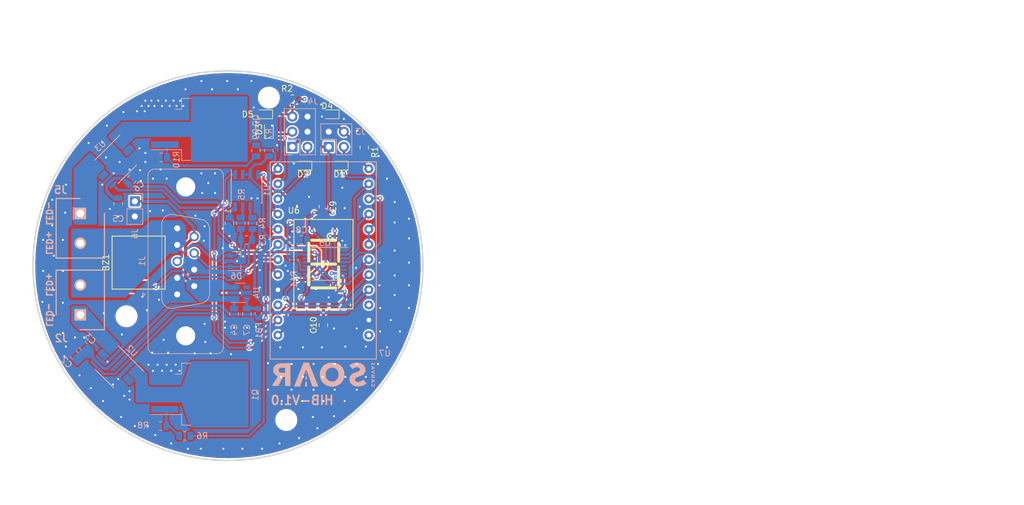
<source format=kicad_pcb>
(kicad_pcb (version 20171130) (host pcbnew "(5.1.0-0)")

  (general
    (thickness 1.6)
    (drawings 11)
    (tracks 666)
    (zones 0)
    (modules 48)
    (nets 47)
  )

  (page A4)
  (layers
    (0 F.Cu jumper)
    (31 B.Cu mixed)
    (32 B.Adhes user)
    (33 F.Adhes user)
    (34 B.Paste user)
    (35 F.Paste user)
    (36 B.SilkS user)
    (37 F.SilkS user)
    (38 B.Mask user)
    (39 F.Mask user)
    (40 Dwgs.User user)
    (41 Cmts.User user)
    (42 Eco1.User user)
    (43 Eco2.User user)
    (44 Edge.Cuts user)
    (45 Margin user)
    (46 B.CrtYd user)
    (47 F.CrtYd user)
    (48 B.Fab user hide)
    (49 F.Fab user hide)
  )

  (setup
    (last_trace_width 0.381)
    (trace_clearance 0.1524)
    (zone_clearance 0.25)
    (zone_45_only yes)
    (trace_min 0.1524)
    (via_size 0.6858)
    (via_drill 0.3302)
    (via_min_size 0.508)
    (via_min_drill 0.254)
    (uvia_size 0.6858)
    (uvia_drill 0.3302)
    (uvias_allowed no)
    (uvia_min_size 0.2)
    (uvia_min_drill 0.1)
    (edge_width 0.254)
    (segment_width 0.254)
    (pcb_text_width 0.3)
    (pcb_text_size 1.5 1.5)
    (mod_edge_width 0.15)
    (mod_text_size 1 1)
    (mod_text_width 0.15)
    (pad_size 1.7 1.7)
    (pad_drill 1)
    (pad_to_mask_clearance 0.051)
    (solder_mask_min_width 0.25)
    (aux_axis_origin 49.47 165.795)
    (grid_origin 49.47 165.795)
    (visible_elements 7FFFFFFF)
    (pcbplotparams
      (layerselection 0x010fc_ffffffff)
      (usegerberextensions false)
      (usegerberattributes false)
      (usegerberadvancedattributes false)
      (creategerberjobfile false)
      (excludeedgelayer true)
      (linewidth 0.100000)
      (plotframeref false)
      (viasonmask false)
      (mode 1)
      (useauxorigin false)
      (hpglpennumber 1)
      (hpglpenspeed 20)
      (hpglpendiameter 15.000000)
      (psnegative false)
      (psa4output false)
      (plotreference true)
      (plotvalue true)
      (plotinvisibletext false)
      (padsonsilk false)
      (subtractmaskfromsilk false)
      (outputformat 1)
      (mirror false)
      (drillshape 1)
      (scaleselection 1)
      (outputdirectory ""))
  )

  (net 0 "")
  (net 1 "Net-(U5-Pad9)")
  (net 2 "Net-(U5-Pad8)")
  (net 3 +3V3)
  (net 4 "Net-(U5-Pad7)")
  (net 5 "Net-(U5-Pad12)")
  (net 6 "Net-(U5-Pad6)")
  (net 7 "Net-(U5-Pad5)")
  (net 8 "Net-(U5-Pad10)")
  (net 9 "Net-(U5-Pad11)")
  (net 10 GND)
  (net 11 +5V)
  (net 12 +12V)
  (net 13 /LED_IN_B)
  (net 14 /LED_IN_A)
  (net 15 "Net-(R5-Pad2)")
  (net 16 "Net-(R4-Pad2)")
  (net 17 "Net-(Q1-Pad1)")
  (net 18 "Net-(Q2-Pad1)")
  (net 19 "Net-(R11-Pad1)")
  (net 20 "Net-(Q1-Pad2)")
  (net 21 "Net-(Q2-Pad2)")
  (net 22 "Net-(U2-Pad4)")
  (net 23 "Net-(U2-Pad12)")
  (net 24 "Net-(U3-Pad12)")
  (net 25 "Net-(U3-Pad4)")
  (net 26 /BUZZER_DAC)
  (net 27 "/AUTON_EN_LED_(10_D10)")
  (net 28 /AUTON_EN_MOS_A)
  (net 29 /AUTON_EN_MOS_B)
  (net 30 "/RS485_TX_EN_(2_D2)")
  (net 31 "/7S_LED_(11_MOSI)")
  (net 32 "/7S_LED_(13_SCK)")
  (net 33 "/7S_LED_LAT_(12_D12)")
  (net 34 "/I_SEN_B_(A2)")
  (net 35 "/I_SEN_A_(A3)")
  (net 36 "/RS485_RX_(0_RX)")
  (net 37 "/RS485_TX_(1_TX)")
  (net 38 /CAN_EN_SW_B)
  (net 39 "/AUTON_EN_LED_FBK_(A0)")
  (net 40 /CAN_EN_SW_A)
  (net 41 "/CAN_EN_LED_(9_D9)")
  (net 42 /RS485+)
  (net 43 /RS485-)
  (net 44 "Net-(D4-Pad1)")
  (net 45 "Net-(D5-Pad1)")
  (net 46 "Net-(C7-Pad1)")

  (net_class Default "This is the default net class."
    (clearance 0.1524)
    (trace_width 0.381)
    (via_dia 0.6858)
    (via_drill 0.3302)
    (uvia_dia 0.6858)
    (uvia_drill 0.3302)
    (diff_pair_width 0.381)
    (diff_pair_gap 0.635)
    (add_net "/7S_LED_(11_MOSI)")
    (add_net "/7S_LED_(13_SCK)")
    (add_net "/7S_LED_LAT_(12_D12)")
    (add_net "/AUTON_EN_LED_(10_D10)")
    (add_net "/AUTON_EN_LED_FBK_(A0)")
    (add_net /AUTON_EN_MOS_A)
    (add_net /AUTON_EN_MOS_B)
    (add_net /BUZZER_DAC)
    (add_net "/CAN_EN_LED_(9_D9)")
    (add_net /CAN_EN_SW_A)
    (add_net /CAN_EN_SW_B)
    (add_net "/I_SEN_A_(A3)")
    (add_net "/I_SEN_B_(A2)")
    (add_net /LED_IN_A)
    (add_net /LED_IN_B)
    (add_net /RS485+)
    (add_net /RS485-)
    (add_net "/RS485_RX_(0_RX)")
    (add_net "/RS485_TX_(1_TX)")
    (add_net "/RS485_TX_EN_(2_D2)")
    (add_net GND)
    (add_net "Net-(C7-Pad1)")
    (add_net "Net-(D4-Pad1)")
    (add_net "Net-(D5-Pad1)")
    (add_net "Net-(Q1-Pad1)")
    (add_net "Net-(Q1-Pad2)")
    (add_net "Net-(Q2-Pad1)")
    (add_net "Net-(Q2-Pad2)")
    (add_net "Net-(R11-Pad1)")
    (add_net "Net-(R4-Pad2)")
    (add_net "Net-(R5-Pad2)")
    (add_net "Net-(U2-Pad12)")
    (add_net "Net-(U2-Pad4)")
    (add_net "Net-(U3-Pad12)")
    (add_net "Net-(U3-Pad4)")
    (add_net "Net-(U5-Pad10)")
    (add_net "Net-(U5-Pad11)")
    (add_net "Net-(U5-Pad12)")
    (add_net "Net-(U5-Pad5)")
    (add_net "Net-(U5-Pad6)")
    (add_net "Net-(U5-Pad7)")
    (add_net "Net-(U5-Pad8)")
    (add_net "Net-(U5-Pad9)")
  )

  (net_class Power ""
    (clearance 0.1524)
    (trace_width 3.81)
    (via_dia 0.6858)
    (via_drill 0.3302)
    (uvia_dia 0.6858)
    (uvia_drill 0.3302)
    (diff_pair_width 0.381)
    (diff_pair_gap 0.635)
    (add_net +12V)
  )

  (net_class board_power ""
    (clearance 0.1524)
    (trace_width 0.5)
    (via_dia 0.6858)
    (via_drill 0.3302)
    (uvia_dia 0.6858)
    (uvia_drill 0.3302)
    (diff_pair_width 0.381)
    (diff_pair_gap 0.635)
    (add_net +3V3)
    (add_net +5V)
  )

  (module soar_lib:canvas_soar_logo (layer B.Cu) (tedit 0) (tstamp 5CB0054F)
    (at 124.273 108.391 180)
    (fp_text reference G*** (at 0 0 180) (layer B.SilkS) hide
      (effects (font (size 1.524 1.524) (thickness 0.3)) (justify mirror))
    )
    (fp_text value LOGO (at 0.75 0 180) (layer B.SilkS) hide
      (effects (font (size 1.524 1.524) (thickness 0.3)) (justify mirror))
    )
    (fp_poly (pts (xy -8.540452 1.984327) (xy -8.510987 1.959714) (xy -8.481945 1.923309) (xy -8.488317 1.893873)
      (xy -8.489438 1.892484) (xy -8.503985 1.852402) (xy -8.505238 1.805738) (xy -8.488862 1.75694)
      (xy -8.45971 1.744111) (xy -8.42459 1.765693) (xy -8.390315 1.820126) (xy -8.384746 1.833329)
      (xy -8.347859 1.91497) (xy -8.311526 1.962635) (xy -8.267114 1.983669) (xy -8.20603 1.985423)
      (xy -8.126459 1.961226) (xy -8.070131 1.906959) (xy -8.040144 1.829783) (xy -8.039595 1.736861)
      (xy -8.062977 1.654676) (xy -8.088611 1.603765) (xy -8.112865 1.591099) (xy -8.144935 1.613935)
      (xy -8.156867 1.626647) (xy -8.179398 1.658855) (xy -8.177166 1.69139) (xy -8.161325 1.725489)
      (xy -8.142166 1.78556) (xy -8.151089 1.823925) (xy -8.184992 1.859466) (xy -8.22322 1.856915)
      (xy -8.259785 1.819238) (xy -8.286592 1.756833) (xy -8.325239 1.679793) (xy -8.382374 1.629296)
      (xy -8.448812 1.608328) (xy -8.515373 1.619871) (xy -8.570964 1.664438) (xy -8.6013 1.728544)
      (xy -8.614621 1.810704) (xy -8.61006 1.89272) (xy -8.586749 1.956396) (xy -8.584995 1.958882)
      (xy -8.561474 1.986258) (xy -8.540452 1.984327)) (layer B.SilkS) (width 0.01))
    (fp_poly (pts (xy -8.048708 1.399114) (xy -8.043468 1.354049) (xy -8.043333 1.344486) (xy -8.048962 1.291815)
      (xy -8.071809 1.265964) (xy -8.09625 1.257525) (xy -8.126174 1.246357) (xy -8.142029 1.224618)
      (xy -8.148218 1.181019) (xy -8.149167 1.121833) (xy -8.147586 1.052215) (xy -8.139908 1.013611)
      (xy -8.121733 0.994732) (xy -8.09625 0.986141) (xy -8.059436 0.969065) (xy -8.044989 0.933626)
      (xy -8.043333 0.89918) (xy -8.044667 0.850753) (xy -8.047944 0.827282) (xy -8.048625 0.826842)
      (xy -8.069893 0.834859) (xy -8.09625 0.84544) (xy -8.252647 0.909394) (xy -8.374105 0.959916)
      (xy -8.464954 0.999391) (xy -8.529525 1.030204) (xy -8.572147 1.054738) (xy -8.597149 1.075378)
      (xy -8.608861 1.094509) (xy -8.611614 1.114514) (xy -8.611478 1.116613) (xy -8.440638 1.116613)
      (xy -8.411124 1.097021) (xy -8.376708 1.084723) (xy -8.309627 1.065683) (xy -8.272936 1.065073)
      (xy -8.257717 1.085612) (xy -8.255 1.121833) (xy -8.260047 1.16495) (xy -8.280705 1.182275)
      (xy -8.325253 1.17643) (xy -8.375206 1.159914) (xy -8.428691 1.136298) (xy -8.440638 1.116613)
      (xy -8.611478 1.116613) (xy -8.610687 1.12874) (xy -8.606025 1.155805) (xy -8.593919 1.178163)
      (xy -8.568066 1.1999) (xy -8.522162 1.225106) (xy -8.449904 1.257869) (xy -8.344989 1.302275)
      (xy -8.339667 1.3045) (xy -8.241464 1.345198) (xy -8.157337 1.379387) (xy -8.094951 1.404003)
      (xy -8.06197 1.41598) (xy -8.059208 1.416642) (xy -8.048708 1.399114)) (layer B.SilkS) (width 0.01))
    (fp_poly (pts (xy -8.471958 0.66484) (xy -8.3714 0.62664) (xy -8.260009 0.584521) (xy -8.186208 0.556736)
      (xy -8.112021 0.527624) (xy -8.069247 0.505109) (xy -8.049293 0.481947) (xy -8.043567 0.450894)
      (xy -8.043333 0.436291) (xy -8.044482 0.409837) (xy -8.051929 0.38881) (xy -8.07168 0.369531)
      (xy -8.109739 0.348321) (xy -8.172112 0.3215) (xy -8.264801 0.28539) (xy -8.330263 0.260469)
      (xy -8.617193 0.151452) (xy -8.610722 0.22753) (xy -8.606557 0.262432) (xy -8.596111 0.287409)
      (xy -8.571835 0.307698) (xy -8.526182 0.328538) (xy -8.451605 0.35517) (xy -8.403167 0.371599)
      (xy -8.318519 0.402305) (xy -8.259693 0.42794) (xy -8.232268 0.445854) (xy -8.233833 0.452066)
      (xy -8.267796 0.463827) (xy -8.330627 0.484299) (xy -8.410737 0.509724) (xy -8.440208 0.518941)
      (xy -8.52422 0.545675) (xy -8.575748 0.565626) (xy -8.602733 0.584585) (xy -8.613114 0.608345)
      (xy -8.614833 0.642696) (xy -8.614833 0.719303) (xy -8.471958 0.66484)) (layer B.SilkS) (width 0.01))
    (fp_poly (pts (xy 2.934477 0.466877) (xy 2.951241 0.406662) (xy 2.960802 0.305666) (xy 2.963333 0.187854)
      (xy 2.962747 0.104671) (xy 2.959147 0.055116) (xy 2.949769 0.030484) (xy 2.93185 0.022071)
      (xy 2.910417 0.021166) (xy 2.884009 0.023012) (xy 2.868278 0.034353) (xy 2.860458 0.063893)
      (xy 2.857787 0.120338) (xy 2.8575 0.187854) (xy 2.861032 0.323795) (xy 2.871689 0.418514)
      (xy 2.889565 0.47253) (xy 2.910417 0.486833) (xy 2.934477 0.466877)) (layer B.SilkS) (width 0.01))
    (fp_poly (pts (xy -8.047347 -0.120193) (xy -8.052996 -0.157997) (xy -8.067245 -0.188439) (xy -8.097168 -0.218771)
      (xy -8.149833 -0.256246) (xy -8.227909 -0.305402) (xy -8.401901 -0.41275) (xy -8.043333 -0.424982)
      (xy -8.043333 -0.550334) (xy -8.614833 -0.550334) (xy -8.614833 -0.47789) (xy -8.612549 -0.443655)
      (xy -8.601298 -0.415698) (xy -8.574482 -0.387381) (xy -8.525506 -0.352066) (xy -8.447771 -0.303115)
      (xy -8.430768 -0.292682) (xy -8.246703 -0.179917) (xy -8.614833 -0.167685) (xy -8.614833 -0.042334)
      (xy -8.040778 -0.042334) (xy -8.047347 -0.120193)) (layer B.SilkS) (width 0.01))
    (fp_poly (pts (xy 2.991914 -0.447752) (xy 2.998304 -0.550821) (xy 3.003114 -0.653247) (xy 3.00553 -0.736845)
      (xy 3.005667 -0.754669) (xy 3.005667 -0.867834) (xy 2.815167 -0.867834) (xy 2.815293 -0.735542)
      (xy 2.817161 -0.646686) (xy 2.821951 -0.538396) (xy 2.828647 -0.433387) (xy 2.829014 -0.428625)
      (xy 2.842608 -0.254) (xy 2.978161 -0.254) (xy 2.991914 -0.447752)) (layer B.SilkS) (width 0.01))
    (fp_poly (pts (xy -8.048588 -0.780761) (xy -8.043428 -0.825981) (xy -8.043333 -0.833789) (xy -8.04936 -0.885805)
      (xy -8.073577 -0.911253) (xy -8.09625 -0.918859) (xy -8.125992 -0.929902) (xy -8.141855 -0.951357)
      (xy -8.14814 -0.994408) (xy -8.149167 -1.056442) (xy -8.147643 -1.126688) (xy -8.140205 -1.165817)
      (xy -8.122549 -1.185014) (xy -8.09625 -1.194025) (xy -8.059436 -1.211102) (xy -8.044989 -1.24654)
      (xy -8.043333 -1.280987) (xy -8.044668 -1.329537) (xy -8.047948 -1.353239) (xy -8.048625 -1.353723)
      (xy -8.068928 -1.345615) (xy -8.121181 -1.323958) (xy -8.198342 -1.29169) (xy -8.293369 -1.251751)
      (xy -8.33547 -1.234005) (xy -8.445298 -1.187407) (xy -8.521895 -1.153341) (xy -8.571057 -1.127936)
      (xy -8.598581 -1.107319) (xy -8.61026 -1.087619) (xy -8.611892 -1.064962) (xy -8.610912 -1.053394)
      (xy -8.456083 -1.053394) (xy -8.382 -1.086785) (xy -8.314336 -1.113636) (xy -8.275532 -1.116885)
      (xy -8.258253 -1.094891) (xy -8.255 -1.058334) (xy -8.263551 -1.012741) (xy -8.292614 -0.995959)
      (xy -8.347305 -1.006751) (xy -8.392583 -1.025069) (xy -8.456083 -1.053394) (xy -8.610912 -1.053394)
      (xy -8.610637 -1.050158) (xy -8.605984 -1.023117) (xy -8.593863 -1.000756) (xy -8.567974 -0.978985)
      (xy -8.522019 -0.953713) (xy -8.449699 -0.920851) (xy -8.344715 -0.876307) (xy -8.339667 -0.874191)
      (xy -8.241494 -0.833465) (xy -8.157386 -0.799366) (xy -8.094999 -0.77494) (xy -8.06199 -0.763232)
      (xy -8.059208 -0.762648) (xy -8.048588 -0.780761)) (layer B.SilkS) (width 0.01))
    (fp_poly (pts (xy 6.291792 1.904826) (xy 6.477493 1.904182) (xy 6.657965 1.902428) (xy 6.82681 1.899711)
      (xy 6.977631 1.896176) (xy 7.10403 1.891966) (xy 7.199612 1.887226) (xy 7.249583 1.883151)
      (xy 7.51127 1.838595) (xy 7.740981 1.767856) (xy 7.938215 1.671365) (xy 8.102467 1.549552)
      (xy 8.233235 1.402847) (xy 8.330016 1.231682) (xy 8.392307 1.036485) (xy 8.415124 0.885728)
      (xy 8.416649 0.662629) (xy 8.380371 0.455747) (xy 8.307642 0.267527) (xy 8.199814 0.100412)
      (xy 8.058241 -0.043153) (xy 7.884273 -0.160725) (xy 7.817355 -0.194638) (xy 7.740392 -0.231362)
      (xy 7.680477 -0.261203) (xy 7.646114 -0.279863) (xy 7.641167 -0.283711) (xy 7.651829 -0.302553)
      (xy 7.682334 -0.353845) (xy 7.730459 -0.433911) (xy 7.793979 -0.539073) (xy 7.87067 -0.665654)
      (xy 7.958309 -0.809977) (xy 8.054672 -0.968365) (xy 8.128 -1.088709) (xy 8.229283 -1.255034)
      (xy 8.323434 -1.410038) (xy 8.408227 -1.55003) (xy 8.481437 -1.671317) (xy 8.540838 -1.770205)
      (xy 8.584205 -1.843003) (xy 8.609312 -1.886016) (xy 8.614833 -1.896463) (xy 8.594611 -1.898776)
      (xy 8.537717 -1.900435) (xy 8.449806 -1.901402) (xy 8.336535 -1.90164) (xy 8.20356 -1.901109)
      (xy 8.083699 -1.900072) (xy 7.552565 -1.894417) (xy 7.143737 -1.143) (xy 6.73491 -0.391584)
      (xy 6.424083 -0.391584) (xy 6.412965 -1.905) (xy 5.5245 -1.905) (xy 5.5245 0.275166)
      (xy 6.4135 0.275166) (xy 6.696361 0.275166) (xy 6.813536 0.276818) (xy 6.92651 0.281321)
      (xy 7.022801 0.287999) (xy 7.089926 0.296174) (xy 7.092496 0.296649) (xy 7.247897 0.340928)
      (xy 7.367681 0.40808) (xy 7.451865 0.498123) (xy 7.500467 0.611072) (xy 7.513818 0.729102)
      (xy 7.500917 0.854911) (xy 7.459782 0.95331) (xy 7.385606 1.032148) (xy 7.293063 1.089606)
      (xy 7.247047 1.112506) (xy 7.206698 1.129306) (xy 7.16425 1.141109) (xy 7.11194 1.149017)
      (xy 7.042003 1.154132) (xy 6.946674 1.157556) (xy 6.81819 1.160394) (xy 6.790761 1.160931)
      (xy 6.4135 1.168278) (xy 6.4135 0.275166) (xy 5.5245 0.275166) (xy 5.5245 1.905)
      (xy 6.291792 1.904826)) (layer B.SilkS) (width 0.01))
    (fp_poly (pts (xy -5.426073 1.984879) (xy -5.170168 1.947436) (xy -4.995333 1.900945) (xy -4.794016 1.82218)
      (xy -4.598427 1.719708) (xy -4.461426 1.628883) (xy -4.340269 1.538872) (xy -4.617871 1.245089)
      (xy -4.705308 1.152904) (xy -4.783111 1.071537) (xy -4.846503 1.005929) (xy -4.890706 0.961024)
      (xy -4.910942 0.941764) (xy -4.911251 0.941555) (xy -4.934333 0.949093) (xy -4.976515 0.978951)
      (xy -5.008647 1.006565) (xy -5.115674 1.086527) (xy -5.247765 1.158061) (xy -5.387653 1.212486)
      (xy -5.45334 1.230171) (xy -5.542445 1.244241) (xy -5.634449 1.244393) (xy -5.730568 1.233675)
      (xy -5.878135 1.198031) (xy -5.993946 1.13924) (xy -6.076126 1.059142) (xy -6.1228 0.959578)
      (xy -6.132093 0.842387) (xy -6.131878 0.839798) (xy -6.121838 0.773678) (xy -6.101307 0.716498)
      (xy -6.066176 0.665444) (xy -6.012339 0.617703) (xy -5.935688 0.570461) (xy -5.832113 0.520904)
      (xy -5.697509 0.46622) (xy -5.527766 0.403594) (xy -5.459743 0.379436) (xy -5.335678 0.334974)
      (xy -5.219608 0.292077) (xy -5.119829 0.253909) (xy -5.044634 0.223636) (xy -5.005917 0.206308)
      (xy -4.810749 0.088651) (xy -4.648823 -0.048658) (xy -4.522298 -0.203222) (xy -4.433333 -0.372639)
      (xy -4.403233 -0.463563) (xy -4.387289 -0.557322) (xy -4.379954 -0.677818) (xy -4.380981 -0.810389)
      (xy -4.390124 -0.940373) (xy -4.407136 -1.053112) (xy -4.413631 -1.080969) (xy -4.487649 -1.286538)
      (xy -4.596329 -1.468811) (xy -4.738109 -1.6264) (xy -4.911427 -1.757916) (xy -5.114721 -1.861972)
      (xy -5.34643 -1.93718) (xy -5.387907 -1.946857) (xy -5.56138 -1.974228) (xy -5.758242 -1.987218)
      (xy -5.962055 -1.985797) (xy -6.156381 -1.969937) (xy -6.2865 -1.948444) (xy -6.47211 -1.899242)
      (xy -6.65698 -1.83236) (xy -6.83213 -1.752196) (xy -6.988583 -1.663147) (xy -7.117359 -1.569611)
      (xy -7.179642 -1.510996) (xy -7.2367 -1.449917) (xy -6.940443 -1.149677) (xy -6.644186 -0.849436)
      (xy -6.547684 -0.941902) (xy -6.434872 -1.031641) (xy -6.29541 -1.114612) (xy -6.144949 -1.182427)
      (xy -6.029868 -1.219444) (xy -5.884476 -1.242172) (xy -5.734248 -1.240353) (xy -5.59443 -1.215031)
      (xy -5.51088 -1.183863) (xy -5.409743 -1.113288) (xy -5.339148 -1.018668) (xy -5.302043 -0.908032)
      (xy -5.301378 -0.789411) (xy -5.330108 -0.691787) (xy -5.36548 -0.630418) (xy -5.417146 -0.57461)
      (xy -5.489768 -0.521626) (xy -5.588008 -0.46873) (xy -5.71653 -0.413186) (xy -5.879995 -0.352258)
      (xy -5.950462 -0.327736) (xy -6.146353 -0.258256) (xy -6.307142 -0.195581) (xy -6.438903 -0.136685)
      (xy -6.547709 -0.07854) (xy -6.639635 -0.018117) (xy -6.720753 0.047609) (xy -6.741494 0.066568)
      (xy -6.869333 0.206747) (xy -6.960773 0.356769) (xy -7.01857 0.52327) (xy -7.045482 0.712891)
      (xy -7.048249 0.805178) (xy -7.029855 1.028677) (xy -6.974337 1.231968) (xy -6.882165 1.414307)
      (xy -6.753805 1.574949) (xy -6.589728 1.713153) (xy -6.408892 1.819225) (xy -6.186463 1.90696)
      (xy -5.942798 1.964145) (xy -5.686476 1.990283) (xy -5.426073 1.984879)) (layer B.SilkS) (width 0.01))
    (fp_poly (pts (xy 3.034923 -1.381125) (xy 3.041483 -1.481888) (xy 3.049044 -1.604746) (xy 3.056376 -1.729519)
      (xy 3.059405 -1.783292) (xy 3.071998 -2.010834) (xy 2.748835 -2.010834) (xy 2.761428 -1.783292)
      (xy 2.768225 -1.664624) (xy 2.775831 -1.538348) (xy 2.783017 -1.424643) (xy 2.78591 -1.381125)
      (xy 2.7978 -1.2065) (xy 3.023033 -1.2065) (xy 3.034923 -1.381125)) (layer B.SilkS) (width 0.01))
    (fp_poly (pts (xy 4.117813 0.019544) (xy 4.226581 -0.257452) (xy 4.331 -0.523396) (xy 4.430028 -0.77563)
      (xy 4.522621 -1.011498) (xy 4.607738 -1.228343) (xy 4.684336 -1.423508) (xy 4.751371 -1.594336)
      (xy 4.807802 -1.738171) (xy 4.852585 -1.852356) (xy 4.884678 -1.934233) (xy 4.903038 -1.981147)
      (xy 4.907139 -1.991698) (xy 4.888987 -1.9974) (xy 4.833249 -2.002326) (xy 4.744666 -2.006296)
      (xy 4.62798 -2.009125) (xy 4.487935 -2.010633) (xy 4.409598 -2.010834) (xy 3.905002 -2.010834)
      (xy 3.453274 -0.655091) (xy 3.001545 0.700651) (xy 2.906062 0.694284) (xy 2.810579 0.687916)
      (xy 1.852083 -2.00025) (xy 1.359958 -2.005932) (xy 1.220747 -2.006872) (xy 1.096847 -2.006432)
      (xy 0.994126 -2.004737) (xy 0.918452 -2.001914) (xy 0.875694 -1.998089) (xy 0.86828 -1.995349)
      (xy 0.875993 -1.973823) (xy 0.89831 -1.915609) (xy 0.934188 -1.823353) (xy 0.982584 -1.699701)
      (xy 1.042456 -1.5473) (xy 1.112759 -1.368796) (xy 1.192451 -1.166835) (xy 1.28049 -0.944066)
      (xy 1.375831 -0.703133) (xy 1.477431 -0.446684) (xy 1.584249 -0.177364) (xy 1.658859 0.010583)
      (xy 2.448992 2.00025) (xy 2.892268 2.00595) (xy 3.335543 2.011649) (xy 4.117813 0.019544)) (layer B.SilkS) (width 0.01))
    (fp_poly (pts (xy -1.24477 1.992268) (xy -1.230475 1.990879) (xy -0.920246 1.942054) (xy -0.635228 1.860433)
      (xy -0.376266 1.746561) (xy -0.144204 1.60098) (xy 0.060112 1.424233) (xy 0.235838 1.216864)
      (xy 0.382128 0.979416) (xy 0.401145 0.941916) (xy 0.487435 0.738477) (xy 0.548149 0.52529)
      (xy 0.58675 0.289514) (xy 0.592859 0.230793) (xy 0.60168 -0.05892) (xy 0.574275 -0.342231)
      (xy 0.512294 -0.614695) (xy 0.417385 -0.87187) (xy 0.291197 -1.109313) (xy 0.135379 -1.322582)
      (xy -0.048421 -1.507234) (xy -0.053876 -1.511883) (xy -0.280308 -1.678852) (xy -0.525052 -1.810248)
      (xy -0.791044 -1.907279) (xy -1.081218 -1.971156) (xy -1.210958 -1.988382) (xy -1.328109 -2.000112)
      (xy -1.422776 -2.006097) (xy -1.510558 -2.00631) (xy -1.607057 -2.000721) (xy -1.727873 -1.989302)
      (xy -1.745987 -1.987408) (xy -2.021787 -1.939467) (xy -2.286462 -1.856378) (xy -2.534892 -1.740936)
      (xy -2.761955 -1.595937) (xy -2.962531 -1.424177) (xy -3.128541 -1.232478) (xy -3.276437 -0.997088)
      (xy -3.390628 -0.741018) (xy -3.470572 -0.469898) (xy -3.515727 -0.18936) (xy -3.521468 -0.023232)
      (xy -2.542944 -0.023232) (xy -2.538033 -0.159616) (xy -2.524563 -0.275068) (xy -2.517978 -0.306917)
      (xy -2.450759 -0.506013) (xy -2.35116 -0.687828) (xy -2.223722 -0.847417) (xy -2.072987 -0.979835)
      (xy -1.903495 -1.080138) (xy -1.7587 -1.133591) (xy -1.643198 -1.154289) (xy -1.504284 -1.162429)
      (xy -1.358879 -1.158311) (xy -1.223902 -1.142238) (xy -1.139938 -1.122593) (xy -0.946 -1.041516)
      (xy -0.776651 -0.926588) (xy -0.633616 -0.779585) (xy -0.518618 -0.602282) (xy -0.433381 -0.396456)
      (xy -0.432611 -0.394025) (xy -0.400227 -0.255729) (xy -0.381475 -0.097895) (xy -0.376729 0.064992)
      (xy -0.386362 0.218444) (xy -0.410748 0.347975) (xy -0.413256 0.356567) (xy -0.496432 0.573226)
      (xy -0.605738 0.756888) (xy -0.741804 0.908346) (xy -0.905258 1.028389) (xy -0.976672 1.066916)
      (xy -1.174701 1.142554) (xy -1.374912 1.178409) (xy -1.572901 1.176519) (xy -1.764263 1.138918)
      (xy -1.944593 1.067643) (xy -2.109488 0.964729) (xy -2.254543 0.832213) (xy -2.375353 0.672129)
      (xy -2.467514 0.486515) (xy -2.508502 0.358862) (xy -2.527961 0.251271) (xy -2.539514 0.118818)
      (xy -2.542944 -0.023232) (xy -3.521468 -0.023232) (xy -3.525553 0.094967) (xy -3.499509 0.377453)
      (xy -3.437054 0.652468) (xy -3.337646 0.91438) (xy -3.335334 0.919326) (xy -3.202695 1.153509)
      (xy -3.037934 1.362622) (xy -2.84414 1.54509) (xy -2.624404 1.699341) (xy -2.381817 1.823801)
      (xy -2.11947 1.916898) (xy -1.840453 1.977056) (xy -1.547856 2.002704) (xy -1.24477 1.992268)) (layer B.SilkS) (width 0.01))
    (fp_poly (pts (xy -8.073315 -1.548319) (xy -8.041506 -1.647782) (xy -8.041139 -1.75211) (xy -8.069792 -1.84958)
      (xy -8.125043 -1.928468) (xy -8.157178 -1.954285) (xy -8.225297 -1.983332) (xy -8.310696 -2.000032)
      (xy -8.390445 -2.00062) (xy -8.412868 -1.996297) (xy -8.50346 -1.95115) (xy -8.570547 -1.87723)
      (xy -8.610517 -1.783131) (xy -8.619759 -1.677446) (xy -8.594663 -1.568768) (xy -8.593596 -1.566164)
      (xy -8.56835 -1.517145) (xy -8.543594 -1.506833) (xy -8.509834 -1.532797) (xy -8.500901 -1.542422)
      (xy -8.477458 -1.579701) (xy -8.483251 -1.620825) (xy -8.49 -1.636718) (xy -8.501658 -1.706321)
      (xy -8.479375 -1.771701) (xy -8.431303 -1.824094) (xy -8.365588 -1.854736) (xy -8.290382 -1.854864)
      (xy -8.287747 -1.854225) (xy -8.225782 -1.823587) (xy -8.175547 -1.772951) (xy -8.150129 -1.716442)
      (xy -8.149167 -1.704635) (xy -8.161195 -1.652519) (xy -8.180082 -1.616282) (xy -8.19807 -1.582623)
      (xy -8.189712 -1.555144) (xy -8.160565 -1.524766) (xy -8.110133 -1.477388) (xy -8.073315 -1.548319)) (layer B.SilkS) (width 0.01))
  )

  (module MountingHole:MountingHole_3.2mm_M3 (layer F.Cu) (tedit 56D1B4CB) (tstamp 5CAFF9DB)
    (at 115.129 61.909)
    (descr "Mounting Hole 3.2mm, no annular, M3")
    (tags "mounting hole 3.2mm no annular m3")
    (attr virtual)
    (fp_text reference REF** (at 0 -4.2) (layer F.SilkS) hide
      (effects (font (size 1 1) (thickness 0.15)))
    )
    (fp_text value MountingHole_3.2mm_M3 (at 0 4.2) (layer F.Fab)
      (effects (font (size 1 1) (thickness 0.15)))
    )
    (fp_circle (center 0 0) (end 3.45 0) (layer F.CrtYd) (width 0.05))
    (fp_circle (center 0 0) (end 3.2 0) (layer Cmts.User) (width 0.15))
    (fp_text user %R (at 0.3 0) (layer F.Fab)
      (effects (font (size 1 1) (thickness 0.15)))
    )
    (pad 1 np_thru_hole circle (at 0 0) (size 3.2 3.2) (drill 3.2) (layers *.Cu *.Mask))
  )

  (module MountingHole:MountingHole_3.2mm_M3 (layer F.Cu) (tedit 56D1B4CB) (tstamp 5CAFF9B7)
    (at 91.253 98.612)
    (descr "Mounting Hole 3.2mm, no annular, M3")
    (tags "mounting hole 3.2mm no annular m3")
    (attr virtual)
    (fp_text reference REF** (at 0 -4.2) (layer F.SilkS) hide
      (effects (font (size 1 1) (thickness 0.15)))
    )
    (fp_text value MountingHole_3.2mm_M3 (at 0 4.2) (layer F.Fab)
      (effects (font (size 1 1) (thickness 0.15)))
    )
    (fp_circle (center 0 0) (end 3.45 0) (layer F.CrtYd) (width 0.05))
    (fp_circle (center 0 0) (end 3.2 0) (layer Cmts.User) (width 0.15))
    (fp_text user %R (at 0.3 0) (layer F.Fab)
      (effects (font (size 1 1) (thickness 0.15)))
    )
    (pad 1 np_thru_hole circle (at 0 0) (size 3.2 3.2) (drill 3.2) (layers *.Cu *.Mask))
  )

  (module MountingHole:MountingHole_3.2mm_M3 (layer F.Cu) (tedit 56D1B4CB) (tstamp 5CAFF96F)
    (at 118.05 116.011)
    (descr "Mounting Hole 3.2mm, no annular, M3")
    (tags "mounting hole 3.2mm no annular m3")
    (attr virtual)
    (fp_text reference REF** (at 0 -4.2) (layer F.SilkS) hide
      (effects (font (size 1 1) (thickness 0.15)))
    )
    (fp_text value MountingHole_3.2mm_M3 (at 0 4.2) (layer F.Fab)
      (effects (font (size 1 1) (thickness 0.15)))
    )
    (fp_circle (center 0 0) (end 3.45 0) (layer F.CrtYd) (width 0.05))
    (fp_circle (center 0 0) (end 3.2 0) (layer Cmts.User) (width 0.15))
    (fp_text user %R (at 0.3 0) (layer F.Fab)
      (effects (font (size 1 1) (thickness 0.15)))
    )
    (pad 1 np_thru_hole circle (at 0 0) (size 3.2 3.2) (drill 3.2) (layers *.Cu *.Mask))
  )

  (module Package_TO_SOT_SMD:SOT-23 (layer B.Cu) (tedit 5A02FF57) (tstamp 5CAFE82A)
    (at 109.668 89.341)
    (descr "SOT-23, Standard")
    (tags SOT-23)
    (path /5C71DBDB)
    (attr smd)
    (fp_text reference D6 (at 0 2.5) (layer B.SilkS)
      (effects (font (size 1 1) (thickness 0.15)) (justify mirror))
    )
    (fp_text value D_TVS_x2 (at 0 -2.5) (layer B.Fab)
      (effects (font (size 1 1) (thickness 0.15)) (justify mirror))
    )
    (fp_line (start 0.76 -1.58) (end -0.7 -1.58) (layer B.SilkS) (width 0.12))
    (fp_line (start 0.76 1.58) (end -1.4 1.58) (layer B.SilkS) (width 0.12))
    (fp_line (start -1.7 -1.75) (end -1.7 1.75) (layer B.CrtYd) (width 0.05))
    (fp_line (start 1.7 -1.75) (end -1.7 -1.75) (layer B.CrtYd) (width 0.05))
    (fp_line (start 1.7 1.75) (end 1.7 -1.75) (layer B.CrtYd) (width 0.05))
    (fp_line (start -1.7 1.75) (end 1.7 1.75) (layer B.CrtYd) (width 0.05))
    (fp_line (start 0.76 1.58) (end 0.76 0.65) (layer B.SilkS) (width 0.12))
    (fp_line (start 0.76 -1.58) (end 0.76 -0.65) (layer B.SilkS) (width 0.12))
    (fp_line (start -0.7 -1.52) (end 0.7 -1.52) (layer B.Fab) (width 0.1))
    (fp_line (start 0.7 1.52) (end 0.7 -1.52) (layer B.Fab) (width 0.1))
    (fp_line (start -0.7 0.95) (end -0.15 1.52) (layer B.Fab) (width 0.1))
    (fp_line (start -0.15 1.52) (end 0.7 1.52) (layer B.Fab) (width 0.1))
    (fp_line (start -0.7 0.95) (end -0.7 -1.5) (layer B.Fab) (width 0.1))
    (fp_text user %R (at 0 0 -90) (layer B.Fab)
      (effects (font (size 0.5 0.5) (thickness 0.075)) (justify mirror))
    )
    (pad 3 smd rect (at 1 0) (size 0.9 0.8) (layers B.Cu B.Paste B.Mask)
      (net 10 GND))
    (pad 2 smd rect (at -1 -0.95) (size 0.9 0.8) (layers B.Cu B.Paste B.Mask)
      (net 43 /RS485-))
    (pad 1 smd rect (at -1 0.95) (size 0.9 0.8) (layers B.Cu B.Paste B.Mask)
      (net 42 /RS485+))
    (model ${KISYS3DMOD}/Package_TO_SOT_SMD.3dshapes/SOT-23.wrl
      (at (xyz 0 0 0))
      (scale (xyz 1 1 1))
      (rotate (xyz 0 0 0))
    )
  )

  (module Inductor_SMD:L_0603_1608Metric (layer B.Cu) (tedit 5B301BBE) (tstamp 5CAFABE7)
    (at 113.351 98.104 90)
    (descr "Inductor SMD 0603 (1608 Metric), square (rectangular) end terminal, IPC_7351 nominal, (Body size source: http://www.tortai-tech.com/upload/download/2011102023233369053.pdf), generated with kicad-footprint-generator")
    (tags inductor)
    (path /5CB5402F)
    (attr smd)
    (fp_text reference FB1 (at -2.921 0.127 90) (layer B.SilkS)
      (effects (font (size 1 1) (thickness 0.15)) (justify mirror))
    )
    (fp_text value FB (at 0 -1.43 90) (layer B.Fab)
      (effects (font (size 1 1) (thickness 0.15)) (justify mirror))
    )
    (fp_text user %R (at 0 0 90) (layer B.Fab)
      (effects (font (size 0.4 0.4) (thickness 0.06)) (justify mirror))
    )
    (fp_line (start 1.48 -0.73) (end -1.48 -0.73) (layer B.CrtYd) (width 0.05))
    (fp_line (start 1.48 0.73) (end 1.48 -0.73) (layer B.CrtYd) (width 0.05))
    (fp_line (start -1.48 0.73) (end 1.48 0.73) (layer B.CrtYd) (width 0.05))
    (fp_line (start -1.48 -0.73) (end -1.48 0.73) (layer B.CrtYd) (width 0.05))
    (fp_line (start -0.162779 -0.51) (end 0.162779 -0.51) (layer B.SilkS) (width 0.12))
    (fp_line (start -0.162779 0.51) (end 0.162779 0.51) (layer B.SilkS) (width 0.12))
    (fp_line (start 0.8 -0.4) (end -0.8 -0.4) (layer B.Fab) (width 0.1))
    (fp_line (start 0.8 0.4) (end 0.8 -0.4) (layer B.Fab) (width 0.1))
    (fp_line (start -0.8 0.4) (end 0.8 0.4) (layer B.Fab) (width 0.1))
    (fp_line (start -0.8 -0.4) (end -0.8 0.4) (layer B.Fab) (width 0.1))
    (pad 2 smd roundrect (at 0.7875 0 90) (size 0.875 0.95) (layers B.Cu B.Paste B.Mask) (roundrect_rratio 0.25)
      (net 46 "Net-(C7-Pad1)"))
    (pad 1 smd roundrect (at -0.7875 0 90) (size 0.875 0.95) (layers B.Cu B.Paste B.Mask) (roundrect_rratio 0.25)
      (net 3 +3V3))
    (model ${KISYS3DMOD}/Inductor_SMD.3dshapes/L_0603_1608Metric.wrl
      (at (xyz 0 0 0))
      (scale (xyz 1 1 1))
      (rotate (xyz 0 0 0))
    )
  )

  (module Capacitor_SMD:C_0805_2012Metric (layer F.Cu) (tedit 5B36C52B) (tstamp 5CAF3E0F)
    (at 124.273 100.0875 90)
    (descr "Capacitor SMD 0805 (2012 Metric), square (rectangular) end terminal, IPC_7351 nominal, (Body size source: https://docs.google.com/spreadsheets/d/1BsfQQcO9C6DZCsRaXUlFlo91Tg2WpOkGARC1WS5S8t0/edit?usp=sharing), generated with kicad-footprint-generator")
    (tags capacitor)
    (path /5CCE46EA)
    (attr smd)
    (fp_text reference C10 (at 0 -1.65 90) (layer F.SilkS)
      (effects (font (size 1 1) (thickness 0.15)))
    )
    (fp_text value 0.1uF (at 0 1.65 90) (layer F.Fab)
      (effects (font (size 1 1) (thickness 0.15)))
    )
    (fp_text user %R (at 0 0 90) (layer F.Fab)
      (effects (font (size 0.5 0.5) (thickness 0.08)))
    )
    (fp_line (start 1.68 0.95) (end -1.68 0.95) (layer F.CrtYd) (width 0.05))
    (fp_line (start 1.68 -0.95) (end 1.68 0.95) (layer F.CrtYd) (width 0.05))
    (fp_line (start -1.68 -0.95) (end 1.68 -0.95) (layer F.CrtYd) (width 0.05))
    (fp_line (start -1.68 0.95) (end -1.68 -0.95) (layer F.CrtYd) (width 0.05))
    (fp_line (start -0.258578 0.71) (end 0.258578 0.71) (layer F.SilkS) (width 0.12))
    (fp_line (start -0.258578 -0.71) (end 0.258578 -0.71) (layer F.SilkS) (width 0.12))
    (fp_line (start 1 0.6) (end -1 0.6) (layer F.Fab) (width 0.1))
    (fp_line (start 1 -0.6) (end 1 0.6) (layer F.Fab) (width 0.1))
    (fp_line (start -1 -0.6) (end 1 -0.6) (layer F.Fab) (width 0.1))
    (fp_line (start -1 0.6) (end -1 -0.6) (layer F.Fab) (width 0.1))
    (pad 2 smd roundrect (at 0.9375 0 90) (size 0.975 1.4) (layers F.Cu F.Paste F.Mask) (roundrect_rratio 0.25)
      (net 3 +3V3))
    (pad 1 smd roundrect (at -0.9375 0 90) (size 0.975 1.4) (layers F.Cu F.Paste F.Mask) (roundrect_rratio 0.25)
      (net 10 GND))
    (model ${KISYS3DMOD}/Capacitor_SMD.3dshapes/C_0805_2012Metric.wrl
      (at (xyz 0 0 0))
      (scale (xyz 1 1 1))
      (rotate (xyz 0 0 0))
    )
  )

  (module soar_lib:Display_7Segment_DSM7TA39101T (layer F.Cu) (tedit 5CAE646B) (tstamp 5CAE7EAF)
    (at 119.32 97.342)
    (path /5C350B68)
    (fp_text reference U6 (at 0 -16.51) (layer F.SilkS)
      (effects (font (size 1 1) (thickness 0.15)))
    )
    (fp_text value DSM7TA39101T (at 6.35 1.27) (layer F.Fab)
      (effects (font (size 1 1) (thickness 0.15)))
    )
    (fp_line (start 0 0) (end 0 -12.954) (layer F.SilkS) (width 0.15))
    (fp_line (start 0 -14.986) (end 9.906 -14.986) (layer F.SilkS) (width 0.15))
    (fp_line (start 9.906 -12.954) (end 9.906 0) (layer F.SilkS) (width 0.15))
    (fp_line (start 9.906 0) (end 0 0) (layer F.SilkS) (width 0.15))
    (fp_line (start 0 -12.954) (end 0 -14.986) (layer F.SilkS) (width 0.15))
    (fp_line (start 9.906 -12.954) (end 9.906 -14.986) (layer F.SilkS) (width 0.15))
    (fp_line (start 3 -3.5) (end 7 -3.5) (layer F.SilkS) (width 0.5))
    (fp_line (start 7 -3.5) (end 6.5 -3.5) (layer F.SilkS) (width 0.15))
    (fp_line (start 2.5 -4) (end 2.5 -7) (layer F.SilkS) (width 0.5))
    (fp_line (start 7.5 -4) (end 7.5 -7) (layer F.SilkS) (width 0.5))
    (fp_line (start 7 -7.5) (end 3 -7.5) (layer F.SilkS) (width 0.5))
    (fp_line (start 2.5 -8) (end 2.5 -11) (layer F.SilkS) (width 0.5))
    (fp_line (start 3 -11.5) (end 7 -11.5) (layer F.SilkS) (width 0.5))
    (fp_line (start 7.5 -11) (end 7.5 -8) (layer F.SilkS) (width 0.5))
    (fp_circle (center 8.5 -3.5) (end 8.48 -3.73) (layer F.SilkS) (width 0.15))
    (pad 5 smd rect (at 8.713 -0.508 90) (size 1.2 1.3) (layers F.Cu F.Paste F.Mask)
      (net 5 "Net-(U5-Pad12)"))
    (pad 4 smd rect (at 6.833 -0.508 270) (size 1.2 1.3) (layers F.Cu F.Paste F.Mask)
      (net 4 "Net-(U5-Pad7)"))
    (pad 3 smd rect (at 4.953 -0.508 90) (size 1.2 1.3) (layers F.Cu F.Paste F.Mask)
      (net 3 +3V3))
    (pad 2 smd rect (at 3.073 -0.508 270) (size 1.2 1.3) (layers F.Cu F.Paste F.Mask)
      (net 2 "Net-(U5-Pad8)"))
    (pad 1 smd rect (at 1.193 -0.508 270) (size 1.2 1.3) (layers F.Cu F.Paste F.Mask)
      (net 1 "Net-(U5-Pad9)"))
    (pad 10 smd rect (at 1.193 -14.478 270) (size 1.2 1.3) (layers F.Cu F.Paste F.Mask)
      (net 9 "Net-(U5-Pad11)"))
    (pad 9 smd rect (at 3.073 -14.478 270) (size 1.2 1.3) (layers F.Cu F.Paste F.Mask)
      (net 8 "Net-(U5-Pad10)"))
    (pad 8 smd rect (at 4.953 -14.478 270) (size 1.2 1.3) (layers F.Cu F.Paste F.Mask)
      (net 3 +3V3))
    (pad 7 smd rect (at 6.833 -14.478 270) (size 1.2 1.3) (layers F.Cu F.Paste F.Mask)
      (net 7 "Net-(U5-Pad5)"))
    (pad 6 smd rect (at 8.713 -14.478 270) (size 1.2 1.3) (layers F.Cu F.Paste F.Mask)
      (net 6 "Net-(U5-Pad6)"))
  )

  (module soar_lib:SF_SAMD21_MINI (layer B.Cu) (tedit 5CAE45CB) (tstamp 5CAEA70C)
    (at 119.447 97.977)
    (path /5CB090EF)
    (fp_text reference U7 (at 15.113 6.858) (layer B.SilkS)
      (effects (font (size 1 1) (thickness 0.15)) (justify mirror))
    )
    (fp_text value SF_SAMD21_MINI (at 5 -27.2) (layer B.Fab)
      (effects (font (size 1 1) (thickness 0.15)) (justify mirror))
    )
    (fp_line (start 13.7 -25.3) (end -4.1 -25.3) (layer B.SilkS) (width 0.15))
    (fp_line (start 13.7 7.8) (end 13.7 -25.3) (layer B.SilkS) (width 0.15))
    (fp_line (start -4.1 7.8) (end 13.7 7.8) (layer B.SilkS) (width 0.15))
    (fp_line (start -4.1 -25.3) (end -4.1 7.8) (layer B.SilkS) (width 0.15))
    (pad 24 thru_hole circle (at 12.44 3.8) (size 1.524 1.524) (drill 0.762) (layers *.Cu *.Mask))
    (pad 23 thru_hole circle (at 12.44 1.26) (size 1.524 1.524) (drill 0.762) (layers *.Cu *.Mask)
      (net 10 GND))
    (pad 22 thru_hole circle (at 12.44 -1.28) (size 1.524 1.524) (drill 0.762) (layers *.Cu *.Mask))
    (pad 21 thru_hole circle (at 12.44 -3.82) (size 1.524 1.524) (drill 0.762) (layers *.Cu *.Mask)
      (net 3 +3V3))
    (pad 20 thru_hole circle (at 12.44 -6.36) (size 1.524 1.524) (drill 0.762) (layers *.Cu *.Mask)
      (net 35 "/I_SEN_A_(A3)"))
    (pad 19 thru_hole circle (at 12.44 -8.9) (size 1.524 1.524) (drill 0.762) (layers *.Cu *.Mask)
      (net 34 "/I_SEN_B_(A2)"))
    (pad 18 thru_hole circle (at 12.44 -11.44) (size 1.524 1.524) (drill 0.762) (layers *.Cu *.Mask)
      (net 39 "/AUTON_EN_LED_FBK_(A0)"))
    (pad 17 thru_hole circle (at 12.44 -13.98) (size 1.524 1.524) (drill 0.762) (layers *.Cu *.Mask)
      (net 39 "/AUTON_EN_LED_FBK_(A0)"))
    (pad 16 thru_hole circle (at 12.44 -16.52) (size 1.524 1.524) (drill 0.762) (layers *.Cu *.Mask)
      (net 32 "/7S_LED_(13_SCK)"))
    (pad 15 thru_hole circle (at 12.44 -19.06) (size 1.524 1.524) (drill 0.762) (layers *.Cu *.Mask)
      (net 33 "/7S_LED_LAT_(12_D12)"))
    (pad 14 thru_hole circle (at 12.44 -21.6) (size 1.524 1.524) (drill 0.762) (layers *.Cu *.Mask)
      (net 31 "/7S_LED_(11_MOSI)"))
    (pad 13 thru_hole circle (at 12.44 -24.14) (size 1.524 1.524) (drill 0.762) (layers *.Cu *.Mask)
      (net 27 "/AUTON_EN_LED_(10_D10)"))
    (pad 12 thru_hole circle (at -2.8 -24.14) (size 1.524 1.524) (drill 0.762) (layers *.Cu *.Mask)
      (net 41 "/CAN_EN_LED_(9_D9)"))
    (pad 11 thru_hole circle (at -2.8 -21.6) (size 1.524 1.524) (drill 0.762) (layers *.Cu *.Mask)
      (net 38 /CAN_EN_SW_B))
    (pad 10 thru_hole circle (at -2.8 -19.06) (size 1.524 1.524) (drill 0.762) (layers *.Cu *.Mask)
      (net 40 /CAN_EN_SW_A))
    (pad 9 thru_hole circle (at -2.8 -16.52) (size 1.524 1.524) (drill 0.762) (layers *.Cu *.Mask)
      (net 41 "/CAN_EN_LED_(9_D9)"))
    (pad 8 thru_hole circle (at -2.8 -13.98) (size 1.524 1.524) (drill 0.762) (layers *.Cu *.Mask)
      (net 29 /AUTON_EN_MOS_B))
    (pad 7 thru_hole circle (at -2.8 -11.44) (size 1.524 1.524) (drill 0.762) (layers *.Cu *.Mask)
      (net 28 /AUTON_EN_MOS_A))
    (pad 6 thru_hole circle (at -2.8 -8.9) (size 1.524 1.524) (drill 0.762) (layers *.Cu *.Mask)
      (net 26 /BUZZER_DAC))
    (pad 5 thru_hole circle (at -2.8 -6.36) (size 1.524 1.524) (drill 0.762) (layers *.Cu *.Mask)
      (net 30 "/RS485_TX_EN_(2_D2)"))
    (pad 4 thru_hole circle (at -2.8 -3.82) (size 1.524 1.524) (drill 0.762) (layers *.Cu *.Mask)
      (net 10 GND))
    (pad 3 thru_hole circle (at -2.8 -1.28) (size 1.524 1.524) (drill 0.762) (layers *.Cu *.Mask))
    (pad 2 thru_hole circle (at -2.8 1.26) (size 1.524 1.524) (drill 0.762) (layers *.Cu *.Mask)
      (net 36 "/RS485_RX_(0_RX)"))
    (pad 1 thru_hole circle (at -2.8 3.8) (size 1.524 1.524) (drill 0.762) (layers *.Cu *.Mask)
      (net 37 "/RS485_TX_(1_TX)"))
  )

  (module Diode_SMD:D_0603_1608Metric (layer F.Cu) (tedit 5B301BBE) (tstamp 5CC2BE7D)
    (at 126.94 73.339 180)
    (descr "Diode SMD 0603 (1608 Metric), square (rectangular) end terminal, IPC_7351 nominal, (Body size source: http://www.tortai-tech.com/upload/download/2011102023233369053.pdf), generated with kicad-footprint-generator")
    (tags diode)
    (path /5CC01294)
    (attr smd)
    (fp_text reference D1 (at 0 -1.43 180) (layer F.SilkS)
      (effects (font (size 1 1) (thickness 0.15)))
    )
    (fp_text value TVS (at 0 1.43 180) (layer F.Fab)
      (effects (font (size 1 1) (thickness 0.15)))
    )
    (fp_line (start 0.8 -0.4) (end -0.5 -0.4) (layer F.Fab) (width 0.1))
    (fp_line (start -0.5 -0.4) (end -0.8 -0.1) (layer F.Fab) (width 0.1))
    (fp_line (start -0.8 -0.1) (end -0.8 0.4) (layer F.Fab) (width 0.1))
    (fp_line (start -0.8 0.4) (end 0.8 0.4) (layer F.Fab) (width 0.1))
    (fp_line (start 0.8 0.4) (end 0.8 -0.4) (layer F.Fab) (width 0.1))
    (fp_line (start 0.8 -0.735) (end -1.485 -0.735) (layer F.SilkS) (width 0.12))
    (fp_line (start -1.485 -0.735) (end -1.485 0.735) (layer F.SilkS) (width 0.12))
    (fp_line (start -1.485 0.735) (end 0.8 0.735) (layer F.SilkS) (width 0.12))
    (fp_line (start -1.48 0.73) (end -1.48 -0.73) (layer F.CrtYd) (width 0.05))
    (fp_line (start -1.48 -0.73) (end 1.48 -0.73) (layer F.CrtYd) (width 0.05))
    (fp_line (start 1.48 -0.73) (end 1.48 0.73) (layer F.CrtYd) (width 0.05))
    (fp_line (start 1.48 0.73) (end -1.48 0.73) (layer F.CrtYd) (width 0.05))
    (fp_text user %R (at 0 0 180) (layer F.Fab)
      (effects (font (size 0.4 0.4) (thickness 0.06)))
    )
    (pad 1 smd roundrect (at -0.7875 0 180) (size 0.875 0.95) (layers F.Cu F.Paste F.Mask) (roundrect_rratio 0.25)
      (net 39 "/AUTON_EN_LED_FBK_(A0)"))
    (pad 2 smd roundrect (at 0.7875 0 180) (size 0.875 0.95) (layers F.Cu F.Paste F.Mask) (roundrect_rratio 0.25)
      (net 10 GND))
    (model ${KISYS3DMOD}/Diode_SMD.3dshapes/D_0603_1608Metric.wrl
      (at (xyz 0 0 0))
      (scale (xyz 1 1 1))
      (rotate (xyz 0 0 0))
    )
  )

  (module Diode_SMD:D_0603_1608Metric (layer F.Cu) (tedit 5B301BBE) (tstamp 5CC2BE6B)
    (at 115.129 67.243 90)
    (descr "Diode SMD 0603 (1608 Metric), square (rectangular) end terminal, IPC_7351 nominal, (Body size source: http://www.tortai-tech.com/upload/download/2011102023233369053.pdf), generated with kicad-footprint-generator")
    (tags diode)
    (path /5CD7BBDA)
    (attr smd)
    (fp_text reference D3 (at 0 -1.651 90) (layer F.SilkS)
      (effects (font (size 1 1) (thickness 0.15)))
    )
    (fp_text value TVS (at 0 1.43 90) (layer F.Fab)
      (effects (font (size 1 1) (thickness 0.15)))
    )
    (fp_text user %R (at 0 0 90) (layer F.Fab)
      (effects (font (size 0.4 0.4) (thickness 0.06)))
    )
    (fp_line (start 1.48 0.73) (end -1.48 0.73) (layer F.CrtYd) (width 0.05))
    (fp_line (start 1.48 -0.73) (end 1.48 0.73) (layer F.CrtYd) (width 0.05))
    (fp_line (start -1.48 -0.73) (end 1.48 -0.73) (layer F.CrtYd) (width 0.05))
    (fp_line (start -1.48 0.73) (end -1.48 -0.73) (layer F.CrtYd) (width 0.05))
    (fp_line (start -1.485 0.735) (end 0.8 0.735) (layer F.SilkS) (width 0.12))
    (fp_line (start -1.485 -0.735) (end -1.485 0.735) (layer F.SilkS) (width 0.12))
    (fp_line (start 0.8 -0.735) (end -1.485 -0.735) (layer F.SilkS) (width 0.12))
    (fp_line (start 0.8 0.4) (end 0.8 -0.4) (layer F.Fab) (width 0.1))
    (fp_line (start -0.8 0.4) (end 0.8 0.4) (layer F.Fab) (width 0.1))
    (fp_line (start -0.8 -0.1) (end -0.8 0.4) (layer F.Fab) (width 0.1))
    (fp_line (start -0.5 -0.4) (end -0.8 -0.1) (layer F.Fab) (width 0.1))
    (fp_line (start 0.8 -0.4) (end -0.5 -0.4) (layer F.Fab) (width 0.1))
    (pad 2 smd roundrect (at 0.7875 0 90) (size 0.875 0.95) (layers F.Cu F.Paste F.Mask) (roundrect_rratio 0.25)
      (net 10 GND))
    (pad 1 smd roundrect (at -0.7875 0 90) (size 0.875 0.95) (layers F.Cu F.Paste F.Mask) (roundrect_rratio 0.25)
      (net 38 /CAN_EN_SW_B))
    (model ${KISYS3DMOD}/Diode_SMD.3dshapes/D_0603_1608Metric.wrl
      (at (xyz 0 0 0))
      (scale (xyz 1 1 1))
      (rotate (xyz 0 0 0))
    )
  )

  (module Diode_SMD:D_0603_1608Metric (layer F.Cu) (tedit 5B301BBE) (tstamp 5CC2BE59)
    (at 125.416 64.703 180)
    (descr "Diode SMD 0603 (1608 Metric), square (rectangular) end terminal, IPC_7351 nominal, (Body size source: http://www.tortai-tech.com/upload/download/2011102023233369053.pdf), generated with kicad-footprint-generator")
    (tags diode)
    (path /5CBB9F71)
    (attr smd)
    (fp_text reference D4 (at 0.508 1.397 180) (layer F.SilkS)
      (effects (font (size 1 1) (thickness 0.15)))
    )
    (fp_text value TVS (at 0 1.43 180) (layer F.Fab)
      (effects (font (size 1 1) (thickness 0.15)))
    )
    (fp_line (start 0.8 -0.4) (end -0.5 -0.4) (layer F.Fab) (width 0.1))
    (fp_line (start -0.5 -0.4) (end -0.8 -0.1) (layer F.Fab) (width 0.1))
    (fp_line (start -0.8 -0.1) (end -0.8 0.4) (layer F.Fab) (width 0.1))
    (fp_line (start -0.8 0.4) (end 0.8 0.4) (layer F.Fab) (width 0.1))
    (fp_line (start 0.8 0.4) (end 0.8 -0.4) (layer F.Fab) (width 0.1))
    (fp_line (start 0.8 -0.735) (end -1.485 -0.735) (layer F.SilkS) (width 0.12))
    (fp_line (start -1.485 -0.735) (end -1.485 0.735) (layer F.SilkS) (width 0.12))
    (fp_line (start -1.485 0.735) (end 0.8 0.735) (layer F.SilkS) (width 0.12))
    (fp_line (start -1.48 0.73) (end -1.48 -0.73) (layer F.CrtYd) (width 0.05))
    (fp_line (start -1.48 -0.73) (end 1.48 -0.73) (layer F.CrtYd) (width 0.05))
    (fp_line (start 1.48 -0.73) (end 1.48 0.73) (layer F.CrtYd) (width 0.05))
    (fp_line (start 1.48 0.73) (end -1.48 0.73) (layer F.CrtYd) (width 0.05))
    (fp_text user %R (at 0 0 180) (layer F.Fab)
      (effects (font (size 0.4 0.4) (thickness 0.06)))
    )
    (pad 1 smd roundrect (at -0.7875 0 180) (size 0.875 0.95) (layers F.Cu F.Paste F.Mask) (roundrect_rratio 0.25)
      (net 44 "Net-(D4-Pad1)"))
    (pad 2 smd roundrect (at 0.7875 0 180) (size 0.875 0.95) (layers F.Cu F.Paste F.Mask) (roundrect_rratio 0.25)
      (net 10 GND))
    (model ${KISYS3DMOD}/Diode_SMD.3dshapes/D_0603_1608Metric.wrl
      (at (xyz 0 0 0))
      (scale (xyz 1 1 1))
      (rotate (xyz 0 0 0))
    )
  )

  (module Diode_SMD:D_0603_1608Metric (layer F.Cu) (tedit 5B301BBE) (tstamp 5CC2BE47)
    (at 114.2655 64.703 180)
    (descr "Diode SMD 0603 (1608 Metric), square (rectangular) end terminal, IPC_7351 nominal, (Body size source: http://www.tortai-tech.com/upload/download/2011102023233369053.pdf), generated with kicad-footprint-generator")
    (tags diode)
    (path /5CE4CF5E)
    (attr smd)
    (fp_text reference D5 (at 2.6925 0 180) (layer F.SilkS)
      (effects (font (size 1 1) (thickness 0.15)))
    )
    (fp_text value TVS (at 0 1.43 180) (layer F.Fab)
      (effects (font (size 1 1) (thickness 0.15)))
    )
    (fp_text user %R (at 0 0 180) (layer F.Fab)
      (effects (font (size 0.4 0.4) (thickness 0.06)))
    )
    (fp_line (start 1.48 0.73) (end -1.48 0.73) (layer F.CrtYd) (width 0.05))
    (fp_line (start 1.48 -0.73) (end 1.48 0.73) (layer F.CrtYd) (width 0.05))
    (fp_line (start -1.48 -0.73) (end 1.48 -0.73) (layer F.CrtYd) (width 0.05))
    (fp_line (start -1.48 0.73) (end -1.48 -0.73) (layer F.CrtYd) (width 0.05))
    (fp_line (start -1.485 0.735) (end 0.8 0.735) (layer F.SilkS) (width 0.12))
    (fp_line (start -1.485 -0.735) (end -1.485 0.735) (layer F.SilkS) (width 0.12))
    (fp_line (start 0.8 -0.735) (end -1.485 -0.735) (layer F.SilkS) (width 0.12))
    (fp_line (start 0.8 0.4) (end 0.8 -0.4) (layer F.Fab) (width 0.1))
    (fp_line (start -0.8 0.4) (end 0.8 0.4) (layer F.Fab) (width 0.1))
    (fp_line (start -0.8 -0.1) (end -0.8 0.4) (layer F.Fab) (width 0.1))
    (fp_line (start -0.5 -0.4) (end -0.8 -0.1) (layer F.Fab) (width 0.1))
    (fp_line (start 0.8 -0.4) (end -0.5 -0.4) (layer F.Fab) (width 0.1))
    (pad 2 smd roundrect (at 0.7875 0 180) (size 0.875 0.95) (layers F.Cu F.Paste F.Mask) (roundrect_rratio 0.25)
      (net 10 GND))
    (pad 1 smd roundrect (at -0.7875 0 180) (size 0.875 0.95) (layers F.Cu F.Paste F.Mask) (roundrect_rratio 0.25)
      (net 45 "Net-(D5-Pad1)"))
    (model ${KISYS3DMOD}/Diode_SMD.3dshapes/D_0603_1608Metric.wrl
      (at (xyz 0 0 0))
      (scale (xyz 1 1 1))
      (rotate (xyz 0 0 0))
    )
  )

  (module Diode_SMD:D_0603_1608Metric (layer F.Cu) (tedit 5B301BBE) (tstamp 5CC2BE35)
    (at 120.844 73.339 180)
    (descr "Diode SMD 0603 (1608 Metric), square (rectangular) end terminal, IPC_7351 nominal, (Body size source: http://www.tortai-tech.com/upload/download/2011102023233369053.pdf), generated with kicad-footprint-generator")
    (tags diode)
    (path /5CDA3CDF)
    (attr smd)
    (fp_text reference D2 (at 0 -1.43 180) (layer F.SilkS)
      (effects (font (size 1 1) (thickness 0.15)))
    )
    (fp_text value TVS (at 0 1.43 180) (layer F.Fab)
      (effects (font (size 1 1) (thickness 0.15)))
    )
    (fp_line (start 0.8 -0.4) (end -0.5 -0.4) (layer F.Fab) (width 0.1))
    (fp_line (start -0.5 -0.4) (end -0.8 -0.1) (layer F.Fab) (width 0.1))
    (fp_line (start -0.8 -0.1) (end -0.8 0.4) (layer F.Fab) (width 0.1))
    (fp_line (start -0.8 0.4) (end 0.8 0.4) (layer F.Fab) (width 0.1))
    (fp_line (start 0.8 0.4) (end 0.8 -0.4) (layer F.Fab) (width 0.1))
    (fp_line (start 0.8 -0.735) (end -1.485 -0.735) (layer F.SilkS) (width 0.12))
    (fp_line (start -1.485 -0.735) (end -1.485 0.735) (layer F.SilkS) (width 0.12))
    (fp_line (start -1.485 0.735) (end 0.8 0.735) (layer F.SilkS) (width 0.12))
    (fp_line (start -1.48 0.73) (end -1.48 -0.73) (layer F.CrtYd) (width 0.05))
    (fp_line (start -1.48 -0.73) (end 1.48 -0.73) (layer F.CrtYd) (width 0.05))
    (fp_line (start 1.48 -0.73) (end 1.48 0.73) (layer F.CrtYd) (width 0.05))
    (fp_line (start 1.48 0.73) (end -1.48 0.73) (layer F.CrtYd) (width 0.05))
    (fp_text user %R (at 0 0 180) (layer F.Fab)
      (effects (font (size 0.4 0.4) (thickness 0.06)))
    )
    (pad 1 smd roundrect (at -0.7875 0 180) (size 0.875 0.95) (layers F.Cu F.Paste F.Mask) (roundrect_rratio 0.25)
      (net 40 /CAN_EN_SW_A))
    (pad 2 smd roundrect (at 0.7875 0 180) (size 0.875 0.95) (layers F.Cu F.Paste F.Mask) (roundrect_rratio 0.25)
      (net 10 GND))
    (model ${KISYS3DMOD}/Diode_SMD.3dshapes/D_0603_1608Metric.wrl
      (at (xyz 0 0 0))
      (scale (xyz 1 1 1))
      (rotate (xyz 0 0 0))
    )
  )

  (module Resistor_SMD:R_0805_2012Metric (layer B.Cu) (tedit 5CAE0FFF) (tstamp 5CC7DF64)
    (at 97.095 71.942 180)
    (descr "Resistor SMD 0805 (2012 Metric), square (rectangular) end terminal, IPC_7351 nominal, (Body size source: https://docs.google.com/spreadsheets/d/1BsfQQcO9C6DZCsRaXUlFlo91Tg2WpOkGARC1WS5S8t0/edit?usp=sharing), generated with kicad-footprint-generator")
    (tags resistor)
    (path /5CAFABD3)
    (attr smd)
    (fp_text reference R10 (at -2.54 -0.381 270) (layer B.SilkS)
      (effects (font (size 1 1) (thickness 0.15)) (justify mirror))
    )
    (fp_text value 1k (at 0 -1.65 180) (layer B.Fab) hide
      (effects (font (size 1 1) (thickness 0.15)) (justify mirror))
    )
    (fp_text user %R (at 0 0 180) (layer B.Fab)
      (effects (font (size 0.5 0.5) (thickness 0.08)) (justify mirror))
    )
    (fp_line (start 1.68 -0.95) (end -1.68 -0.95) (layer B.CrtYd) (width 0.05))
    (fp_line (start 1.68 0.95) (end 1.68 -0.95) (layer B.CrtYd) (width 0.05))
    (fp_line (start -1.68 0.95) (end 1.68 0.95) (layer B.CrtYd) (width 0.05))
    (fp_line (start -1.68 -0.95) (end -1.68 0.95) (layer B.CrtYd) (width 0.05))
    (fp_line (start -0.258578 -0.71) (end 0.258578 -0.71) (layer B.SilkS) (width 0.12))
    (fp_line (start -0.258578 0.71) (end 0.258578 0.71) (layer B.SilkS) (width 0.12))
    (fp_line (start 1 -0.6) (end -1 -0.6) (layer B.Fab) (width 0.1))
    (fp_line (start 1 0.6) (end 1 -0.6) (layer B.Fab) (width 0.1))
    (fp_line (start -1 0.6) (end 1 0.6) (layer B.Fab) (width 0.1))
    (fp_line (start -1 -0.6) (end -1 0.6) (layer B.Fab) (width 0.1))
    (pad 2 smd roundrect (at 0.9375 0 180) (size 0.975 1.4) (layers B.Cu B.Paste B.Mask) (roundrect_rratio 0.25)
      (net 10 GND))
    (pad 1 smd roundrect (at -0.9375 0 180) (size 0.975 1.4) (layers B.Cu B.Paste B.Mask) (roundrect_rratio 0.25)
      (net 18 "Net-(Q2-Pad1)"))
    (model ${KISYS3DMOD}/Resistor_SMD.3dshapes/R_0805_2012Metric.wrl
      (at (xyz 0 0 0))
      (scale (xyz 1 1 1))
      (rotate (xyz 0 0 0))
    )
  )

  (module Connector_Dsub:DSUB-9_Female_Vertical_P2.77x2.84mm_MountingHoles (layer B.Cu) (tedit 59FEDEE2) (tstamp 5CAE3065)
    (at 99.762 94.929 270)
    (descr "9-pin D-Sub connector, straight/vertical, THT-mount, female, pitch 2.77x2.84mm, distance of mounting holes 25mm, see https://disti-assets.s3.amazonaws.com/tonar/files/datasheets/16730.pdf")
    (tags "9-pin D-Sub connector straight vertical THT female pitch 2.77x2.84mm mounting holes distance 25mm")
    (path /5C822601)
    (fp_text reference J1 (at -5.54 5.89 270) (layer B.SilkS)
      (effects (font (size 1 1) (thickness 0.15)) (justify mirror))
    )
    (fp_text value DB9_Male_MountingHoles (at -5.54 -8.73 270) (layer B.Fab)
      (effects (font (size 1 1) (thickness 0.15)) (justify mirror))
    )
    (fp_arc (start -19.965 3.83) (end -20.965 3.83) (angle -90) (layer B.Fab) (width 0.1))
    (fp_arc (start 8.885 3.83) (end 8.885 4.83) (angle -90) (layer B.Fab) (width 0.1))
    (fp_arc (start -19.965 -6.67) (end -20.965 -6.67) (angle 90) (layer B.Fab) (width 0.1))
    (fp_arc (start 8.885 -6.67) (end 9.885 -6.67) (angle -90) (layer B.Fab) (width 0.1))
    (fp_arc (start -19.965 3.83) (end -21.025 3.83) (angle -90) (layer B.SilkS) (width 0.12))
    (fp_arc (start 8.885 3.83) (end 8.885 4.89) (angle -90) (layer B.SilkS) (width 0.12))
    (fp_arc (start -19.965 -6.67) (end -21.025 -6.67) (angle 90) (layer B.SilkS) (width 0.12))
    (fp_arc (start 8.885 -6.67) (end 9.945 -6.67) (angle -90) (layer B.SilkS) (width 0.12))
    (fp_arc (start -11.783194 0.93) (end -11.783194 2.53) (angle 100) (layer B.Fab) (width 0.1))
    (fp_arc (start 0.703194 0.93) (end 0.703194 2.53) (angle -100) (layer B.Fab) (width 0.1))
    (fp_arc (start -10.954457 -3.77) (end -10.954457 -5.37) (angle -80) (layer B.Fab) (width 0.1))
    (fp_arc (start -0.125543 -3.77) (end -0.125543 -5.37) (angle 80) (layer B.Fab) (width 0.1))
    (fp_arc (start -11.771689 0.93) (end -11.771689 2.59) (angle 100) (layer B.SilkS) (width 0.12))
    (fp_arc (start 0.691689 0.93) (end 0.691689 2.59) (angle -100) (layer B.SilkS) (width 0.12))
    (fp_arc (start -10.942952 -3.77) (end -10.942952 -5.43) (angle -80) (layer B.SilkS) (width 0.12))
    (fp_arc (start -0.137048 -3.77) (end -0.137048 -5.43) (angle 80) (layer B.SilkS) (width 0.12))
    (fp_line (start -19.965 4.83) (end 8.885 4.83) (layer B.Fab) (width 0.1))
    (fp_line (start 9.885 3.83) (end 9.885 -6.67) (layer B.Fab) (width 0.1))
    (fp_line (start 8.885 -7.67) (end -19.965 -7.67) (layer B.Fab) (width 0.1))
    (fp_line (start -20.965 -6.67) (end -20.965 3.83) (layer B.Fab) (width 0.1))
    (fp_line (start -19.965 4.89) (end 8.885 4.89) (layer B.SilkS) (width 0.12))
    (fp_line (start 9.945 3.83) (end 9.945 -6.67) (layer B.SilkS) (width 0.12))
    (fp_line (start 8.885 -7.73) (end -19.965 -7.73) (layer B.SilkS) (width 0.12))
    (fp_line (start -21.025 -6.67) (end -21.025 3.83) (layer B.SilkS) (width 0.12))
    (fp_line (start -0.25 5.784338) (end 0.25 5.784338) (layer B.SilkS) (width 0.12))
    (fp_line (start 0.25 5.784338) (end 0 5.351325) (layer B.SilkS) (width 0.12))
    (fp_line (start 0 5.351325) (end -0.25 5.784338) (layer B.SilkS) (width 0.12))
    (fp_line (start -11.783194 2.53) (end 0.703194 2.53) (layer B.Fab) (width 0.1))
    (fp_line (start -10.954457 -5.37) (end -0.125543 -5.37) (layer B.Fab) (width 0.1))
    (fp_line (start 2.278887 0.652163) (end 1.45015 -4.047837) (layer B.Fab) (width 0.1))
    (fp_line (start -13.358887 0.652163) (end -12.53015 -4.047837) (layer B.Fab) (width 0.1))
    (fp_line (start -11.771689 2.59) (end 0.691689 2.59) (layer B.SilkS) (width 0.12))
    (fp_line (start -10.942952 -5.43) (end -0.137048 -5.43) (layer B.SilkS) (width 0.12))
    (fp_line (start 2.32647 0.641744) (end 1.497733 -4.058256) (layer B.SilkS) (width 0.12))
    (fp_line (start -13.40647 0.641744) (end -12.577733 -4.058256) (layer B.SilkS) (width 0.12))
    (fp_line (start -21.5 5.35) (end -21.5 -8.2) (layer B.CrtYd) (width 0.05))
    (fp_line (start -21.5 -8.2) (end 10.4 -8.2) (layer B.CrtYd) (width 0.05))
    (fp_line (start 10.4 -8.2) (end 10.4 5.35) (layer B.CrtYd) (width 0.05))
    (fp_line (start 10.4 5.35) (end -21.5 5.35) (layer B.CrtYd) (width 0.05))
    (fp_text user %R (at -5.54 -1.42 270) (layer B.Fab)
      (effects (font (size 1 1) (thickness 0.15)) (justify mirror))
    )
    (pad 1 thru_hole rect (at 0 0 270) (size 1.6 1.6) (drill 1) (layers *.Cu *.Mask)
      (net 10 GND))
    (pad 2 thru_hole circle (at -2.77 0 270) (size 1.6 1.6) (drill 1) (layers *.Cu *.Mask)
      (net 10 GND))
    (pad 3 thru_hole circle (at -5.54 0 270) (size 1.6 1.6) (drill 1) (layers *.Cu *.Mask)
      (net 43 /RS485-))
    (pad 4 thru_hole circle (at -8.31 0 270) (size 1.6 1.6) (drill 1) (layers *.Cu *.Mask)
      (net 12 +12V))
    (pad 5 thru_hole circle (at -11.08 0 270) (size 1.6 1.6) (drill 1) (layers *.Cu *.Mask)
      (net 12 +12V))
    (pad 6 thru_hole circle (at -1.385 -2.84 270) (size 1.6 1.6) (drill 1) (layers *.Cu *.Mask)
      (net 11 +5V))
    (pad 7 thru_hole circle (at -4.155 -2.84 270) (size 1.6 1.6) (drill 1) (layers *.Cu *.Mask)
      (net 10 GND))
    (pad 8 thru_hole circle (at -6.925 -2.84 270) (size 1.6 1.6) (drill 1) (layers *.Cu *.Mask)
      (net 42 /RS485+))
    (pad 9 thru_hole circle (at -9.695 -2.84 270) (size 1.6 1.6) (drill 1) (layers *.Cu *.Mask)
      (net 11 +5V))
    (pad 0 thru_hole circle (at -18.04 -1.42 270) (size 4 4) (drill 3.2) (layers *.Cu *.Mask)
      (net 10 GND))
    (pad 0 thru_hole circle (at 6.96 -1.42 270) (size 4 4) (drill 3.2) (layers *.Cu *.Mask)
      (net 10 GND))
    (model ${KISYS3DMOD}/Connector_Dsub.3dshapes/DSUB-9_Female_Vertical_P2.77x2.84mm_MountingHoles.wrl
      (at (xyz 0 0 0))
      (scale (xyz 1 1 1))
      (rotate (xyz 0 0 0))
    )
  )

  (module Connector_PinHeader_2.54mm:PinHeader_1x02_P2.54mm_Vertical (layer B.Cu) (tedit 59FED5CC) (tstamp 5CB1FC49)
    (at 92.65 79.308 180)
    (descr "Through hole straight pin header, 1x02, 2.54mm pitch, single row")
    (tags "Through hole pin header THT 1x02 2.54mm single row")
    (path /5CA65412)
    (fp_text reference J6 (at 0 -5.461 270) (layer B.SilkS)
      (effects (font (size 1 1) (thickness 0.15)) (justify mirror))
    )
    (fp_text value "5V Connector Terminal" (at 0 -4.87 180) (layer B.Fab)
      (effects (font (size 1 1) (thickness 0.15)) (justify mirror))
    )
    (fp_line (start -0.635 1.27) (end 1.27 1.27) (layer B.Fab) (width 0.1))
    (fp_line (start 1.27 1.27) (end 1.27 -3.81) (layer B.Fab) (width 0.1))
    (fp_line (start 1.27 -3.81) (end -1.27 -3.81) (layer B.Fab) (width 0.1))
    (fp_line (start -1.27 -3.81) (end -1.27 0.635) (layer B.Fab) (width 0.1))
    (fp_line (start -1.27 0.635) (end -0.635 1.27) (layer B.Fab) (width 0.1))
    (fp_line (start -1.33 -3.87) (end 1.33 -3.87) (layer B.SilkS) (width 0.12))
    (fp_line (start -1.33 -1.27) (end -1.33 -3.87) (layer B.SilkS) (width 0.12))
    (fp_line (start 1.33 -1.27) (end 1.33 -3.87) (layer B.SilkS) (width 0.12))
    (fp_line (start -1.33 -1.27) (end 1.33 -1.27) (layer B.SilkS) (width 0.12))
    (fp_line (start -1.33 0) (end -1.33 1.33) (layer B.SilkS) (width 0.12))
    (fp_line (start -1.33 1.33) (end 0 1.33) (layer B.SilkS) (width 0.12))
    (fp_line (start -1.8 1.8) (end -1.8 -4.35) (layer B.CrtYd) (width 0.05))
    (fp_line (start -1.8 -4.35) (end 1.8 -4.35) (layer B.CrtYd) (width 0.05))
    (fp_line (start 1.8 -4.35) (end 1.8 1.8) (layer B.CrtYd) (width 0.05))
    (fp_line (start 1.8 1.8) (end -1.8 1.8) (layer B.CrtYd) (width 0.05))
    (fp_text user %R (at 0 -1.27 90) (layer B.Fab)
      (effects (font (size 1 1) (thickness 0.15)) (justify mirror))
    )
    (pad 1 thru_hole rect (at 0 0 180) (size 1.7 1.7) (drill 1) (layers *.Cu *.Mask)
      (net 11 +5V))
    (pad 2 thru_hole oval (at 0 -2.54 180) (size 1.7 1.7) (drill 1) (layers *.Cu *.Mask)
      (net 10 GND))
    (model ${KISYS3DMOD}/Connector_PinHeader_2.54mm.3dshapes/PinHeader_1x02_P2.54mm_Vertical.wrl
      (at (xyz 0 0 0))
      (scale (xyz 1 1 1))
      (rotate (xyz 0 0 0))
    )
  )

  (module soar_lib:Connector_Phoenix_TerminalBlock_2P_5mm_90D (layer B.Cu) (tedit 5C9625CD) (tstamp 5CC7DEAF)
    (at 83.506 81.34 270)
    (descr 1729018)
    (tags Connector)
    (path /5CBA78D0)
    (fp_text reference J5 (at -3.937 3.302) (layer B.SilkS)
      (effects (font (size 1.27 1.27) (thickness 0.254)) (justify mirror))
    )
    (fp_text value LED_IN_CABIN (at -5.969 14.478 270) (layer B.SilkS) hide
      (effects (font (size 1.27 1.27) (thickness 0.254)) (justify mirror))
    )
    (fp_line (start -2.75 -4.3) (end -2.75 4.3) (layer Dwgs.User) (width 0.05))
    (fp_line (start -2.75 4.3) (end 7.75 4.3) (layer Dwgs.User) (width 0.05))
    (fp_line (start 7.75 4.3) (end 7.75 -4.3) (layer Dwgs.User) (width 0.05))
    (fp_line (start 7.75 -4.3) (end -2.75 -4.3) (layer Dwgs.User) (width 0.05))
    (fp_line (start -2.5 -4.05) (end -2.5 4.05) (layer Dwgs.User) (width 0.1))
    (fp_line (start -2.5 4.05) (end 7.5 4.05) (layer Dwgs.User) (width 0.1))
    (fp_line (start 7.5 4.05) (end 7.5 -4.05) (layer Dwgs.User) (width 0.1))
    (fp_line (start 7.5 -4.05) (end -2.5 -4.05) (layer Dwgs.User) (width 0.1))
    (fp_line (start 0 -4.05) (end 7.5 -4.05) (layer B.SilkS) (width 0.2))
    (fp_line (start 7.5 -4.05) (end 7.5 4.05) (layer B.SilkS) (width 0.2))
    (fp_line (start 7.5 4.05) (end -2.5 4.05) (layer B.SilkS) (width 0.2))
    (fp_line (start -2.5 4.05) (end -2.5 0) (layer B.SilkS) (width 0.2))
    (pad 1 thru_hole rect (at 0 0 180) (size 1.95 1.95) (drill 1.3) (layers *.Cu *.Mask B.SilkS)
      (net 13 /LED_IN_B))
    (pad 2 thru_hole circle (at 5 0 180) (size 1.95 1.95) (drill 1.3) (layers *.Cu *.Mask B.SilkS)
      (net 12 +12V))
  )

  (module soar_lib:Connector_Phoenix_TerminalBlock_2P_5mm_90D (layer B.Cu) (tedit 5C9625CD) (tstamp 5CAE23F6)
    (at 83.506 98.358 90)
    (descr 1729018)
    (tags Connector)
    (path /5CB971E7)
    (fp_text reference J2 (at -3.937 -3.175 180) (layer B.SilkS)
      (effects (font (size 1.27 1.27) (thickness 0.254)) (justify mirror))
    )
    (fp_text value LED_IN_ROOF (at -8.89 -14.351 90) (layer B.SilkS) hide
      (effects (font (size 1.27 1.27) (thickness 0.254)) (justify mirror))
    )
    (fp_line (start -2.5 4.05) (end -2.5 0) (layer B.SilkS) (width 0.2))
    (fp_line (start 7.5 4.05) (end -2.5 4.05) (layer B.SilkS) (width 0.2))
    (fp_line (start 7.5 -4.05) (end 7.5 4.05) (layer B.SilkS) (width 0.2))
    (fp_line (start 0 -4.05) (end 7.5 -4.05) (layer B.SilkS) (width 0.2))
    (fp_line (start 7.5 -4.05) (end -2.5 -4.05) (layer Dwgs.User) (width 0.1))
    (fp_line (start 7.5 4.05) (end 7.5 -4.05) (layer Dwgs.User) (width 0.1))
    (fp_line (start -2.5 4.05) (end 7.5 4.05) (layer Dwgs.User) (width 0.1))
    (fp_line (start -2.5 -4.05) (end -2.5 4.05) (layer Dwgs.User) (width 0.1))
    (fp_line (start 7.75 -4.3) (end -2.75 -4.3) (layer Dwgs.User) (width 0.05))
    (fp_line (start 7.75 4.3) (end 7.75 -4.3) (layer Dwgs.User) (width 0.05))
    (fp_line (start -2.75 4.3) (end 7.75 4.3) (layer Dwgs.User) (width 0.05))
    (fp_line (start -2.75 -4.3) (end -2.75 4.3) (layer Dwgs.User) (width 0.05))
    (pad 2 thru_hole circle (at 5 0) (size 1.95 1.95) (drill 1.3) (layers *.Cu *.Mask B.SilkS)
      (net 12 +12V))
    (pad 1 thru_hole rect (at 0 0) (size 1.95 1.95) (drill 1.3) (layers *.Cu *.Mask B.SilkS)
      (net 14 /LED_IN_A))
  )

  (module soar_lib:Buzzer_SMD_CPT_9019S (layer F.Cu) (tedit 5C87A7EC) (tstamp 5CAEA7A3)
    (at 93.285 89.595)
    (path /5C81F574)
    (attr smd)
    (fp_text reference BZ1 (at -5.461 0 90) (layer F.SilkS)
      (effects (font (size 1 1) (thickness 0.15)))
    )
    (fp_text value Buzzer (at 0 6.35) (layer F.Fab)
      (effects (font (size 1 1) (thickness 0.15)))
    )
    (fp_line (start -4.445 4.445) (end 4.445 4.445) (layer F.SilkS) (width 0.15))
    (fp_line (start 4.445 4.445) (end 4.445 -4.445) (layer F.SilkS) (width 0.15))
    (fp_line (start 4.445 -4.445) (end -4.445 -4.445) (layer F.SilkS) (width 0.15))
    (fp_line (start -4.445 -4.445) (end -4.445 4.445) (layer F.SilkS) (width 0.15))
    (pad 1 smd rect (at 0 4.064) (size 4.2 2) (layers F.Cu F.Paste F.Mask)
      (net 26 /BUZZER_DAC))
    (pad 2 smd rect (at 0 -4.064) (size 4.2 2) (layers F.Cu F.Paste F.Mask)
      (net 10 GND))
  )

  (module Resistor_SMD:R_0805_2012Metric (layer F.Cu) (tedit 5B36C52B) (tstamp 5CC7DEDC)
    (at 131.131 70.291 90)
    (descr "Resistor SMD 0805 (2012 Metric), square (rectangular) end terminal, IPC_7351 nominal, (Body size source: https://docs.google.com/spreadsheets/d/1BsfQQcO9C6DZCsRaXUlFlo91Tg2WpOkGARC1WS5S8t0/edit?usp=sharing), generated with kicad-footprint-generator")
    (tags resistor)
    (path /5CBD4509)
    (attr smd)
    (fp_text reference R1 (at -0.762 1.778 90) (layer F.SilkS)
      (effects (font (size 1 1) (thickness 0.15)))
    )
    (fp_text value 180 (at 0 1.65 90) (layer F.Fab) hide
      (effects (font (size 1 1) (thickness 0.15)))
    )
    (fp_line (start -1 0.6) (end -1 -0.6) (layer F.Fab) (width 0.1))
    (fp_line (start -1 -0.6) (end 1 -0.6) (layer F.Fab) (width 0.1))
    (fp_line (start 1 -0.6) (end 1 0.6) (layer F.Fab) (width 0.1))
    (fp_line (start 1 0.6) (end -1 0.6) (layer F.Fab) (width 0.1))
    (fp_line (start -0.258578 -0.71) (end 0.258578 -0.71) (layer F.SilkS) (width 0.12))
    (fp_line (start -0.258578 0.71) (end 0.258578 0.71) (layer F.SilkS) (width 0.12))
    (fp_line (start -1.68 0.95) (end -1.68 -0.95) (layer F.CrtYd) (width 0.05))
    (fp_line (start -1.68 -0.95) (end 1.68 -0.95) (layer F.CrtYd) (width 0.05))
    (fp_line (start 1.68 -0.95) (end 1.68 0.95) (layer F.CrtYd) (width 0.05))
    (fp_line (start 1.68 0.95) (end -1.68 0.95) (layer F.CrtYd) (width 0.05))
    (fp_text user %R (at 0 0 90) (layer F.Fab)
      (effects (font (size 0.5 0.5) (thickness 0.08)))
    )
    (pad 1 smd roundrect (at -0.9375 0 90) (size 0.975 1.4) (layers F.Cu F.Paste F.Mask) (roundrect_rratio 0.25)
      (net 27 "/AUTON_EN_LED_(10_D10)"))
    (pad 2 smd roundrect (at 0.9375 0 90) (size 0.975 1.4) (layers F.Cu F.Paste F.Mask) (roundrect_rratio 0.25)
      (net 44 "Net-(D4-Pad1)"))
    (model ${KISYS3DMOD}/Resistor_SMD.3dshapes/R_0805_2012Metric.wrl
      (at (xyz 0 0 0))
      (scale (xyz 1 1 1))
      (rotate (xyz 0 0 0))
    )
  )

  (module Resistor_SMD:R_0805_2012Metric (layer B.Cu) (tedit 5B36C52B) (tstamp 5CAED7B6)
    (at 110.415 82.991 90)
    (descr "Resistor SMD 0805 (2012 Metric), square (rectangular) end terminal, IPC_7351 nominal, (Body size source: https://docs.google.com/spreadsheets/d/1BsfQQcO9C6DZCsRaXUlFlo91Tg2WpOkGARC1WS5S8t0/edit?usp=sharing), generated with kicad-footprint-generator")
    (tags resistor)
    (path /5C71EE9C)
    (attr smd)
    (fp_text reference R5 (at 4.826 0.142 90) (layer B.SilkS)
      (effects (font (size 1 1) (thickness 0.15)) (justify mirror))
    )
    (fp_text value 10 (at 0 -1.65 90) (layer B.Fab)
      (effects (font (size 1 1) (thickness 0.15)) (justify mirror))
    )
    (fp_text user %R (at -2.727243 3.908015 -90) (layer B.Fab)
      (effects (font (size 0.5 0.5) (thickness 0.08)) (justify mirror))
    )
    (fp_line (start 1.68 -0.95) (end -1.68 -0.95) (layer B.CrtYd) (width 0.05))
    (fp_line (start 1.68 0.95) (end 1.68 -0.95) (layer B.CrtYd) (width 0.05))
    (fp_line (start -1.68 0.95) (end 1.68 0.95) (layer B.CrtYd) (width 0.05))
    (fp_line (start -1.68 -0.95) (end -1.68 0.95) (layer B.CrtYd) (width 0.05))
    (fp_line (start -0.258578 -0.71) (end 0.258578 -0.71) (layer B.SilkS) (width 0.12))
    (fp_line (start -0.258578 0.71) (end 0.258578 0.71) (layer B.SilkS) (width 0.12))
    (fp_line (start 1 -0.6) (end -1 -0.6) (layer B.Fab) (width 0.1))
    (fp_line (start 1 0.6) (end 1 -0.6) (layer B.Fab) (width 0.1))
    (fp_line (start -1 0.6) (end 1 0.6) (layer B.Fab) (width 0.1))
    (fp_line (start -1 -0.6) (end -1 0.6) (layer B.Fab) (width 0.1))
    (pad 2 smd roundrect (at 0.9375 0 90) (size 0.975 1.4) (layers B.Cu B.Paste B.Mask) (roundrect_rratio 0.25)
      (net 15 "Net-(R5-Pad2)"))
    (pad 1 smd roundrect (at -0.9375 0 90) (size 0.975 1.4) (layers B.Cu B.Paste B.Mask) (roundrect_rratio 0.25)
      (net 43 /RS485-))
    (model ${KISYS3DMOD}/Resistor_SMD.3dshapes/R_0805_2012Metric.wrl
      (at (xyz 0 0 0))
      (scale (xyz 1 1 1))
      (rotate (xyz 0 0 0))
    )
  )

  (module Resistor_SMD:R_0805_2012Metric (layer B.Cu) (tedit 5B36C52B) (tstamp 5CC7DEFE)
    (at 112.3985 82.991 90)
    (descr "Resistor SMD 0805 (2012 Metric), square (rectangular) end terminal, IPC_7351 nominal, (Body size source: https://docs.google.com/spreadsheets/d/1BsfQQcO9C6DZCsRaXUlFlo91Tg2WpOkGARC1WS5S8t0/edit?usp=sharing), generated with kicad-footprint-generator")
    (tags resistor)
    (path /5C71EDB6)
    (attr smd)
    (fp_text reference R4 (at 0 1.65 90) (layer B.SilkS)
      (effects (font (size 1 1) (thickness 0.15)) (justify mirror))
    )
    (fp_text value 10 (at 0 -1.65 90) (layer B.Fab)
      (effects (font (size 1 1) (thickness 0.15)) (justify mirror))
    )
    (fp_line (start -1 -0.6) (end -1 0.6) (layer B.Fab) (width 0.1))
    (fp_line (start -1 0.6) (end 1 0.6) (layer B.Fab) (width 0.1))
    (fp_line (start 1 0.6) (end 1 -0.6) (layer B.Fab) (width 0.1))
    (fp_line (start 1 -0.6) (end -1 -0.6) (layer B.Fab) (width 0.1))
    (fp_line (start -0.258578 0.71) (end 0.258578 0.71) (layer B.SilkS) (width 0.12))
    (fp_line (start -0.258578 -0.71) (end 0.258578 -0.71) (layer B.SilkS) (width 0.12))
    (fp_line (start -1.68 -0.95) (end -1.68 0.95) (layer B.CrtYd) (width 0.05))
    (fp_line (start -1.68 0.95) (end 1.68 0.95) (layer B.CrtYd) (width 0.05))
    (fp_line (start 1.68 0.95) (end 1.68 -0.95) (layer B.CrtYd) (width 0.05))
    (fp_line (start 1.68 -0.95) (end -1.68 -0.95) (layer B.CrtYd) (width 0.05))
    (fp_text user %R (at 0 0 90) (layer B.Fab)
      (effects (font (size 0.5 0.5) (thickness 0.08)) (justify mirror))
    )
    (pad 1 smd roundrect (at -0.9375 0 90) (size 0.975 1.4) (layers B.Cu B.Paste B.Mask) (roundrect_rratio 0.25)
      (net 42 /RS485+))
    (pad 2 smd roundrect (at 0.9375 0 90) (size 0.975 1.4) (layers B.Cu B.Paste B.Mask) (roundrect_rratio 0.25)
      (net 16 "Net-(R4-Pad2)"))
    (model ${KISYS3DMOD}/Resistor_SMD.3dshapes/R_0805_2012Metric.wrl
      (at (xyz 0 0 0))
      (scale (xyz 1 1 1))
      (rotate (xyz 0 0 0))
    )
  )

  (module Resistor_SMD:R_0805_2012Metric (layer B.Cu) (tedit 5B36C52B) (tstamp 5CC7DF0F)
    (at 111.3825 85.785 180)
    (descr "Resistor SMD 0805 (2012 Metric), square (rectangular) end terminal, IPC_7351 nominal, (Body size source: https://docs.google.com/spreadsheets/d/1BsfQQcO9C6DZCsRaXUlFlo91Tg2WpOkGARC1WS5S8t0/edit?usp=sharing), generated with kicad-footprint-generator")
    (tags resistor)
    (path /5C719AAC)
    (attr smd)
    (fp_text reference R3 (at -2.7305 0 270) (layer B.SilkS)
      (effects (font (size 1 1) (thickness 0.15)) (justify mirror))
    )
    (fp_text value 100 (at 0 -1.65 180) (layer B.Fab)
      (effects (font (size 1 1) (thickness 0.15)) (justify mirror))
    )
    (fp_text user %R (at 0 0 180) (layer B.Fab)
      (effects (font (size 0.5 0.5) (thickness 0.08)) (justify mirror))
    )
    (fp_line (start 1.68 -0.95) (end -1.68 -0.95) (layer B.CrtYd) (width 0.05))
    (fp_line (start 1.68 0.95) (end 1.68 -0.95) (layer B.CrtYd) (width 0.05))
    (fp_line (start -1.68 0.95) (end 1.68 0.95) (layer B.CrtYd) (width 0.05))
    (fp_line (start -1.68 -0.95) (end -1.68 0.95) (layer B.CrtYd) (width 0.05))
    (fp_line (start -0.258578 -0.71) (end 0.258578 -0.71) (layer B.SilkS) (width 0.12))
    (fp_line (start -0.258578 0.71) (end 0.258578 0.71) (layer B.SilkS) (width 0.12))
    (fp_line (start 1 -0.6) (end -1 -0.6) (layer B.Fab) (width 0.1))
    (fp_line (start 1 0.6) (end 1 -0.6) (layer B.Fab) (width 0.1))
    (fp_line (start -1 0.6) (end 1 0.6) (layer B.Fab) (width 0.1))
    (fp_line (start -1 -0.6) (end -1 0.6) (layer B.Fab) (width 0.1))
    (pad 2 smd roundrect (at 0.9375 0 180) (size 0.975 1.4) (layers B.Cu B.Paste B.Mask) (roundrect_rratio 0.25)
      (net 43 /RS485-))
    (pad 1 smd roundrect (at -0.9375 0 180) (size 0.975 1.4) (layers B.Cu B.Paste B.Mask) (roundrect_rratio 0.25)
      (net 42 /RS485+))
    (model ${KISYS3DMOD}/Resistor_SMD.3dshapes/R_0805_2012Metric.wrl
      (at (xyz 0 0 0))
      (scale (xyz 1 1 1))
      (rotate (xyz 0 0 0))
    )
  )

  (module Resistor_SMD:R_0805_2012Metric (layer F.Cu) (tedit 5B36C52B) (tstamp 5CAFA2B7)
    (at 119.066 62.163 180)
    (descr "Resistor SMD 0805 (2012 Metric), square (rectangular) end terminal, IPC_7351 nominal, (Body size source: https://docs.google.com/spreadsheets/d/1BsfQQcO9C6DZCsRaXUlFlo91Tg2WpOkGARC1WS5S8t0/edit?usp=sharing), generated with kicad-footprint-generator")
    (tags resistor)
    (path /5CE62E09)
    (attr smd)
    (fp_text reference R2 (at 0.889 1.778 180) (layer F.SilkS)
      (effects (font (size 1 1) (thickness 0.15)))
    )
    (fp_text value 180 (at 0 1.65 180) (layer F.Fab)
      (effects (font (size 1 1) (thickness 0.15)))
    )
    (fp_line (start -1 0.6) (end -1 -0.6) (layer F.Fab) (width 0.1))
    (fp_line (start -1 -0.6) (end 1 -0.6) (layer F.Fab) (width 0.1))
    (fp_line (start 1 -0.6) (end 1 0.6) (layer F.Fab) (width 0.1))
    (fp_line (start 1 0.6) (end -1 0.6) (layer F.Fab) (width 0.1))
    (fp_line (start -0.258578 -0.71) (end 0.258578 -0.71) (layer F.SilkS) (width 0.12))
    (fp_line (start -0.258578 0.71) (end 0.258578 0.71) (layer F.SilkS) (width 0.12))
    (fp_line (start -1.68 0.95) (end -1.68 -0.95) (layer F.CrtYd) (width 0.05))
    (fp_line (start -1.68 -0.95) (end 1.68 -0.95) (layer F.CrtYd) (width 0.05))
    (fp_line (start 1.68 -0.95) (end 1.68 0.95) (layer F.CrtYd) (width 0.05))
    (fp_line (start 1.68 0.95) (end -1.68 0.95) (layer F.CrtYd) (width 0.05))
    (fp_text user %R (at 0 0 180) (layer F.Fab)
      (effects (font (size 0.5 0.5) (thickness 0.08)))
    )
    (pad 1 smd roundrect (at -0.9375 0 180) (size 0.975 1.4) (layers F.Cu F.Paste F.Mask) (roundrect_rratio 0.25)
      (net 41 "/CAN_EN_LED_(9_D9)"))
    (pad 2 smd roundrect (at 0.9375 0 180) (size 0.975 1.4) (layers F.Cu F.Paste F.Mask) (roundrect_rratio 0.25)
      (net 45 "Net-(D5-Pad1)"))
    (model ${KISYS3DMOD}/Resistor_SMD.3dshapes/R_0805_2012Metric.wrl
      (at (xyz 0 0 0))
      (scale (xyz 1 1 1))
      (rotate (xyz 0 0 0))
    )
  )

  (module Resistor_SMD:R_0805_2012Metric (layer B.Cu) (tedit 5CAE1004) (tstamp 5CC7DF31)
    (at 101.032 118.678)
    (descr "Resistor SMD 0805 (2012 Metric), square (rectangular) end terminal, IPC_7351 nominal, (Body size source: https://docs.google.com/spreadsheets/d/1BsfQQcO9C6DZCsRaXUlFlo91Tg2WpOkGARC1WS5S8t0/edit?usp=sharing), generated with kicad-footprint-generator")
    (tags resistor)
    (path /5CA36745)
    (attr smd)
    (fp_text reference R6 (at 2.921 0) (layer B.SilkS)
      (effects (font (size 1 1) (thickness 0.15)) (justify mirror))
    )
    (fp_text value 10 (at 0 -1.65) (layer B.Fab) hide
      (effects (font (size 1 1) (thickness 0.15)) (justify mirror))
    )
    (fp_text user %R (at 0 0) (layer B.Fab)
      (effects (font (size 0.5 0.5) (thickness 0.08)) (justify mirror))
    )
    (fp_line (start 1.68 -0.95) (end -1.68 -0.95) (layer B.CrtYd) (width 0.05))
    (fp_line (start 1.68 0.95) (end 1.68 -0.95) (layer B.CrtYd) (width 0.05))
    (fp_line (start -1.68 0.95) (end 1.68 0.95) (layer B.CrtYd) (width 0.05))
    (fp_line (start -1.68 -0.95) (end -1.68 0.95) (layer B.CrtYd) (width 0.05))
    (fp_line (start -0.258578 -0.71) (end 0.258578 -0.71) (layer B.SilkS) (width 0.12))
    (fp_line (start -0.258578 0.71) (end 0.258578 0.71) (layer B.SilkS) (width 0.12))
    (fp_line (start 1 -0.6) (end -1 -0.6) (layer B.Fab) (width 0.1))
    (fp_line (start 1 0.6) (end 1 -0.6) (layer B.Fab) (width 0.1))
    (fp_line (start -1 0.6) (end 1 0.6) (layer B.Fab) (width 0.1))
    (fp_line (start -1 -0.6) (end -1 0.6) (layer B.Fab) (width 0.1))
    (pad 2 smd roundrect (at 0.9375 0) (size 0.975 1.4) (layers B.Cu B.Paste B.Mask) (roundrect_rratio 0.25)
      (net 28 /AUTON_EN_MOS_A))
    (pad 1 smd roundrect (at -0.9375 0) (size 0.975 1.4) (layers B.Cu B.Paste B.Mask) (roundrect_rratio 0.25)
      (net 17 "Net-(Q1-Pad1)"))
    (model ${KISYS3DMOD}/Resistor_SMD.3dshapes/R_0805_2012Metric.wrl
      (at (xyz 0 0 0))
      (scale (xyz 1 1 1))
      (rotate (xyz 0 0 0))
    )
  )

  (module Resistor_SMD:R_0805_2012Metric (layer B.Cu) (tedit 5B36C52B) (tstamp 5CAE2EA1)
    (at 96.968 117.027 180)
    (descr "Resistor SMD 0805 (2012 Metric), square (rectangular) end terminal, IPC_7351 nominal, (Body size source: https://docs.google.com/spreadsheets/d/1BsfQQcO9C6DZCsRaXUlFlo91Tg2WpOkGARC1WS5S8t0/edit?usp=sharing), generated with kicad-footprint-generator")
    (tags resistor)
    (path /5CA4B25B)
    (attr smd)
    (fp_text reference R8 (at 2.921 0.127 180) (layer B.SilkS)
      (effects (font (size 1 1) (thickness 0.15)) (justify mirror))
    )
    (fp_text value 1k (at 0 -1.65 180) (layer B.Fab)
      (effects (font (size 1 1) (thickness 0.15)) (justify mirror))
    )
    (fp_line (start -1 -0.6) (end -1 0.6) (layer B.Fab) (width 0.1))
    (fp_line (start -1 0.6) (end 1 0.6) (layer B.Fab) (width 0.1))
    (fp_line (start 1 0.6) (end 1 -0.6) (layer B.Fab) (width 0.1))
    (fp_line (start 1 -0.6) (end -1 -0.6) (layer B.Fab) (width 0.1))
    (fp_line (start -0.258578 0.71) (end 0.258578 0.71) (layer B.SilkS) (width 0.12))
    (fp_line (start -0.258578 -0.71) (end 0.258578 -0.71) (layer B.SilkS) (width 0.12))
    (fp_line (start -1.68 -0.95) (end -1.68 0.95) (layer B.CrtYd) (width 0.05))
    (fp_line (start -1.68 0.95) (end 1.68 0.95) (layer B.CrtYd) (width 0.05))
    (fp_line (start 1.68 0.95) (end 1.68 -0.95) (layer B.CrtYd) (width 0.05))
    (fp_line (start 1.68 -0.95) (end -1.68 -0.95) (layer B.CrtYd) (width 0.05))
    (fp_text user %R (at 0 0 180) (layer B.Fab)
      (effects (font (size 0.5 0.5) (thickness 0.08)) (justify mirror))
    )
    (pad 1 smd roundrect (at -0.9375 0 180) (size 0.975 1.4) (layers B.Cu B.Paste B.Mask) (roundrect_rratio 0.25)
      (net 17 "Net-(Q1-Pad1)"))
    (pad 2 smd roundrect (at 0.9375 0 180) (size 0.975 1.4) (layers B.Cu B.Paste B.Mask) (roundrect_rratio 0.25)
      (net 10 GND))
    (model ${KISYS3DMOD}/Resistor_SMD.3dshapes/R_0805_2012Metric.wrl
      (at (xyz 0 0 0))
      (scale (xyz 1 1 1))
      (rotate (xyz 0 0 0))
    )
  )

  (module Resistor_SMD:R_0805_2012Metric (layer B.Cu) (tedit 5B36C52B) (tstamp 5CC7DF53)
    (at 112.97 70.799 90)
    (descr "Resistor SMD 0805 (2012 Metric), square (rectangular) end terminal, IPC_7351 nominal, (Body size source: https://docs.google.com/spreadsheets/d/1BsfQQcO9C6DZCsRaXUlFlo91Tg2WpOkGARC1WS5S8t0/edit?usp=sharing), generated with kicad-footprint-generator")
    (tags resistor)
    (path /5CA369A2)
    (attr smd)
    (fp_text reference R9 (at 2.794 0 -90) (layer B.SilkS)
      (effects (font (size 1 1) (thickness 0.15)) (justify mirror))
    )
    (fp_text value 10 (at 0 -1.65 90) (layer B.Fab)
      (effects (font (size 1 1) (thickness 0.15)) (justify mirror))
    )
    (fp_line (start -1 -0.6) (end -1 0.6) (layer B.Fab) (width 0.1))
    (fp_line (start -1 0.6) (end 1 0.6) (layer B.Fab) (width 0.1))
    (fp_line (start 1 0.6) (end 1 -0.6) (layer B.Fab) (width 0.1))
    (fp_line (start 1 -0.6) (end -1 -0.6) (layer B.Fab) (width 0.1))
    (fp_line (start -0.258578 0.71) (end 0.258578 0.71) (layer B.SilkS) (width 0.12))
    (fp_line (start -0.258578 -0.71) (end 0.258578 -0.71) (layer B.SilkS) (width 0.12))
    (fp_line (start -1.68 -0.95) (end -1.68 0.95) (layer B.CrtYd) (width 0.05))
    (fp_line (start -1.68 0.95) (end 1.68 0.95) (layer B.CrtYd) (width 0.05))
    (fp_line (start 1.68 0.95) (end 1.68 -0.95) (layer B.CrtYd) (width 0.05))
    (fp_line (start 1.68 -0.95) (end -1.68 -0.95) (layer B.CrtYd) (width 0.05))
    (fp_text user %R (at 0 0 90) (layer B.Fab)
      (effects (font (size 0.5 0.5) (thickness 0.08)) (justify mirror))
    )
    (pad 1 smd roundrect (at -0.9375 0 90) (size 0.975 1.4) (layers B.Cu B.Paste B.Mask) (roundrect_rratio 0.25)
      (net 18 "Net-(Q2-Pad1)"))
    (pad 2 smd roundrect (at 0.9375 0 90) (size 0.975 1.4) (layers B.Cu B.Paste B.Mask) (roundrect_rratio 0.25)
      (net 29 /AUTON_EN_MOS_B))
    (model ${KISYS3DMOD}/Resistor_SMD.3dshapes/R_0805_2012Metric.wrl
      (at (xyz 0 0 0))
      (scale (xyz 1 1 1))
      (rotate (xyz 0 0 0))
    )
  )

  (module Resistor_SMD:R_0805_2012Metric (layer B.Cu) (tedit 5B36C52B) (tstamp 5CAF3548)
    (at 119.32 89.214 270)
    (descr "Resistor SMD 0805 (2012 Metric), square (rectangular) end terminal, IPC_7351 nominal, (Body size source: https://docs.google.com/spreadsheets/d/1BsfQQcO9C6DZCsRaXUlFlo91Tg2WpOkGARC1WS5S8t0/edit?usp=sharing), generated with kicad-footprint-generator")
    (tags resistor)
    (path /5C750F5E)
    (attr smd)
    (fp_text reference R11 (at 3.175 0 270) (layer B.SilkS)
      (effects (font (size 1 1) (thickness 0.15)) (justify mirror))
    )
    (fp_text value 1k (at 0 -1.65 270) (layer B.Fab)
      (effects (font (size 1 1) (thickness 0.15)) (justify mirror))
    )
    (fp_text user %R (at 0 0 270) (layer B.Fab)
      (effects (font (size 0.5 0.5) (thickness 0.08)) (justify mirror))
    )
    (fp_line (start 1.68 -0.95) (end -1.68 -0.95) (layer B.CrtYd) (width 0.05))
    (fp_line (start 1.68 0.95) (end 1.68 -0.95) (layer B.CrtYd) (width 0.05))
    (fp_line (start -1.68 0.95) (end 1.68 0.95) (layer B.CrtYd) (width 0.05))
    (fp_line (start -1.68 -0.95) (end -1.68 0.95) (layer B.CrtYd) (width 0.05))
    (fp_line (start -0.258578 -0.71) (end 0.258578 -0.71) (layer B.SilkS) (width 0.12))
    (fp_line (start -0.258578 0.71) (end 0.258578 0.71) (layer B.SilkS) (width 0.12))
    (fp_line (start 1 -0.6) (end -1 -0.6) (layer B.Fab) (width 0.1))
    (fp_line (start 1 0.6) (end 1 -0.6) (layer B.Fab) (width 0.1))
    (fp_line (start -1 0.6) (end 1 0.6) (layer B.Fab) (width 0.1))
    (fp_line (start -1 -0.6) (end -1 0.6) (layer B.Fab) (width 0.1))
    (pad 2 smd roundrect (at 0.9375 0 270) (size 0.975 1.4) (layers B.Cu B.Paste B.Mask) (roundrect_rratio 0.25)
      (net 10 GND))
    (pad 1 smd roundrect (at -0.9375 0 270) (size 0.975 1.4) (layers B.Cu B.Paste B.Mask) (roundrect_rratio 0.25)
      (net 19 "Net-(R11-Pad1)"))
    (model ${KISYS3DMOD}/Resistor_SMD.3dshapes/R_0805_2012Metric.wrl
      (at (xyz 0 0 0))
      (scale (xyz 1 1 1))
      (rotate (xyz 0 0 0))
    )
  )

  (module Resistor_SMD:R_0805_2012Metric (layer B.Cu) (tedit 5B36C52B) (tstamp 5CAF2786)
    (at 115.129 70.799 90)
    (descr "Resistor SMD 0805 (2012 Metric), square (rectangular) end terminal, IPC_7351 nominal, (Body size source: https://docs.google.com/spreadsheets/d/1BsfQQcO9C6DZCsRaXUlFlo91Tg2WpOkGARC1WS5S8t0/edit?usp=sharing), generated with kicad-footprint-generator")
    (tags resistor)
    (path /5CC4C53C)
    (attr smd)
    (fp_text reference R7 (at 2.794 0 270) (layer B.SilkS)
      (effects (font (size 1 1) (thickness 0.15)) (justify mirror))
    )
    (fp_text value 1k (at 0 -1.65 90) (layer B.Fab)
      (effects (font (size 1 1) (thickness 0.15)) (justify mirror))
    )
    (fp_line (start -1 -0.6) (end -1 0.6) (layer B.Fab) (width 0.1))
    (fp_line (start -1 0.6) (end 1 0.6) (layer B.Fab) (width 0.1))
    (fp_line (start 1 0.6) (end 1 -0.6) (layer B.Fab) (width 0.1))
    (fp_line (start 1 -0.6) (end -1 -0.6) (layer B.Fab) (width 0.1))
    (fp_line (start -0.258578 0.71) (end 0.258578 0.71) (layer B.SilkS) (width 0.12))
    (fp_line (start -0.258578 -0.71) (end 0.258578 -0.71) (layer B.SilkS) (width 0.12))
    (fp_line (start -1.68 -0.95) (end -1.68 0.95) (layer B.CrtYd) (width 0.05))
    (fp_line (start -1.68 0.95) (end 1.68 0.95) (layer B.CrtYd) (width 0.05))
    (fp_line (start 1.68 0.95) (end 1.68 -0.95) (layer B.CrtYd) (width 0.05))
    (fp_line (start 1.68 -0.95) (end -1.68 -0.95) (layer B.CrtYd) (width 0.05))
    (fp_text user %R (at 0 0 90) (layer B.Fab)
      (effects (font (size 0.5 0.5) (thickness 0.08)) (justify mirror))
    )
    (pad 1 smd roundrect (at -0.9375 0 90) (size 0.975 1.4) (layers B.Cu B.Paste B.Mask) (roundrect_rratio 0.25)
      (net 30 "/RS485_TX_EN_(2_D2)"))
    (pad 2 smd roundrect (at 0.9375 0 90) (size 0.975 1.4) (layers B.Cu B.Paste B.Mask) (roundrect_rratio 0.25)
      (net 10 GND))
    (model ${KISYS3DMOD}/Resistor_SMD.3dshapes/R_0805_2012Metric.wrl
      (at (xyz 0 0 0))
      (scale (xyz 1 1 1))
      (rotate (xyz 0 0 0))
    )
  )

  (module Package_TO_SOT_SMD:TO-263-3_TabPin2 (layer B.Cu) (tedit 5A70FB8C) (tstamp 5CC7DFAE)
    (at 103.445 111.693)
    (descr "TO-263 / D2PAK / DDPAK SMD package, http://www.infineon.com/cms/en/product/packages/PG-TO263/PG-TO263-3-1/")
    (tags "D2PAK DDPAK TO-263 D2PAK-3 TO-263-3 SOT-404")
    (path /5C71830D)
    (attr smd)
    (fp_text reference Q1 (at 9.398 0.127 90) (layer B.SilkS)
      (effects (font (size 1 1) (thickness 0.15)) (justify mirror))
    )
    (fp_text value NMOS (at 0 -6.65) (layer B.Fab)
      (effects (font (size 1 1) (thickness 0.15)) (justify mirror))
    )
    (fp_line (start 6.5 5) (end 7.5 5) (layer B.Fab) (width 0.1))
    (fp_line (start 7.5 5) (end 7.5 -5) (layer B.Fab) (width 0.1))
    (fp_line (start 7.5 -5) (end 6.5 -5) (layer B.Fab) (width 0.1))
    (fp_line (start 6.5 5) (end 6.5 -5) (layer B.Fab) (width 0.1))
    (fp_line (start 6.5 -5) (end -2.75 -5) (layer B.Fab) (width 0.1))
    (fp_line (start -2.75 -5) (end -2.75 4) (layer B.Fab) (width 0.1))
    (fp_line (start -2.75 4) (end -1.75 5) (layer B.Fab) (width 0.1))
    (fp_line (start -1.75 5) (end 6.5 5) (layer B.Fab) (width 0.1))
    (fp_line (start -2.75 3.04) (end -7.45 3.04) (layer B.Fab) (width 0.1))
    (fp_line (start -7.45 3.04) (end -7.45 2.04) (layer B.Fab) (width 0.1))
    (fp_line (start -7.45 2.04) (end -2.75 2.04) (layer B.Fab) (width 0.1))
    (fp_line (start -2.75 0.5) (end -7.45 0.5) (layer B.Fab) (width 0.1))
    (fp_line (start -7.45 0.5) (end -7.45 -0.5) (layer B.Fab) (width 0.1))
    (fp_line (start -7.45 -0.5) (end -2.75 -0.5) (layer B.Fab) (width 0.1))
    (fp_line (start -2.75 -2.04) (end -7.45 -2.04) (layer B.Fab) (width 0.1))
    (fp_line (start -7.45 -2.04) (end -7.45 -3.04) (layer B.Fab) (width 0.1))
    (fp_line (start -7.45 -3.04) (end -2.75 -3.04) (layer B.Fab) (width 0.1))
    (fp_line (start -1.45 5.2) (end -2.95 5.2) (layer B.SilkS) (width 0.12))
    (fp_line (start -2.95 5.2) (end -2.95 3.39) (layer B.SilkS) (width 0.12))
    (fp_line (start -2.95 3.39) (end -8.075 3.39) (layer B.SilkS) (width 0.12))
    (fp_line (start -1.45 -5.2) (end -2.95 -5.2) (layer B.SilkS) (width 0.12))
    (fp_line (start -2.95 -5.2) (end -2.95 -3.39) (layer B.SilkS) (width 0.12))
    (fp_line (start -2.95 -3.39) (end -4.05 -3.39) (layer B.SilkS) (width 0.12))
    (fp_line (start -8.32 5.65) (end -8.32 -5.65) (layer B.CrtYd) (width 0.05))
    (fp_line (start -8.32 -5.65) (end 8.32 -5.65) (layer B.CrtYd) (width 0.05))
    (fp_line (start 8.32 -5.65) (end 8.32 5.65) (layer B.CrtYd) (width 0.05))
    (fp_line (start 8.32 5.65) (end -8.32 5.65) (layer B.CrtYd) (width 0.05))
    (fp_text user %R (at 0 0) (layer B.Fab)
      (effects (font (size 1 1) (thickness 0.15)) (justify mirror))
    )
    (pad 1 smd rect (at -5.775 2.54) (size 4.6 1.1) (layers B.Cu B.Paste B.Mask)
      (net 17 "Net-(Q1-Pad1)"))
    (pad 2 smd rect (at -5.775 0) (size 4.6 1.1) (layers B.Cu B.Paste B.Mask)
      (net 20 "Net-(Q1-Pad2)"))
    (pad 3 smd rect (at -5.775 -2.54) (size 4.6 1.1) (layers B.Cu B.Paste B.Mask)
      (net 10 GND))
    (pad 2 smd rect (at 3.375 0) (size 9.4 10.8) (layers B.Cu B.Mask)
      (net 20 "Net-(Q1-Pad2)"))
    (pad "" smd rect (at 5.8 -2.775) (size 4.55 5.25) (layers B.Paste))
    (pad "" smd rect (at 0.95 2.775) (size 4.55 5.25) (layers B.Paste))
    (pad "" smd rect (at 5.8 2.775) (size 4.55 5.25) (layers B.Paste))
    (pad "" smd rect (at 0.95 -2.775) (size 4.55 5.25) (layers B.Paste))
    (model ${KISYS3DMOD}/Package_TO_SOT_SMD.3dshapes/TO-263-3_TabPin2.wrl
      (at (xyz 0 0 0))
      (scale (xyz 1 1 1))
      (rotate (xyz 0 0 0))
    )
  )

  (module Package_TO_SOT_SMD:TO-263-3_TabPin2 (layer B.Cu) (tedit 5A70FB8C) (tstamp 5CC7DFD6)
    (at 103.445 67.243)
    (descr "TO-263 / D2PAK / DDPAK SMD package, http://www.infineon.com/cms/en/product/packages/PG-TO263/PG-TO263-3-1/")
    (tags "D2PAK DDPAK TO-263 D2PAK-3 TO-263-3 SOT-404")
    (path /5C718252)
    (attr smd)
    (fp_text reference Q2 (at 9.525 -1.524 90) (layer B.SilkS)
      (effects (font (size 1 1) (thickness 0.15)) (justify mirror))
    )
    (fp_text value NMOS (at 0 -6.65) (layer B.Fab)
      (effects (font (size 1 1) (thickness 0.15)) (justify mirror))
    )
    (fp_line (start 6.5 5) (end 7.5 5) (layer B.Fab) (width 0.1))
    (fp_line (start 7.5 5) (end 7.5 -5) (layer B.Fab) (width 0.1))
    (fp_line (start 7.5 -5) (end 6.5 -5) (layer B.Fab) (width 0.1))
    (fp_line (start 6.5 5) (end 6.5 -5) (layer B.Fab) (width 0.1))
    (fp_line (start 6.5 -5) (end -2.75 -5) (layer B.Fab) (width 0.1))
    (fp_line (start -2.75 -5) (end -2.75 4) (layer B.Fab) (width 0.1))
    (fp_line (start -2.75 4) (end -1.75 5) (layer B.Fab) (width 0.1))
    (fp_line (start -1.75 5) (end 6.5 5) (layer B.Fab) (width 0.1))
    (fp_line (start -2.75 3.04) (end -7.45 3.04) (layer B.Fab) (width 0.1))
    (fp_line (start -7.45 3.04) (end -7.45 2.04) (layer B.Fab) (width 0.1))
    (fp_line (start -7.45 2.04) (end -2.75 2.04) (layer B.Fab) (width 0.1))
    (fp_line (start -2.75 0.5) (end -7.45 0.5) (layer B.Fab) (width 0.1))
    (fp_line (start -7.45 0.5) (end -7.45 -0.5) (layer B.Fab) (width 0.1))
    (fp_line (start -7.45 -0.5) (end -2.75 -0.5) (layer B.Fab) (width 0.1))
    (fp_line (start -2.75 -2.04) (end -7.45 -2.04) (layer B.Fab) (width 0.1))
    (fp_line (start -7.45 -2.04) (end -7.45 -3.04) (layer B.Fab) (width 0.1))
    (fp_line (start -7.45 -3.04) (end -2.75 -3.04) (layer B.Fab) (width 0.1))
    (fp_line (start -1.45 5.2) (end -2.95 5.2) (layer B.SilkS) (width 0.12))
    (fp_line (start -2.95 5.2) (end -2.95 3.39) (layer B.SilkS) (width 0.12))
    (fp_line (start -2.95 3.39) (end -8.075 3.39) (layer B.SilkS) (width 0.12))
    (fp_line (start -1.45 -5.2) (end -2.95 -5.2) (layer B.SilkS) (width 0.12))
    (fp_line (start -2.95 -5.2) (end -2.95 -3.39) (layer B.SilkS) (width 0.12))
    (fp_line (start -2.95 -3.39) (end -4.05 -3.39) (layer B.SilkS) (width 0.12))
    (fp_line (start -8.32 5.65) (end -8.32 -5.65) (layer B.CrtYd) (width 0.05))
    (fp_line (start -8.32 -5.65) (end 8.32 -5.65) (layer B.CrtYd) (width 0.05))
    (fp_line (start 8.32 -5.65) (end 8.32 5.65) (layer B.CrtYd) (width 0.05))
    (fp_line (start 8.32 5.65) (end -8.32 5.65) (layer B.CrtYd) (width 0.05))
    (fp_text user %R (at 0 0) (layer B.Fab)
      (effects (font (size 1 1) (thickness 0.15)) (justify mirror))
    )
    (pad 1 smd rect (at -5.775 2.54) (size 4.6 1.1) (layers B.Cu B.Paste B.Mask)
      (net 18 "Net-(Q2-Pad1)"))
    (pad 2 smd rect (at -5.775 0) (size 4.6 1.1) (layers B.Cu B.Paste B.Mask)
      (net 21 "Net-(Q2-Pad2)"))
    (pad 3 smd rect (at -5.775 -2.54) (size 4.6 1.1) (layers B.Cu B.Paste B.Mask)
      (net 10 GND))
    (pad 2 smd rect (at 3.375 0) (size 9.4 10.8) (layers B.Cu B.Mask)
      (net 21 "Net-(Q2-Pad2)"))
    (pad "" smd rect (at 5.8 -2.775) (size 4.55 5.25) (layers B.Paste))
    (pad "" smd rect (at 0.95 2.775) (size 4.55 5.25) (layers B.Paste))
    (pad "" smd rect (at 5.8 2.775) (size 4.55 5.25) (layers B.Paste))
    (pad "" smd rect (at 0.95 -2.775) (size 4.55 5.25) (layers B.Paste))
    (model ${KISYS3DMOD}/Package_TO_SOT_SMD.3dshapes/TO-263-3_TabPin2.wrl
      (at (xyz 0 0 0))
      (scale (xyz 1 1 1))
      (rotate (xyz 0 0 0))
    )
  )

  (module Package_TO_SOT_SMD:SOT-23-5 (layer B.Cu) (tedit 5A02FF57) (tstamp 5CC7DFEB)
    (at 110.303 94.675)
    (descr "5-pin SOT23 package")
    (tags SOT-23-5)
    (path /5C6838D1)
    (attr smd)
    (fp_text reference U4 (at 2.794 0 90) (layer B.SilkS)
      (effects (font (size 1 1) (thickness 0.15)) (justify mirror))
    )
    (fp_text value TLV75533PDBV (at 0 -2.54) (layer B.Fab)
      (effects (font (size 1 1) (thickness 0.15)) (justify mirror))
    )
    (fp_text user %R (at 0 0 -90) (layer B.Fab)
      (effects (font (size 0.5 0.5) (thickness 0.075)) (justify mirror))
    )
    (fp_line (start -0.9 -1.61) (end 0.9 -1.61) (layer B.SilkS) (width 0.12))
    (fp_line (start 0.9 1.61) (end -1.55 1.61) (layer B.SilkS) (width 0.12))
    (fp_line (start -1.9 1.8) (end 1.9 1.8) (layer B.CrtYd) (width 0.05))
    (fp_line (start 1.9 1.8) (end 1.9 -1.8) (layer B.CrtYd) (width 0.05))
    (fp_line (start 1.9 -1.8) (end -1.9 -1.8) (layer B.CrtYd) (width 0.05))
    (fp_line (start -1.9 -1.8) (end -1.9 1.8) (layer B.CrtYd) (width 0.05))
    (fp_line (start -0.9 0.9) (end -0.25 1.55) (layer B.Fab) (width 0.1))
    (fp_line (start 0.9 1.55) (end -0.25 1.55) (layer B.Fab) (width 0.1))
    (fp_line (start -0.9 0.9) (end -0.9 -1.55) (layer B.Fab) (width 0.1))
    (fp_line (start 0.9 -1.55) (end -0.9 -1.55) (layer B.Fab) (width 0.1))
    (fp_line (start 0.9 1.55) (end 0.9 -1.55) (layer B.Fab) (width 0.1))
    (pad 1 smd rect (at -1.1 0.95) (size 1.06 0.65) (layers B.Cu B.Paste B.Mask)
      (net 11 +5V))
    (pad 2 smd rect (at -1.1 0) (size 1.06 0.65) (layers B.Cu B.Paste B.Mask)
      (net 10 GND))
    (pad 3 smd rect (at -1.1 -0.95) (size 1.06 0.65) (layers B.Cu B.Paste B.Mask)
      (net 11 +5V))
    (pad 4 smd rect (at 1.1 -0.95) (size 1.06 0.65) (layers B.Cu B.Paste B.Mask))
    (pad 5 smd rect (at 1.1 0.95) (size 1.06 0.65) (layers B.Cu B.Paste B.Mask)
      (net 46 "Net-(C7-Pad1)"))
    (model ${KISYS3DMOD}/Package_TO_SOT_SMD.3dshapes/SOT-23-5.wrl
      (at (xyz 0 0 0))
      (scale (xyz 1 1 1))
      (rotate (xyz 0 0 0))
    )
  )

  (module Package_SO:TSSOP-16_4.4x5mm_P0.65mm (layer B.Cu) (tedit 5A02F25C) (tstamp 5CC7E00B)
    (at 89.475 107.121 135)
    (descr "16-Lead Plastic Thin Shrink Small Outline (ST)-4.4 mm Body [TSSOP] (see Microchip Packaging Specification 00000049BS.pdf)")
    (tags "SSOP 0.65")
    (path /5C7D1EC0)
    (attr smd)
    (fp_text reference U2 (at 0 3.81 135) (layer B.SilkS)
      (effects (font (size 1 1) (thickness 0.15)) (justify mirror))
    )
    (fp_text value INA250-Q1 (at 0 -3.55 135) (layer B.Fab)
      (effects (font (size 1 1) (thickness 0.15)) (justify mirror))
    )
    (fp_line (start -1.2 2.5) (end 2.2 2.5) (layer B.Fab) (width 0.15))
    (fp_line (start 2.2 2.5) (end 2.2 -2.5) (layer B.Fab) (width 0.15))
    (fp_line (start 2.2 -2.5) (end -2.2 -2.5) (layer B.Fab) (width 0.15))
    (fp_line (start -2.2 -2.5) (end -2.2 1.5) (layer B.Fab) (width 0.15))
    (fp_line (start -2.2 1.5) (end -1.2 2.5) (layer B.Fab) (width 0.15))
    (fp_line (start -3.95 2.9) (end -3.95 -2.8) (layer B.CrtYd) (width 0.05))
    (fp_line (start 3.95 2.9) (end 3.95 -2.8) (layer B.CrtYd) (width 0.05))
    (fp_line (start -3.95 2.9) (end 3.95 2.9) (layer B.CrtYd) (width 0.05))
    (fp_line (start -3.95 -2.8) (end 3.95 -2.8) (layer B.CrtYd) (width 0.05))
    (fp_line (start -2.2 -2.725) (end 2.2 -2.725) (layer B.SilkS) (width 0.15))
    (fp_line (start -3.775 2.8) (end 2.2 2.8) (layer B.SilkS) (width 0.15))
    (fp_text user %R (at 0 0 135) (layer B.Fab)
      (effects (font (size 0.8 0.8) (thickness 0.15)) (justify mirror))
    )
    (pad 1 smd rect (at -2.95 2.275 135) (size 1.5 0.45) (layers B.Cu B.Paste B.Mask)
      (net 20 "Net-(Q1-Pad2)"))
    (pad 2 smd rect (at -2.95 1.625001 135) (size 1.5 0.45) (layers B.Cu B.Paste B.Mask)
      (net 20 "Net-(Q1-Pad2)"))
    (pad 3 smd rect (at -2.95 0.975 135) (size 1.5 0.45) (layers B.Cu B.Paste B.Mask)
      (net 20 "Net-(Q1-Pad2)"))
    (pad 4 smd rect (at -2.95 0.325 135) (size 1.5 0.45) (layers B.Cu B.Paste B.Mask)
      (net 22 "Net-(U2-Pad4)"))
    (pad 5 smd rect (at -2.95 -0.325 135) (size 1.5 0.45) (layers B.Cu B.Paste B.Mask)
      (net 22 "Net-(U2-Pad4)"))
    (pad 6 smd rect (at -2.95 -0.975 135) (size 1.5 0.45) (layers B.Cu B.Paste B.Mask)
      (net 10 GND))
    (pad 7 smd rect (at -2.95 -1.625001 135) (size 1.5 0.45) (layers B.Cu B.Paste B.Mask)
      (net 10 GND))
    (pad 8 smd rect (at -2.95 -2.275 135) (size 1.5 0.45) (layers B.Cu B.Paste B.Mask)
      (net 10 GND))
    (pad 9 smd rect (at 2.95 -2.275 135) (size 1.5 0.45) (layers B.Cu B.Paste B.Mask)
      (net 35 "/I_SEN_A_(A3)"))
    (pad 10 smd rect (at 2.95 -1.625001 135) (size 1.5 0.45) (layers B.Cu B.Paste B.Mask)
      (net 3 +3V3))
    (pad 11 smd rect (at 2.95 -0.975 135) (size 1.5 0.45) (layers B.Cu B.Paste B.Mask)
      (net 10 GND))
    (pad 12 smd rect (at 2.95 -0.325 135) (size 1.5 0.45) (layers B.Cu B.Paste B.Mask)
      (net 23 "Net-(U2-Pad12)"))
    (pad 13 smd rect (at 2.95 0.325 135) (size 1.5 0.45) (layers B.Cu B.Paste B.Mask)
      (net 23 "Net-(U2-Pad12)"))
    (pad 14 smd rect (at 2.95 0.975 135) (size 1.5 0.45) (layers B.Cu B.Paste B.Mask)
      (net 14 /LED_IN_A))
    (pad 15 smd rect (at 2.95 1.625001 135) (size 1.5 0.45) (layers B.Cu B.Paste B.Mask)
      (net 14 /LED_IN_A))
    (pad 16 smd rect (at 2.95 2.275 135) (size 1.5 0.45) (layers B.Cu B.Paste B.Mask)
      (net 14 /LED_IN_A))
    (model ${KISYS3DMOD}/Package_SO.3dshapes/TSSOP-16_4.4x5mm_P0.65mm.wrl
      (at (xyz 0 0 0))
      (scale (xyz 1 1 1))
      (rotate (xyz 0 0 0))
    )
  )

  (module Package_SO:TSSOP-16_4.4x5mm_P0.65mm (layer B.Cu) (tedit 5A02F25C) (tstamp 5CC7E02B)
    (at 89.475 72.831 225)
    (descr "16-Lead Plastic Thin Shrink Small Outline (ST)-4.4 mm Body [TSSOP] (see Microchip Packaging Specification 00000049BS.pdf)")
    (tags "SSOP 0.65")
    (path /5C7D7D7D)
    (attr smd)
    (fp_text reference U3 (at -0.127 3.81 225) (layer B.SilkS)
      (effects (font (size 1 1) (thickness 0.15)) (justify mirror))
    )
    (fp_text value INA250-Q1 (at 0 -3.55 225) (layer B.Fab)
      (effects (font (size 1 1) (thickness 0.15)) (justify mirror))
    )
    (fp_line (start -1.2 2.5) (end 2.2 2.5) (layer B.Fab) (width 0.15))
    (fp_line (start 2.2 2.5) (end 2.2 -2.5) (layer B.Fab) (width 0.15))
    (fp_line (start 2.2 -2.5) (end -2.2 -2.5) (layer B.Fab) (width 0.15))
    (fp_line (start -2.2 -2.5) (end -2.2 1.5) (layer B.Fab) (width 0.15))
    (fp_line (start -2.2 1.5) (end -1.2 2.5) (layer B.Fab) (width 0.15))
    (fp_line (start -3.95 2.9) (end -3.95 -2.8) (layer B.CrtYd) (width 0.05))
    (fp_line (start 3.95 2.9) (end 3.95 -2.8) (layer B.CrtYd) (width 0.05))
    (fp_line (start -3.95 2.9) (end 3.95 2.9) (layer B.CrtYd) (width 0.05))
    (fp_line (start -3.95 -2.8) (end 3.95 -2.8) (layer B.CrtYd) (width 0.05))
    (fp_line (start -2.2 -2.725) (end 2.2 -2.725) (layer B.SilkS) (width 0.15))
    (fp_line (start -3.775 2.8) (end 2.2 2.8) (layer B.SilkS) (width 0.15))
    (fp_text user %R (at 0 0 225) (layer B.Fab)
      (effects (font (size 0.8 0.8) (thickness 0.15)) (justify mirror))
    )
    (pad 1 smd rect (at -2.95 2.275 225) (size 1.5 0.45) (layers B.Cu B.Paste B.Mask)
      (net 21 "Net-(Q2-Pad2)"))
    (pad 2 smd rect (at -2.95 1.625 225) (size 1.5 0.45) (layers B.Cu B.Paste B.Mask)
      (net 21 "Net-(Q2-Pad2)"))
    (pad 3 smd rect (at -2.95 0.975 225) (size 1.5 0.45) (layers B.Cu B.Paste B.Mask)
      (net 21 "Net-(Q2-Pad2)"))
    (pad 4 smd rect (at -2.95 0.325 225) (size 1.5 0.45) (layers B.Cu B.Paste B.Mask)
      (net 25 "Net-(U3-Pad4)"))
    (pad 5 smd rect (at -2.95 -0.325 225) (size 1.5 0.45) (layers B.Cu B.Paste B.Mask)
      (net 25 "Net-(U3-Pad4)"))
    (pad 6 smd rect (at -2.95 -0.975 225) (size 1.5 0.45) (layers B.Cu B.Paste B.Mask)
      (net 10 GND))
    (pad 7 smd rect (at -2.95 -1.625 225) (size 1.5 0.45) (layers B.Cu B.Paste B.Mask)
      (net 10 GND))
    (pad 8 smd rect (at -2.95 -2.275 225) (size 1.5 0.45) (layers B.Cu B.Paste B.Mask)
      (net 10 GND))
    (pad 9 smd rect (at 2.95 -2.275 225) (size 1.5 0.45) (layers B.Cu B.Paste B.Mask)
      (net 34 "/I_SEN_B_(A2)"))
    (pad 10 smd rect (at 2.95 -1.625 225) (size 1.5 0.45) (layers B.Cu B.Paste B.Mask)
      (net 3 +3V3))
    (pad 11 smd rect (at 2.95 -0.975 225) (size 1.5 0.45) (layers B.Cu B.Paste B.Mask)
      (net 10 GND))
    (pad 12 smd rect (at 2.95 -0.325 225) (size 1.5 0.45) (layers B.Cu B.Paste B.Mask)
      (net 24 "Net-(U3-Pad12)"))
    (pad 13 smd rect (at 2.95 0.325 225) (size 1.5 0.45) (layers B.Cu B.Paste B.Mask)
      (net 24 "Net-(U3-Pad12)"))
    (pad 14 smd rect (at 2.95 0.975 225) (size 1.5 0.45) (layers B.Cu B.Paste B.Mask)
      (net 13 /LED_IN_B))
    (pad 15 smd rect (at 2.95 1.625 225) (size 1.5 0.45) (layers B.Cu B.Paste B.Mask)
      (net 13 /LED_IN_B))
    (pad 16 smd rect (at 2.95 2.275 225) (size 1.5 0.45) (layers B.Cu B.Paste B.Mask)
      (net 13 /LED_IN_B))
    (model ${KISYS3DMOD}/Package_SO.3dshapes/TSSOP-16_4.4x5mm_P0.65mm.wrl
      (at (xyz 0 0 0))
      (scale (xyz 1 1 1))
      (rotate (xyz 0 0 0))
    )
  )

  (module Package_SO:TSSOP-16_4.4x5mm_P0.65mm (layer B.Cu) (tedit 5A02F25C) (tstamp 5CC7E04B)
    (at 124.527 89.849 180)
    (descr "16-Lead Plastic Thin Shrink Small Outline (ST)-4.4 mm Body [TSSOP] (see Microchip Packaging Specification 00000049BS.pdf)")
    (tags "SSOP 0.65")
    (path /5C74A2E4)
    (attr smd)
    (fp_text reference U5 (at 0 3.55 180) (layer B.SilkS)
      (effects (font (size 1 1) (thickness 0.15)) (justify mirror))
    )
    (fp_text value MAX6968AUE+ (at 0 -3.55 180) (layer B.Fab)
      (effects (font (size 1 1) (thickness 0.15)) (justify mirror))
    )
    (fp_line (start -1.2 2.5) (end 2.2 2.5) (layer B.Fab) (width 0.15))
    (fp_line (start 2.2 2.5) (end 2.2 -2.5) (layer B.Fab) (width 0.15))
    (fp_line (start 2.2 -2.5) (end -2.2 -2.5) (layer B.Fab) (width 0.15))
    (fp_line (start -2.2 -2.5) (end -2.2 1.5) (layer B.Fab) (width 0.15))
    (fp_line (start -2.2 1.5) (end -1.2 2.5) (layer B.Fab) (width 0.15))
    (fp_line (start -3.95 2.9) (end -3.95 -2.8) (layer B.CrtYd) (width 0.05))
    (fp_line (start 3.95 2.9) (end 3.95 -2.8) (layer B.CrtYd) (width 0.05))
    (fp_line (start -3.95 2.9) (end 3.95 2.9) (layer B.CrtYd) (width 0.05))
    (fp_line (start -3.95 -2.8) (end 3.95 -2.8) (layer B.CrtYd) (width 0.05))
    (fp_line (start -2.2 -2.725) (end 2.2 -2.725) (layer B.SilkS) (width 0.15))
    (fp_line (start -3.775 2.8) (end 2.2 2.8) (layer B.SilkS) (width 0.15))
    (fp_text user %R (at -0.225001 0 180) (layer B.Fab)
      (effects (font (size 0.8 0.8) (thickness 0.15)) (justify mirror))
    )
    (pad 1 smd rect (at -2.95 2.275 180) (size 1.5 0.45) (layers B.Cu B.Paste B.Mask)
      (net 10 GND))
    (pad 2 smd rect (at -2.95 1.625 180) (size 1.5 0.45) (layers B.Cu B.Paste B.Mask)
      (net 31 "/7S_LED_(11_MOSI)"))
    (pad 3 smd rect (at -2.95 0.975 180) (size 1.5 0.45) (layers B.Cu B.Paste B.Mask)
      (net 32 "/7S_LED_(13_SCK)"))
    (pad 4 smd rect (at -2.95 0.325 180) (size 1.5 0.45) (layers B.Cu B.Paste B.Mask)
      (net 33 "/7S_LED_LAT_(12_D12)"))
    (pad 5 smd rect (at -2.95 -0.325 180) (size 1.5 0.45) (layers B.Cu B.Paste B.Mask)
      (net 7 "Net-(U5-Pad5)"))
    (pad 6 smd rect (at -2.95 -0.975 180) (size 1.5 0.45) (layers B.Cu B.Paste B.Mask)
      (net 6 "Net-(U5-Pad6)"))
    (pad 7 smd rect (at -2.95 -1.625 180) (size 1.5 0.45) (layers B.Cu B.Paste B.Mask)
      (net 4 "Net-(U5-Pad7)"))
    (pad 8 smd rect (at -2.95 -2.275 180) (size 1.5 0.45) (layers B.Cu B.Paste B.Mask)
      (net 2 "Net-(U5-Pad8)"))
    (pad 9 smd rect (at 2.95 -2.275 180) (size 1.5 0.45) (layers B.Cu B.Paste B.Mask)
      (net 1 "Net-(U5-Pad9)"))
    (pad 10 smd rect (at 2.95 -1.625 180) (size 1.5 0.45) (layers B.Cu B.Paste B.Mask)
      (net 8 "Net-(U5-Pad10)"))
    (pad 11 smd rect (at 2.95 -0.975 180) (size 1.5 0.45) (layers B.Cu B.Paste B.Mask)
      (net 9 "Net-(U5-Pad11)"))
    (pad 12 smd rect (at 2.95 -0.325 180) (size 1.5 0.45) (layers B.Cu B.Paste B.Mask)
      (net 5 "Net-(U5-Pad12)"))
    (pad 13 smd rect (at 2.95 0.325 180) (size 1.5 0.45) (layers B.Cu B.Paste B.Mask)
      (net 10 GND))
    (pad 14 smd rect (at 2.95 0.975 180) (size 1.5 0.45) (layers B.Cu B.Paste B.Mask))
    (pad 15 smd rect (at 2.95 1.625 180) (size 1.5 0.45) (layers B.Cu B.Paste B.Mask)
      (net 19 "Net-(R11-Pad1)"))
    (pad 16 smd rect (at 2.95 2.275 180) (size 1.5 0.45) (layers B.Cu B.Paste B.Mask)
      (net 3 +3V3))
    (model ${KISYS3DMOD}/Package_SO.3dshapes/TSSOP-16_4.4x5mm_P0.65mm.wrl
      (at (xyz 0 0 0))
      (scale (xyz 1 1 1))
      (rotate (xyz 0 0 0))
    )
  )

  (module Package_SO:SOIC-8_3.9x4.9mm_P1.27mm (layer B.Cu) (tedit 5A02F2D3) (tstamp 5CC7E068)
    (at 111.3825 77.53 270)
    (descr "8-Lead Plastic Small Outline (SN) - Narrow, 3.90 mm Body [SOIC] (see Microchip Packaging Specification http://ww1.microchip.com/downloads/en/PackagingSpec/00000049BQ.pdf)")
    (tags "SOIC 1.27")
    (path /5C5CCAAB)
    (attr smd)
    (fp_text reference U1 (at 0 -3.429 270) (layer B.SilkS)
      (effects (font (size 1 1) (thickness 0.15)) (justify mirror))
    )
    (fp_text value SN65HVD72DR (at 0 -3.5 270) (layer B.Fab)
      (effects (font (size 1 1) (thickness 0.15)) (justify mirror))
    )
    (fp_text user %R (at 0 0 270) (layer B.Fab)
      (effects (font (size 1 1) (thickness 0.15)) (justify mirror))
    )
    (fp_line (start -0.95 2.45) (end 1.95 2.45) (layer B.Fab) (width 0.1))
    (fp_line (start 1.95 2.45) (end 1.95 -2.45) (layer B.Fab) (width 0.1))
    (fp_line (start 1.95 -2.45) (end -1.95 -2.45) (layer B.Fab) (width 0.1))
    (fp_line (start -1.95 -2.45) (end -1.95 1.45) (layer B.Fab) (width 0.1))
    (fp_line (start -1.95 1.45) (end -0.95 2.45) (layer B.Fab) (width 0.1))
    (fp_line (start -3.73 2.7) (end -3.73 -2.7) (layer B.CrtYd) (width 0.05))
    (fp_line (start 3.73 2.7) (end 3.73 -2.7) (layer B.CrtYd) (width 0.05))
    (fp_line (start -3.73 2.7) (end 3.73 2.7) (layer B.CrtYd) (width 0.05))
    (fp_line (start -3.73 -2.7) (end 3.73 -2.7) (layer B.CrtYd) (width 0.05))
    (fp_line (start -2.075 2.575) (end -2.075 2.525) (layer B.SilkS) (width 0.15))
    (fp_line (start 2.075 2.575) (end 2.075 2.43) (layer B.SilkS) (width 0.15))
    (fp_line (start 2.075 -2.575) (end 2.075 -2.43) (layer B.SilkS) (width 0.15))
    (fp_line (start -2.075 -2.575) (end -2.075 -2.43) (layer B.SilkS) (width 0.15))
    (fp_line (start -2.075 2.575) (end 2.075 2.575) (layer B.SilkS) (width 0.15))
    (fp_line (start -2.075 -2.575) (end 2.075 -2.575) (layer B.SilkS) (width 0.15))
    (fp_line (start -2.075 2.525) (end -3.475 2.525) (layer B.SilkS) (width 0.15))
    (pad 1 smd rect (at -2.7 1.905 270) (size 1.55 0.6) (layers B.Cu B.Paste B.Mask)
      (net 36 "/RS485_RX_(0_RX)"))
    (pad 2 smd rect (at -2.7 0.635 270) (size 1.55 0.6) (layers B.Cu B.Paste B.Mask)
      (net 30 "/RS485_TX_EN_(2_D2)"))
    (pad 3 smd rect (at -2.7 -0.635 270) (size 1.55 0.6) (layers B.Cu B.Paste B.Mask)
      (net 30 "/RS485_TX_EN_(2_D2)"))
    (pad 4 smd rect (at -2.7 -1.905 270) (size 1.55 0.6) (layers B.Cu B.Paste B.Mask)
      (net 37 "/RS485_TX_(1_TX)"))
    (pad 5 smd rect (at 2.7 -1.905 270) (size 1.55 0.6) (layers B.Cu B.Paste B.Mask)
      (net 10 GND))
    (pad 6 smd rect (at 2.7 -0.635 270) (size 1.55 0.6) (layers B.Cu B.Paste B.Mask)
      (net 16 "Net-(R4-Pad2)"))
    (pad 7 smd rect (at 2.7 0.635 270) (size 1.55 0.6) (layers B.Cu B.Paste B.Mask)
      (net 15 "Net-(R5-Pad2)"))
    (pad 8 smd rect (at 2.7 1.905 270) (size 1.55 0.6) (layers B.Cu B.Paste B.Mask)
      (net 3 +3V3))
    (model ${KISYS3DMOD}/Package_SO.3dshapes/SOIC-8_3.9x4.9mm_P1.27mm.wrl
      (at (xyz 0 0 0))
      (scale (xyz 1 1 1))
      (rotate (xyz 0 0 0))
    )
  )

  (module Connector_PinHeader_2.54mm:PinHeader_2x03_P2.54mm_Vertical (layer B.Cu) (tedit 59FED5CC) (tstamp 5CC7E150)
    (at 119.066 70.164)
    (descr "Through hole straight pin header, 2x03, 2.54mm pitch, double rows")
    (tags "Through hole pin header THT 2x03 2.54mm double row")
    (path /5CD71EA4)
    (fp_text reference J4 (at 3.429 -7.62) (layer B.SilkS)
      (effects (font (size 1 1) (thickness 0.15)) (justify mirror))
    )
    (fp_text value "CAN Tx Enable" (at 1.27 -7.41) (layer B.Fab)
      (effects (font (size 1 1) (thickness 0.15)) (justify mirror))
    )
    (fp_line (start 0 1.27) (end 3.81 1.27) (layer B.Fab) (width 0.1))
    (fp_line (start 3.81 1.27) (end 3.81 -6.35) (layer B.Fab) (width 0.1))
    (fp_line (start 3.81 -6.35) (end -1.27 -6.35) (layer B.Fab) (width 0.1))
    (fp_line (start -1.27 -6.35) (end -1.27 0) (layer B.Fab) (width 0.1))
    (fp_line (start -1.27 0) (end 0 1.27) (layer B.Fab) (width 0.1))
    (fp_line (start -1.33 -6.41) (end 3.87 -6.41) (layer B.SilkS) (width 0.12))
    (fp_line (start -1.33 -1.27) (end -1.33 -6.41) (layer B.SilkS) (width 0.12))
    (fp_line (start 3.87 1.33) (end 3.87 -6.41) (layer B.SilkS) (width 0.12))
    (fp_line (start -1.33 -1.27) (end 1.27 -1.27) (layer B.SilkS) (width 0.12))
    (fp_line (start 1.27 -1.27) (end 1.27 1.33) (layer B.SilkS) (width 0.12))
    (fp_line (start 1.27 1.33) (end 3.87 1.33) (layer B.SilkS) (width 0.12))
    (fp_line (start -1.33 0) (end -1.33 1.33) (layer B.SilkS) (width 0.12))
    (fp_line (start -1.33 1.33) (end 0 1.33) (layer B.SilkS) (width 0.12))
    (fp_line (start -1.8 1.8) (end -1.8 -6.85) (layer B.CrtYd) (width 0.05))
    (fp_line (start -1.8 -6.85) (end 4.35 -6.85) (layer B.CrtYd) (width 0.05))
    (fp_line (start 4.35 -6.85) (end 4.35 1.8) (layer B.CrtYd) (width 0.05))
    (fp_line (start 4.35 1.8) (end -1.8 1.8) (layer B.CrtYd) (width 0.05))
    (fp_text user %R (at 1.27 -2.54 -90) (layer B.Fab)
      (effects (font (size 1 1) (thickness 0.15)) (justify mirror))
    )
    (pad 1 thru_hole rect (at 0 0) (size 1.7 1.7) (drill 1) (layers *.Cu *.Mask)
      (net 3 +3V3))
    (pad 2 thru_hole oval (at 2.54 0) (size 1.7 1.7) (drill 1) (layers *.Cu *.Mask)
      (net 40 /CAN_EN_SW_A))
    (pad 3 thru_hole oval (at 0 -2.54) (size 1.7 1.7) (drill 1) (layers *.Cu *.Mask)
      (net 38 /CAN_EN_SW_B))
    (pad 4 thru_hole oval (at 2.54 -2.54) (size 1.7 1.7) (drill 1) (layers *.Cu *.Mask)
      (net 10 GND))
    (pad 5 thru_hole oval (at 0 -5.08) (size 1.7 1.7) (drill 1) (layers *.Cu *.Mask)
      (net 45 "Net-(D5-Pad1)"))
    (pad 6 thru_hole oval (at 2.54 -5.08) (size 1.7 1.7) (drill 1) (layers *.Cu *.Mask)
      (net 10 GND))
    (model ${KISYS3DMOD}/Connector_PinHeader_2.54mm.3dshapes/PinHeader_2x03_P2.54mm_Vertical.wrl
      (at (xyz 0 0 0))
      (scale (xyz 1 1 1))
      (rotate (xyz 0 0 0))
    )
  )

  (module Connector_PinHeader_2.54mm:PinHeader_2x02_P2.54mm_Vertical (layer B.Cu) (tedit 59FED5CC) (tstamp 5CC7E16A)
    (at 125.162 70.164)
    (descr "Through hole straight pin header, 2x02, 2.54mm pitch, double rows")
    (tags "Through hole pin header THT 2x02 2.54mm double row")
    (path /5CBB9999)
    (fp_text reference J3 (at 5.334 -2.54) (layer B.SilkS)
      (effects (font (size 1 1) (thickness 0.15)) (justify mirror))
    )
    (fp_text value "Autonomous Enable" (at 1.27 -4.87) (layer B.Fab)
      (effects (font (size 1 1) (thickness 0.15)) (justify mirror))
    )
    (fp_line (start 0 1.27) (end 3.81 1.27) (layer B.Fab) (width 0.1))
    (fp_line (start 3.81 1.27) (end 3.81 -3.81) (layer B.Fab) (width 0.1))
    (fp_line (start 3.81 -3.81) (end -1.27 -3.81) (layer B.Fab) (width 0.1))
    (fp_line (start -1.27 -3.81) (end -1.27 0) (layer B.Fab) (width 0.1))
    (fp_line (start -1.27 0) (end 0 1.27) (layer B.Fab) (width 0.1))
    (fp_line (start -1.33 -3.87) (end 3.87 -3.87) (layer B.SilkS) (width 0.12))
    (fp_line (start -1.33 -1.27) (end -1.33 -3.87) (layer B.SilkS) (width 0.12))
    (fp_line (start 3.87 1.33) (end 3.87 -3.87) (layer B.SilkS) (width 0.12))
    (fp_line (start -1.33 -1.27) (end 1.27 -1.27) (layer B.SilkS) (width 0.12))
    (fp_line (start 1.27 -1.27) (end 1.27 1.33) (layer B.SilkS) (width 0.12))
    (fp_line (start 1.27 1.33) (end 3.87 1.33) (layer B.SilkS) (width 0.12))
    (fp_line (start -1.33 0) (end -1.33 1.33) (layer B.SilkS) (width 0.12))
    (fp_line (start -1.33 1.33) (end 0 1.33) (layer B.SilkS) (width 0.12))
    (fp_line (start -1.8 1.8) (end -1.8 -4.35) (layer B.CrtYd) (width 0.05))
    (fp_line (start -1.8 -4.35) (end 4.35 -4.35) (layer B.CrtYd) (width 0.05))
    (fp_line (start 4.35 -4.35) (end 4.35 1.8) (layer B.CrtYd) (width 0.05))
    (fp_line (start 4.35 1.8) (end -1.8 1.8) (layer B.CrtYd) (width 0.05))
    (fp_text user %R (at 1.27 -1.27 -90) (layer B.Fab)
      (effects (font (size 1 1) (thickness 0.15)) (justify mirror))
    )
    (pad 1 thru_hole rect (at 0 0) (size 1.7 1.7) (drill 1) (layers *.Cu *.Mask)
      (net 3 +3V3))
    (pad 2 thru_hole oval (at 2.54 0) (size 1.7 1.7) (drill 1) (layers *.Cu *.Mask)
      (net 39 "/AUTON_EN_LED_FBK_(A0)"))
    (pad 3 thru_hole oval (at 0 -2.54) (size 1.7 1.7) (drill 1) (layers *.Cu *.Mask)
      (net 10 GND))
    (pad 4 thru_hole oval (at 2.54 -2.54) (size 1.7 1.7) (drill 1) (layers *.Cu *.Mask)
      (net 44 "Net-(D4-Pad1)"))
    (model ${KISYS3DMOD}/Connector_PinHeader_2.54mm.3dshapes/PinHeader_2x02_P2.54mm_Vertical.wrl
      (at (xyz 0 0 0))
      (scale (xyz 1 1 1))
      (rotate (xyz 0 0 0))
    )
  )

  (module Capacitor_SMD:C_0805_2012Metric (layer F.Cu) (tedit 5B36C52B) (tstamp 5CAF35DD)
    (at 124.273 80.197 270)
    (descr "Capacitor SMD 0805 (2012 Metric), square (rectangular) end terminal, IPC_7351 nominal, (Body size source: https://docs.google.com/spreadsheets/d/1BsfQQcO9C6DZCsRaXUlFlo91Tg2WpOkGARC1WS5S8t0/edit?usp=sharing), generated with kicad-footprint-generator")
    (tags capacitor)
    (path /5C7F103F)
    (attr smd)
    (fp_text reference C9 (at 0 -1.65 270) (layer F.SilkS)
      (effects (font (size 1 1) (thickness 0.15)))
    )
    (fp_text value 0.1uF (at 0 1.65 270) (layer F.Fab)
      (effects (font (size 1 1) (thickness 0.15)))
    )
    (fp_line (start -1 0.6) (end -1 -0.6) (layer F.Fab) (width 0.1))
    (fp_line (start -1 -0.6) (end 1 -0.6) (layer F.Fab) (width 0.1))
    (fp_line (start 1 -0.6) (end 1 0.6) (layer F.Fab) (width 0.1))
    (fp_line (start 1 0.6) (end -1 0.6) (layer F.Fab) (width 0.1))
    (fp_line (start -0.258578 -0.71) (end 0.258578 -0.71) (layer F.SilkS) (width 0.12))
    (fp_line (start -0.258578 0.71) (end 0.258578 0.71) (layer F.SilkS) (width 0.12))
    (fp_line (start -1.68 0.95) (end -1.68 -0.95) (layer F.CrtYd) (width 0.05))
    (fp_line (start -1.68 -0.95) (end 1.68 -0.95) (layer F.CrtYd) (width 0.05))
    (fp_line (start 1.68 -0.95) (end 1.68 0.95) (layer F.CrtYd) (width 0.05))
    (fp_line (start 1.68 0.95) (end -1.68 0.95) (layer F.CrtYd) (width 0.05))
    (fp_text user %R (at -7.830205 9.957667 180) (layer F.Fab)
      (effects (font (size 0.5 0.5) (thickness 0.08)))
    )
    (pad 1 smd roundrect (at -0.9375 0 270) (size 0.975 1.4) (layers F.Cu F.Paste F.Mask) (roundrect_rratio 0.25)
      (net 10 GND))
    (pad 2 smd roundrect (at 0.9375 0 270) (size 0.975 1.4) (layers F.Cu F.Paste F.Mask) (roundrect_rratio 0.25)
      (net 3 +3V3))
    (model ${KISYS3DMOD}/Capacitor_SMD.3dshapes/C_0805_2012Metric.wrl
      (at (xyz 0 0 0))
      (scale (xyz 1 1 1))
      (rotate (xyz 0 0 0))
    )
  )

  (module Capacitor_SMD:C_0805_2012Metric (layer B.Cu) (tedit 5B36C52B) (tstamp 5CC7E18C)
    (at 120.59 85.785)
    (descr "Capacitor SMD 0805 (2012 Metric), square (rectangular) end terminal, IPC_7351 nominal, (Body size source: https://docs.google.com/spreadsheets/d/1BsfQQcO9C6DZCsRaXUlFlo91Tg2WpOkGARC1WS5S8t0/edit?usp=sharing), generated with kicad-footprint-generator")
    (tags capacitor)
    (path /5C74A515)
    (attr smd)
    (fp_text reference C8 (at 0 -1.651) (layer B.SilkS)
      (effects (font (size 1 1) (thickness 0.15)) (justify mirror))
    )
    (fp_text value 0.1uF (at 0 -1.65) (layer B.Fab)
      (effects (font (size 1 1) (thickness 0.15)) (justify mirror))
    )
    (fp_text user %R (at 0 -6.604) (layer F.Fab)
      (effects (font (size 0.5 0.5) (thickness 0.08)))
    )
    (fp_line (start 1.68 -0.95) (end -1.68 -0.95) (layer B.CrtYd) (width 0.05))
    (fp_line (start 1.68 0.95) (end 1.68 -0.95) (layer B.CrtYd) (width 0.05))
    (fp_line (start -1.68 0.95) (end 1.68 0.95) (layer B.CrtYd) (width 0.05))
    (fp_line (start -1.68 -0.95) (end -1.68 0.95) (layer B.CrtYd) (width 0.05))
    (fp_line (start -0.258578 -0.71) (end 0.258578 -0.71) (layer B.SilkS) (width 0.12))
    (fp_line (start -0.258578 0.71) (end 0.258578 0.71) (layer B.SilkS) (width 0.12))
    (fp_line (start 1 -0.6) (end -1 -0.6) (layer B.Fab) (width 0.1))
    (fp_line (start 1 0.6) (end 1 -0.6) (layer B.Fab) (width 0.1))
    (fp_line (start -1 0.6) (end 1 0.6) (layer B.Fab) (width 0.1))
    (fp_line (start -1 -0.6) (end -1 0.6) (layer B.Fab) (width 0.1))
    (pad 2 smd roundrect (at 0.9375 0) (size 0.975 1.4) (layers B.Cu B.Paste B.Mask) (roundrect_rratio 0.25)
      (net 3 +3V3))
    (pad 1 smd roundrect (at -0.9375 0) (size 0.975 1.4) (layers B.Cu B.Paste B.Mask) (roundrect_rratio 0.25)
      (net 10 GND))
    (model ${KISYS3DMOD}/Capacitor_SMD.3dshapes/C_0805_2012Metric.wrl
      (at (xyz 0 0 0))
      (scale (xyz 1 1 1))
      (rotate (xyz 0 0 0))
    )
  )

  (module Capacitor_SMD:C_0805_2012Metric (layer B.Cu) (tedit 5B36C52B) (tstamp 5CC7E19D)
    (at 111.446 98.231 270)
    (descr "Capacitor SMD 0805 (2012 Metric), square (rectangular) end terminal, IPC_7351 nominal, (Body size source: https://docs.google.com/spreadsheets/d/1BsfQQcO9C6DZCsRaXUlFlo91Tg2WpOkGARC1WS5S8t0/edit?usp=sharing), generated with kicad-footprint-generator")
    (tags capacitor)
    (path /5C6895F9)
    (attr smd)
    (fp_text reference C7 (at 2.667 0 90) (layer B.SilkS)
      (effects (font (size 1 1) (thickness 0.15)) (justify mirror))
    )
    (fp_text value 1uF (at 0 -1.65 270) (layer B.Fab)
      (effects (font (size 1 1) (thickness 0.15)) (justify mirror))
    )
    (fp_line (start -1 -0.6) (end -1 0.6) (layer B.Fab) (width 0.1))
    (fp_line (start -1 0.6) (end 1 0.6) (layer B.Fab) (width 0.1))
    (fp_line (start 1 0.6) (end 1 -0.6) (layer B.Fab) (width 0.1))
    (fp_line (start 1 -0.6) (end -1 -0.6) (layer B.Fab) (width 0.1))
    (fp_line (start -0.258578 0.71) (end 0.258578 0.71) (layer B.SilkS) (width 0.12))
    (fp_line (start -0.258578 -0.71) (end 0.258578 -0.71) (layer B.SilkS) (width 0.12))
    (fp_line (start -1.68 -0.95) (end -1.68 0.95) (layer B.CrtYd) (width 0.05))
    (fp_line (start -1.68 0.95) (end 1.68 0.95) (layer B.CrtYd) (width 0.05))
    (fp_line (start 1.68 0.95) (end 1.68 -0.95) (layer B.CrtYd) (width 0.05))
    (fp_line (start 1.68 -0.95) (end -1.68 -0.95) (layer B.CrtYd) (width 0.05))
    (fp_text user %R (at 0 0 270) (layer B.Fab)
      (effects (font (size 0.5 0.5) (thickness 0.08)) (justify mirror))
    )
    (pad 1 smd roundrect (at -0.9375 0 270) (size 0.975 1.4) (layers B.Cu B.Paste B.Mask) (roundrect_rratio 0.25)
      (net 46 "Net-(C7-Pad1)"))
    (pad 2 smd roundrect (at 0.9375 0 270) (size 0.975 1.4) (layers B.Cu B.Paste B.Mask) (roundrect_rratio 0.25)
      (net 10 GND))
    (model ${KISYS3DMOD}/Capacitor_SMD.3dshapes/C_0805_2012Metric.wrl
      (at (xyz 0 0 0))
      (scale (xyz 1 1 1))
      (rotate (xyz 0 0 0))
    )
  )

  (module Capacitor_SMD:C_0805_2012Metric (layer B.Cu) (tedit 5B36C52B) (tstamp 5CAF08AF)
    (at 92.142 75.625 45)
    (descr "Capacitor SMD 0805 (2012 Metric), square (rectangular) end terminal, IPC_7351 nominal, (Body size source: https://docs.google.com/spreadsheets/d/1BsfQQcO9C6DZCsRaXUlFlo91Tg2WpOkGARC1WS5S8t0/edit?usp=sharing), generated with kicad-footprint-generator")
    (tags capacitor)
    (path /5C9B1857)
    (attr smd)
    (fp_text reference C6 (at 0 1.65 45) (layer B.SilkS)
      (effects (font (size 1 1) (thickness 0.15)) (justify mirror))
    )
    (fp_text value 1uF (at 0 -1.65 45) (layer B.Fab)
      (effects (font (size 1 1) (thickness 0.15)) (justify mirror))
    )
    (fp_line (start -1 -0.6) (end -1 0.6) (layer B.Fab) (width 0.1))
    (fp_line (start -1 0.6) (end 1 0.6) (layer B.Fab) (width 0.1))
    (fp_line (start 1 0.6) (end 1 -0.6) (layer B.Fab) (width 0.1))
    (fp_line (start 1 -0.6) (end -1 -0.6) (layer B.Fab) (width 0.1))
    (fp_line (start -0.258578 0.71) (end 0.258578 0.71) (layer B.SilkS) (width 0.12))
    (fp_line (start -0.258578 -0.71) (end 0.258578 -0.71) (layer B.SilkS) (width 0.12))
    (fp_line (start -1.68 -0.95) (end -1.68 0.95) (layer B.CrtYd) (width 0.05))
    (fp_line (start -1.68 0.95) (end 1.68 0.95) (layer B.CrtYd) (width 0.05))
    (fp_line (start 1.68 0.95) (end 1.68 -0.95) (layer B.CrtYd) (width 0.05))
    (fp_line (start 1.68 -0.95) (end -1.68 -0.95) (layer B.CrtYd) (width 0.05))
    (fp_text user %R (at 0 0 45) (layer B.Fab)
      (effects (font (size 0.5 0.5) (thickness 0.08)) (justify mirror))
    )
    (pad 1 smd roundrect (at -0.9375 0 45) (size 0.975 1.4) (layers B.Cu B.Paste B.Mask) (roundrect_rratio 0.25)
      (net 3 +3V3))
    (pad 2 smd roundrect (at 0.9375 0 45) (size 0.975 1.4) (layers B.Cu B.Paste B.Mask) (roundrect_rratio 0.25)
      (net 10 GND))
    (model ${KISYS3DMOD}/Capacitor_SMD.3dshapes/C_0805_2012Metric.wrl
      (at (xyz 0 0 0))
      (scale (xyz 1 1 1))
      (rotate (xyz 0 0 0))
    )
  )

  (module Capacitor_SMD:C_0805_2012Metric (layer B.Cu) (tedit 5C9CCCE3) (tstamp 5CC7E1BF)
    (at 89.856 79.689 270)
    (descr "Capacitor SMD 0805 (2012 Metric), square (rectangular) end terminal, IPC_7351 nominal, (Body size source: https://docs.google.com/spreadsheets/d/1BsfQQcO9C6DZCsRaXUlFlo91Tg2WpOkGARC1WS5S8t0/edit?usp=sharing), generated with kicad-footprint-generator")
    (tags capacitor)
    (path /5C9B184C)
    (attr smd)
    (fp_text reference C5 (at 2.54 0 180) (layer B.SilkS)
      (effects (font (size 1 1) (thickness 0.15)) (justify mirror))
    )
    (fp_text value 0.1uF (at 0 -1.65 270) (layer B.Fab) hide
      (effects (font (size 1 1) (thickness 0.15)) (justify mirror))
    )
    (fp_text user %R (at 0 0 270) (layer B.Fab)
      (effects (font (size 0.5 0.5) (thickness 0.08)) (justify mirror))
    )
    (fp_line (start 1.68 -0.95) (end -1.68 -0.95) (layer B.CrtYd) (width 0.05))
    (fp_line (start 1.68 0.95) (end 1.68 -0.95) (layer B.CrtYd) (width 0.05))
    (fp_line (start -1.68 0.95) (end 1.68 0.95) (layer B.CrtYd) (width 0.05))
    (fp_line (start -1.68 -0.95) (end -1.68 0.95) (layer B.CrtYd) (width 0.05))
    (fp_line (start -0.258578 -0.71) (end 0.258578 -0.71) (layer B.SilkS) (width 0.12))
    (fp_line (start -0.258578 0.71) (end 0.258578 0.71) (layer B.SilkS) (width 0.12))
    (fp_line (start 1 -0.6) (end -1 -0.6) (layer B.Fab) (width 0.1))
    (fp_line (start 1 0.6) (end 1 -0.6) (layer B.Fab) (width 0.1))
    (fp_line (start -1 0.6) (end 1 0.6) (layer B.Fab) (width 0.1))
    (fp_line (start -1 -0.6) (end -1 0.6) (layer B.Fab) (width 0.1))
    (pad 2 smd roundrect (at 0.9375 0 270) (size 0.975 1.4) (layers B.Cu B.Paste B.Mask) (roundrect_rratio 0.25)
      (net 10 GND))
    (pad 1 smd roundrect (at -0.9375 0 270) (size 0.975 1.4) (layers B.Cu B.Paste B.Mask) (roundrect_rratio 0.25)
      (net 3 +3V3))
    (model ${KISYS3DMOD}/Capacitor_SMD.3dshapes/C_0805_2012Metric.wrl
      (at (xyz 0 0 0))
      (scale (xyz 1 1 1))
      (rotate (xyz 0 0 0))
    )
  )

  (module Capacitor_SMD:C_0805_2012Metric (layer B.Cu) (tedit 5B36C52B) (tstamp 5CC7E1D0)
    (at 109.287 98.231 270)
    (descr "Capacitor SMD 0805 (2012 Metric), square (rectangular) end terminal, IPC_7351 nominal, (Body size source: https://docs.google.com/spreadsheets/d/1BsfQQcO9C6DZCsRaXUlFlo91Tg2WpOkGARC1WS5S8t0/edit?usp=sharing), generated with kicad-footprint-generator")
    (tags capacitor)
    (path /5C686192)
    (attr smd)
    (fp_text reference C4 (at 2.667 0 90) (layer B.SilkS)
      (effects (font (size 1 1) (thickness 0.15)) (justify mirror))
    )
    (fp_text value 1uF (at 0 -1.65 270) (layer B.Fab)
      (effects (font (size 1 1) (thickness 0.15)) (justify mirror))
    )
    (fp_text user %R (at 0 0 270) (layer B.Fab)
      (effects (font (size 0.5 0.5) (thickness 0.08)) (justify mirror))
    )
    (fp_line (start 1.68 -0.95) (end -1.68 -0.95) (layer B.CrtYd) (width 0.05))
    (fp_line (start 1.68 0.95) (end 1.68 -0.95) (layer B.CrtYd) (width 0.05))
    (fp_line (start -1.68 0.95) (end 1.68 0.95) (layer B.CrtYd) (width 0.05))
    (fp_line (start -1.68 -0.95) (end -1.68 0.95) (layer B.CrtYd) (width 0.05))
    (fp_line (start -0.258578 -0.71) (end 0.258578 -0.71) (layer B.SilkS) (width 0.12))
    (fp_line (start -0.258578 0.71) (end 0.258578 0.71) (layer B.SilkS) (width 0.12))
    (fp_line (start 1 -0.6) (end -1 -0.6) (layer B.Fab) (width 0.1))
    (fp_line (start 1 0.6) (end 1 -0.6) (layer B.Fab) (width 0.1))
    (fp_line (start -1 0.6) (end 1 0.6) (layer B.Fab) (width 0.1))
    (fp_line (start -1 -0.6) (end -1 0.6) (layer B.Fab) (width 0.1))
    (pad 2 smd roundrect (at 0.9375 0 270) (size 0.975 1.4) (layers B.Cu B.Paste B.Mask) (roundrect_rratio 0.25)
      (net 10 GND))
    (pad 1 smd roundrect (at -0.9375 0 270) (size 0.975 1.4) (layers B.Cu B.Paste B.Mask) (roundrect_rratio 0.25)
      (net 11 +5V))
    (model ${KISYS3DMOD}/Capacitor_SMD.3dshapes/C_0805_2012Metric.wrl
      (at (xyz 0 0 0))
      (scale (xyz 1 1 1))
      (rotate (xyz 0 0 0))
    )
  )

  (module Capacitor_SMD:C_0805_2012Metric (layer B.Cu) (tedit 5B36C52B) (tstamp 5CC7E1E1)
    (at 84.014 103.565 135)
    (descr "Capacitor SMD 0805 (2012 Metric), square (rectangular) end terminal, IPC_7351 nominal, (Body size source: https://docs.google.com/spreadsheets/d/1BsfQQcO9C6DZCsRaXUlFlo91Tg2WpOkGARC1WS5S8t0/edit?usp=sharing), generated with kicad-footprint-generator")
    (tags capacitor)
    (path /5C98AB89)
    (attr smd)
    (fp_text reference C3 (at 0 1.65 135) (layer B.SilkS)
      (effects (font (size 1 1) (thickness 0.15)) (justify mirror))
    )
    (fp_text value 1uF (at 0 -1.65 135) (layer B.Fab)
      (effects (font (size 1 1) (thickness 0.15)) (justify mirror))
    )
    (fp_text user %R (at 0 0 135) (layer B.Fab)
      (effects (font (size 0.5 0.5) (thickness 0.08)) (justify mirror))
    )
    (fp_line (start 1.68 -0.95) (end -1.68 -0.95) (layer B.CrtYd) (width 0.05))
    (fp_line (start 1.68 0.95) (end 1.68 -0.95) (layer B.CrtYd) (width 0.05))
    (fp_line (start -1.68 0.95) (end 1.68 0.95) (layer B.CrtYd) (width 0.05))
    (fp_line (start -1.68 -0.95) (end -1.68 0.95) (layer B.CrtYd) (width 0.05))
    (fp_line (start -0.258578 -0.71) (end 0.258578 -0.71) (layer B.SilkS) (width 0.12))
    (fp_line (start -0.258578 0.71) (end 0.258578 0.71) (layer B.SilkS) (width 0.12))
    (fp_line (start 1 -0.6) (end -1 -0.6) (layer B.Fab) (width 0.1))
    (fp_line (start 1 0.6) (end 1 -0.6) (layer B.Fab) (width 0.1))
    (fp_line (start -1 0.6) (end 1 0.6) (layer B.Fab) (width 0.1))
    (fp_line (start -1 -0.6) (end -1 0.6) (layer B.Fab) (width 0.1))
    (pad 2 smd roundrect (at 0.937501 0 135) (size 0.975 1.4) (layers B.Cu B.Paste B.Mask) (roundrect_rratio 0.25)
      (net 10 GND))
    (pad 1 smd roundrect (at -0.937501 0 135) (size 0.975 1.4) (layers B.Cu B.Paste B.Mask) (roundrect_rratio 0.25)
      (net 3 +3V3))
    (model ${KISYS3DMOD}/Capacitor_SMD.3dshapes/C_0805_2012Metric.wrl
      (at (xyz 0 0 0))
      (scale (xyz 1 1 1))
      (rotate (xyz 0 0 0))
    )
  )

  (module Capacitor_SMD:C_0805_2012Metric (layer B.Cu) (tedit 5B36C52B) (tstamp 5CC7E1F2)
    (at 82.49 105.089 135)
    (descr "Capacitor SMD 0805 (2012 Metric), square (rectangular) end terminal, IPC_7351 nominal, (Body size source: https://docs.google.com/spreadsheets/d/1BsfQQcO9C6DZCsRaXUlFlo91Tg2WpOkGARC1WS5S8t0/edit?usp=sharing), generated with kicad-footprint-generator")
    (tags capacitor)
    (path /5C97B53B)
    (attr smd)
    (fp_text reference C2 (at 0 -1.796051 135) (layer B.SilkS)
      (effects (font (size 1 1) (thickness 0.15)) (justify mirror))
    )
    (fp_text value 0.1uF (at 0 -1.65 135) (layer B.Fab)
      (effects (font (size 1 1) (thickness 0.15)) (justify mirror))
    )
    (fp_line (start -1 -0.6) (end -1 0.6) (layer B.Fab) (width 0.1))
    (fp_line (start -1 0.6) (end 1 0.6) (layer B.Fab) (width 0.1))
    (fp_line (start 1 0.6) (end 1 -0.6) (layer B.Fab) (width 0.1))
    (fp_line (start 1 -0.6) (end -1 -0.6) (layer B.Fab) (width 0.1))
    (fp_line (start -0.258578 0.71) (end 0.258578 0.71) (layer B.SilkS) (width 0.12))
    (fp_line (start -0.258578 -0.71) (end 0.258578 -0.71) (layer B.SilkS) (width 0.12))
    (fp_line (start -1.68 -0.95) (end -1.68 0.95) (layer B.CrtYd) (width 0.05))
    (fp_line (start -1.68 0.95) (end 1.68 0.95) (layer B.CrtYd) (width 0.05))
    (fp_line (start 1.68 0.95) (end 1.68 -0.95) (layer B.CrtYd) (width 0.05))
    (fp_line (start 1.68 -0.95) (end -1.68 -0.95) (layer B.CrtYd) (width 0.05))
    (fp_text user %R (at 0 0 135) (layer B.Fab)
      (effects (font (size 0.5 0.5) (thickness 0.08)) (justify mirror))
    )
    (pad 1 smd roundrect (at -0.937501 0 135) (size 0.975 1.4) (layers B.Cu B.Paste B.Mask) (roundrect_rratio 0.25)
      (net 3 +3V3))
    (pad 2 smd roundrect (at 0.937501 0 135) (size 0.975 1.4) (layers B.Cu B.Paste B.Mask) (roundrect_rratio 0.25)
      (net 10 GND))
    (model ${KISYS3DMOD}/Capacitor_SMD.3dshapes/C_0805_2012Metric.wrl
      (at (xyz 0 0 0))
      (scale (xyz 1 1 1))
      (rotate (xyz 0 0 0))
    )
  )

  (module Capacitor_SMD:C_0805_2012Metric (layer B.Cu) (tedit 5B36C52B) (tstamp 5CC7E203)
    (at 108.525 82.991 90)
    (descr "Capacitor SMD 0805 (2012 Metric), square (rectangular) end terminal, IPC_7351 nominal, (Body size source: https://docs.google.com/spreadsheets/d/1BsfQQcO9C6DZCsRaXUlFlo91Tg2WpOkGARC1WS5S8t0/edit?usp=sharing), generated with kicad-footprint-generator")
    (tags capacitor)
    (path /5C72D46D)
    (attr smd)
    (fp_text reference C1 (at 2.54 -0.254 90) (layer B.SilkS)
      (effects (font (size 1 1) (thickness 0.15)) (justify mirror))
    )
    (fp_text value 0.1uF (at 0 -1.65 90) (layer B.Fab)
      (effects (font (size 1 1) (thickness 0.15)) (justify mirror))
    )
    (fp_line (start -1 -0.6) (end -1 0.6) (layer B.Fab) (width 0.1))
    (fp_line (start -1 0.6) (end 1 0.6) (layer B.Fab) (width 0.1))
    (fp_line (start 1 0.6) (end 1 -0.6) (layer B.Fab) (width 0.1))
    (fp_line (start 1 -0.6) (end -1 -0.6) (layer B.Fab) (width 0.1))
    (fp_line (start -0.258578 0.71) (end 0.258578 0.71) (layer B.SilkS) (width 0.12))
    (fp_line (start -0.258578 -0.71) (end 0.258578 -0.71) (layer B.SilkS) (width 0.12))
    (fp_line (start -1.68 -0.95) (end -1.68 0.95) (layer B.CrtYd) (width 0.05))
    (fp_line (start -1.68 0.95) (end 1.68 0.95) (layer B.CrtYd) (width 0.05))
    (fp_line (start 1.68 0.95) (end 1.68 -0.95) (layer B.CrtYd) (width 0.05))
    (fp_line (start 1.68 -0.95) (end -1.68 -0.95) (layer B.CrtYd) (width 0.05))
    (fp_text user %R (at 0 0 90) (layer B.Fab)
      (effects (font (size 0.5 0.5) (thickness 0.08)) (justify mirror))
    )
    (pad 1 smd roundrect (at -0.9375 0 90) (size 0.975 1.4) (layers B.Cu B.Paste B.Mask) (roundrect_rratio 0.25)
      (net 10 GND))
    (pad 2 smd roundrect (at 0.9375 0 90) (size 0.975 1.4) (layers B.Cu B.Paste B.Mask) (roundrect_rratio 0.25)
      (net 3 +3V3))
    (model ${KISYS3DMOD}/Capacitor_SMD.3dshapes/C_0805_2012Metric.wrl
      (at (xyz 0 0 0))
      (scale (xyz 1 1 1))
      (rotate (xyz 0 0 0))
    )
  )

  (gr_text HIB-V1.0 (at 120.717 112.709) (layer B.SilkS)
    (effects (font (size 1.5 1.5) (thickness 0.3)) (justify mirror))
  )
  (gr_text LED- (at 78.299 98.358 270) (layer B.SilkS) (tstamp 5CAE3F6A)
    (effects (font (size 1 1) (thickness 0.25)) (justify mirror))
  )
  (gr_text LED- (at 78.299 81.34 270) (layer B.SilkS) (tstamp 5CAE3F18)
    (effects (font (size 1 1) (thickness 0.25)) (justify mirror))
  )
  (gr_text LED+ (at 78.299 93.278 270) (layer B.SilkS) (tstamp 5CAE3F18)
    (effects (font (size 1 1) (thickness 0.25)) (justify mirror))
  )
  (gr_text LED+ (at 78.299 86.293 270) (layer B.SilkS) (tstamp 5CAFA4B8)
    (effects (font (size 1 1) (thickness 0.25)) (justify mirror))
  )
  (gr_arc (start 108.271 90.103) (end 139.258999 79.689001) (angle 360) (layer Edge.Cuts) (width 0.254))
  (gr_text "Approximate size of cupholders in the car" (at 111.446 46.923) (layer Eco1.User)
    (effects (font (size 1.5 1.5) (thickness 0.3)))
  )
  (dimension 25.4 (width 0.3) (layer Eco1.User)
    (gr_text "1.0000 in" (at 219.591 89.959195 90) (layer Eco1.User)
      (effects (font (size 1.5 1.5) (thickness 0.3)))
    )
    (feature1 (pts (xy 144.464468 77.259195) (xy 218.077421 77.259195)))
    (feature2 (pts (xy 144.464468 102.659195) (xy 218.077421 102.659195)))
    (crossbar (pts (xy 217.491 102.659195) (xy 217.491 77.259195)))
    (arrow1a (pts (xy 217.491 77.259195) (xy 218.077421 78.385699)))
    (arrow1b (pts (xy 217.491 77.259195) (xy 216.904579 78.385699)))
    (arrow2a (pts (xy 217.491 102.659195) (xy 218.077421 101.532691)))
    (arrow2b (pts (xy 217.491 102.659195) (xy 216.904579 101.532691)))
  )
  (dimension 19.05 (width 0.3) (layer Eco1.User)
    (gr_text "0.7500 in" (at 155.859525 131.688208) (layer Eco1.User)
      (effects (font (size 1.5 1.5) (thickness 0.3)))
    )
    (feature1 (pts (xy 165.384525 77.089341) (xy 165.384525 130.174629)))
    (feature2 (pts (xy 146.334525 77.089341) (xy 146.334525 130.174629)))
    (crossbar (pts (xy 146.334525 129.588208) (xy 165.384525 129.588208)))
    (arrow1a (pts (xy 165.384525 129.588208) (xy 164.258021 130.174629)))
    (arrow1b (pts (xy 165.384525 129.588208) (xy 164.258021 129.001787)))
    (arrow2a (pts (xy 146.334525 129.588208) (xy 147.461029 130.174629)))
    (arrow2b (pts (xy 146.334525 129.588208) (xy 147.461029 129.001787)))
  )
  (gr_circle (center 203.521 90.738) (end 241.621 90.738) (layer Eco1.User) (width 0.254) (tstamp 5C9F90DF))
  (gr_circle (center 108.271 90.103) (end 146.371 90.103) (layer Eco1.User) (width 0.254))

  (via (at 120.59 95.437) (size 0.6858) (drill 0.3302) (layers F.Cu B.Cu) (net 1))
  (segment (start 121.577 94.45) (end 120.59 95.437) (width 0.381) (layer B.Cu) (net 1))
  (segment (start 121.577 92.124) (end 121.577 94.45) (width 0.381) (layer B.Cu) (net 1))
  (segment (start 120.59 96.757) (end 120.513 96.834) (width 0.381) (layer F.Cu) (net 1))
  (segment (start 120.59 95.437) (end 120.59 96.757) (width 0.381) (layer F.Cu) (net 1))
  (segment (start 126.383581 92.893419) (end 126.383581 92.610276) (width 0.381) (layer F.Cu) (net 2))
  (via (at 126.383581 92.125343) (size 0.6858) (drill 0.3302) (layers F.Cu B.Cu) (net 2))
  (segment (start 127.475657 92.125343) (end 126.868514 92.125343) (width 0.381) (layer B.Cu) (net 2))
  (segment (start 126.868514 92.125343) (end 126.383581 92.125343) (width 0.381) (layer B.Cu) (net 2))
  (segment (start 122.393 96.834) (end 122.443 96.834) (width 0.381) (layer F.Cu) (net 2))
  (segment (start 126.383581 92.610276) (end 126.383581 92.125343) (width 0.381) (layer F.Cu) (net 2))
  (segment (start 122.443 96.834) (end 126.383581 92.893419) (width 0.381) (layer F.Cu) (net 2))
  (segment (start 127.477 92.124) (end 127.475657 92.125343) (width 0.381) (layer B.Cu) (net 2))
  (segment (start 84.676913 104.621011) (end 84.676913 104.227913) (width 0.3175) (layer B.Cu) (net 3))
  (segment (start 111.403 97.2505) (end 111.446 97.2935) (width 0.5) (layer B.Cu) (net 46))
  (segment (start 111.403 95.625) (end 111.403 97.2505) (width 0.5) (layer B.Cu) (net 46))
  (segment (start 89.056 78.7515) (end 89.856 78.7515) (width 0.5) (layer B.Cu) (net 3))
  (segment (start 87.905864 77.601364) (end 89.056 78.7515) (width 0.5) (layer B.Cu) (net 3))
  (segment (start 87.905864 76.730178) (end 87.905864 77.601364) (width 0.5) (layer B.Cu) (net 3))
  (segment (start 87.937044 76.698998) (end 87.905864 76.730178) (width 0.5) (layer B.Cu) (net 3))
  (segment (start 87.937044 76.667054) (end 87.937044 76.698998) (width 0.5) (layer B.Cu) (net 3))
  (segment (start 88.538084 76.066014) (end 87.937044 76.667054) (width 0.5) (layer B.Cu) (net 3))
  (segment (start 90.913403 75.722229) (end 91.479087 76.287913) (width 0.5) (layer B.Cu) (net 3))
  (segment (start 90.624968 75.433794) (end 90.913403 75.722229) (width 0.5) (layer B.Cu) (net 3))
  (segment (start 89.170304 75.433794) (end 90.624968 75.433794) (width 0.5) (layer B.Cu) (net 3))
  (segment (start 88.538084 76.066014) (end 89.170304 75.433794) (width 0.5) (layer B.Cu) (net 3))
  (segment (start 108.525 81.1825) (end 109.4775 80.23) (width 0.5) (layer B.Cu) (net 3))
  (segment (start 108.525 82.0535) (end 108.525 81.1825) (width 0.5) (layer B.Cu) (net 3))
  (segment (start 121.5275 87.5245) (end 121.577 87.574) (width 0.5) (layer B.Cu) (net 3))
  (segment (start 121.5275 85.785) (end 121.5275 87.5245) (width 0.5) (layer B.Cu) (net 3))
  (via (at 124.273 97.977) (size 0.6858) (drill 0.3302) (layers F.Cu B.Cu) (net 3))
  (segment (start 124.273 99.15) (end 124.273 97.977) (width 0.5) (layer F.Cu) (net 3))
  (segment (start 124.273 96.834) (end 124.273 97.977) (width 0.5) (layer F.Cu) (net 3))
  (segment (start 124.273 82.864) (end 124.273 81.1345) (width 0.5) (layer F.Cu) (net 3))
  (segment (start 130.369 95.675) (end 131.887 94.157) (width 0.5) (layer B.Cu) (net 3))
  (segment (start 128.067 97.977) (end 130.369 95.675) (width 0.5) (layer B.Cu) (net 3))
  (segment (start 124.273 97.977) (end 128.067 97.977) (width 0.5) (layer B.Cu) (net 3))
  (segment (start 123.812 70.164) (end 125.162 70.164) (width 0.5) (layer F.Cu) (net 3))
  (segment (start 122.559599 68.911599) (end 123.812 70.164) (width 0.5) (layer F.Cu) (net 3))
  (segment (start 120.318401 68.911599) (end 122.559599 68.911599) (width 0.5) (layer F.Cu) (net 3))
  (segment (start 119.066 70.164) (end 120.318401 68.911599) (width 0.5) (layer F.Cu) (net 3))
  (segment (start 109.41491 82.94341) (end 109.081237 82.609737) (width 0.5) (layer B.Cu) (net 3))
  (segment (start 113.02722 82.94341) (end 109.41491 82.94341) (width 0.5) (layer B.Cu) (net 3))
  (segment (start 113.605 83.52119) (end 113.02722 82.94341) (width 0.5) (layer B.Cu) (net 3))
  (segment (start 113.605 87.055) (end 113.605 83.52119) (width 0.5) (layer B.Cu) (net 3))
  (segment (start 109.081237 82.609737) (end 108.525 82.0535) (width 0.5) (layer B.Cu) (net 3))
  (segment (start 92.044771 76.853597) (end 97.595243 76.853597) (width 0.5) (layer B.Cu) (net 3))
  (segment (start 106.510699 79.451699) (end 108.525 81.466) (width 0.5) (layer B.Cu) (net 3))
  (segment (start 97.595243 76.853597) (end 100.193345 79.451699) (width 0.5) (layer B.Cu) (net 3))
  (segment (start 100.193345 79.451699) (end 106.510699 79.451699) (width 0.5) (layer B.Cu) (net 3))
  (segment (start 108.525 81.466) (end 108.525 82.0535) (width 0.5) (layer B.Cu) (net 3))
  (segment (start 91.479087 76.287913) (end 92.044771 76.853597) (width 0.5) (layer B.Cu) (net 3))
  (via (at 125.797 81.213) (size 0.6858) (drill 0.3302) (layers F.Cu B.Cu) (net 3))
  (segment (start 125.7185 81.1345) (end 125.797 81.213) (width 0.5) (layer F.Cu) (net 3))
  (segment (start 124.273 81.1345) (end 125.7185 81.1345) (width 0.5) (layer F.Cu) (net 3))
  (segment (start 125.162 80.578) (end 125.162 70.164) (width 0.5) (layer B.Cu) (net 3))
  (segment (start 125.797 81.213) (end 125.162 80.578) (width 0.5) (layer B.Cu) (net 3))
  (via (at 118.971112 87.130338) (size 0.6858) (drill 0.3302) (layers F.Cu B.Cu) (net 3))
  (segment (start 121.133338 87.130338) (end 118.971112 87.130338) (width 0.5) (layer B.Cu) (net 3))
  (segment (start 121.577 87.574) (end 121.133338 87.130338) (width 0.5) (layer B.Cu) (net 3))
  (via (at 113.605 87.055) (size 0.6858) (drill 0.3302) (layers F.Cu B.Cu) (net 3))
  (segment (start 114.367 87.055) (end 113.605 87.055) (width 0.5) (layer F.Cu) (net 3))
  (segment (start 116.049401 85.372599) (end 114.367 87.055) (width 0.5) (layer F.Cu) (net 3))
  (segment (start 117.213373 85.372599) (end 116.049401 85.372599) (width 0.5) (layer F.Cu) (net 3))
  (segment (start 118.971112 87.130338) (end 117.213373 85.372599) (width 0.5) (layer F.Cu) (net 3))
  (segment (start 121.5275 82.4345) (end 122.749 81.213) (width 0.5) (layer B.Cu) (net 3))
  (via (at 122.749 81.213) (size 0.6858) (drill 0.3302) (layers F.Cu B.Cu) (net 3))
  (segment (start 121.5275 85.785) (end 121.5275 82.4345) (width 0.5) (layer B.Cu) (net 3))
  (segment (start 124.1945 81.213) (end 124.273 81.1345) (width 0.5) (layer F.Cu) (net 3))
  (segment (start 122.749 81.213) (end 124.1945 81.213) (width 0.5) (layer F.Cu) (net 3))
  (segment (start 112.73809 98.27859) (end 112.889388 98.429888) (width 0.5) (layer B.Cu) (net 3))
  (segment (start 112.889388 98.429888) (end 113.351 98.8915) (width 0.5) (layer B.Cu) (net 3))
  (segment (start 110.726089 98.273089) (end 110.73159 98.27859) (width 0.5) (layer B.Cu) (net 3))
  (segment (start 110.73159 98.27859) (end 112.73809 98.27859) (width 0.5) (layer B.Cu) (net 3))
  (segment (start 108.567089 98.273089) (end 110.726089 98.273089) (width 0.5) (layer B.Cu) (net 3))
  (segment (start 107.170089 96.876089) (end 108.567089 98.273089) (width 0.5) (layer B.Cu) (net 3))
  (segment (start 98.536957 96.876089) (end 107.170089 96.876089) (width 0.5) (layer B.Cu) (net 3))
  (segment (start 87.427496 107.375) (end 88.038046 107.375) (width 0.5) (layer B.Cu) (net 3))
  (segment (start 88.038046 107.375) (end 98.536957 96.876089) (width 0.5) (layer B.Cu) (net 3))
  (segment (start 86.238283 106.185787) (end 87.427496 107.375) (width 0.5) (layer B.Cu) (net 3))
  (segment (start 115.392198 97.977) (end 124.273 97.977) (width 0.5) (layer B.Cu) (net 3))
  (segment (start 113.351 98.8915) (end 114.2655 97.977) (width 0.5) (layer B.Cu) (net 3))
  (segment (start 114.621 97.977) (end 115.392198 97.977) (width 0.5) (layer B.Cu) (net 3))
  (segment (start 114.2655 97.977) (end 114.621 97.977) (width 0.5) (layer B.Cu) (net 3))
  (segment (start 114.621 96.961) (end 114.621 97.977) (width 0.5) (layer B.Cu) (net 3))
  (segment (start 112.736599 95.076599) (end 114.621 96.961) (width 0.5) (layer B.Cu) (net 3))
  (segment (start 112.736599 87.923401) (end 112.736599 95.076599) (width 0.5) (layer B.Cu) (net 3))
  (segment (start 113.605 87.055) (end 112.736599 87.923401) (width 0.5) (layer B.Cu) (net 3))
  (segment (start 126.153 96.834) (end 126.153 94.946069) (width 0.381) (layer F.Cu) (net 4))
  (via (at 125.650617 91.392379) (size 0.6858) (drill 0.3302) (layers F.Cu B.Cu) (net 4))
  (segment (start 126.13555 91.392379) (end 125.650617 91.392379) (width 0.381) (layer F.Cu) (net 4))
  (segment (start 126.13555 91.392379) (end 125.650617 91.392379) (width 0.381) (layer B.Cu) (net 4))
  (segment (start 127.506177 93.592892) (end 127.506177 92.232951) (width 0.381) (layer F.Cu) (net 4))
  (segment (start 126.153 94.946069) (end 127.506177 93.592892) (width 0.381) (layer F.Cu) (net 4))
  (segment (start 127.506177 92.232951) (end 126.665605 91.392379) (width 0.381) (layer F.Cu) (net 4))
  (segment (start 126.665605 91.392379) (end 126.13555 91.392379) (width 0.381) (layer F.Cu) (net 4))
  (segment (start 127.477 91.474) (end 127.395379 91.392379) (width 0.381) (layer B.Cu) (net 4))
  (segment (start 127.395379 91.392379) (end 126.13555 91.392379) (width 0.381) (layer B.Cu) (net 4))
  (via (at 127.829 94.421) (size 0.6858) (drill 0.3302) (layers F.Cu B.Cu) (net 5))
  (segment (start 127.829 96.63) (end 128.033 96.834) (width 0.381) (layer F.Cu) (net 5))
  (segment (start 127.829 94.421) (end 127.829 96.63) (width 0.381) (layer F.Cu) (net 5))
  (segment (start 127.344067 94.421) (end 127.829 94.421) (width 0.381) (layer B.Cu) (net 5))
  (segment (start 122.708 90.174) (end 126.955 94.421) (width 0.381) (layer B.Cu) (net 5))
  (segment (start 121.577 90.174) (end 122.708 90.174) (width 0.381) (layer B.Cu) (net 5))
  (segment (start 126.955 94.421) (end 127.344067 94.421) (width 0.381) (layer B.Cu) (net 5))
  (via (at 125.416 85.15) (size 0.6858) (drill 0.3302) (layers F.Cu B.Cu) (net 6))
  (segment (start 125.416 89.998355) (end 125.416 85.15) (width 0.381) (layer B.Cu) (net 6))
  (segment (start 126.241645 90.824) (end 125.416 89.998355) (width 0.381) (layer B.Cu) (net 6))
  (segment (start 127.477 90.824) (end 126.241645 90.824) (width 0.381) (layer B.Cu) (net 6))
  (segment (start 128.033 83.845) (end 128.033 82.864) (width 0.381) (layer F.Cu) (net 6))
  (segment (start 126.728 85.15) (end 128.033 83.845) (width 0.381) (layer F.Cu) (net 6))
  (segment (start 125.416 85.15) (end 126.728 85.15) (width 0.381) (layer F.Cu) (net 6))
  (via (at 126.178 84.261) (size 0.6858) (drill 0.3302) (layers F.Cu B.Cu) (net 7))
  (segment (start 126.178 90.006) (end 126.178 84.261) (width 0.381) (layer B.Cu) (net 7))
  (segment (start 126.346 90.174) (end 126.178 90.006) (width 0.381) (layer B.Cu) (net 7))
  (segment (start 127.477 90.174) (end 126.346 90.174) (width 0.381) (layer B.Cu) (net 7))
  (segment (start 126.178 82.889) (end 126.153 82.864) (width 0.381) (layer F.Cu) (net 7))
  (segment (start 126.178 84.261) (end 126.178 82.889) (width 0.381) (layer F.Cu) (net 7))
  (via (at 123.13 92.008) (size 0.6858) (drill 0.3302) (layers F.Cu B.Cu) (net 8))
  (segment (start 122.596 91.474) (end 123.13 92.008) (width 0.381) (layer B.Cu) (net 8))
  (segment (start 121.577 91.474) (end 122.596 91.474) (width 0.381) (layer B.Cu) (net 8))
  (via (at 124.654 89.722) (size 0.6858) (drill 0.3302) (layers F.Cu B.Cu) (net 8))
  (via (at 122.368 84.261) (size 0.6858) (drill 0.3302) (layers F.Cu B.Cu) (net 8))
  (segment (start 122.368 82.889) (end 122.393 82.864) (width 0.381) (layer F.Cu) (net 8))
  (segment (start 122.368 84.261) (end 122.368 82.889) (width 0.381) (layer F.Cu) (net 8))
  (segment (start 124.654 86.547) (end 122.710899 84.603899) (width 0.381) (layer B.Cu) (net 8))
  (segment (start 124.654 89.722) (end 124.654 86.547) (width 0.381) (layer B.Cu) (net 8))
  (segment (start 122.710899 84.603899) (end 122.368 84.261) (width 0.381) (layer B.Cu) (net 8))
  (segment (start 124.654 90.357) (end 124.654 89.722) (width 0.381) (layer F.Cu) (net 8))
  (segment (start 123.13 91.881) (end 124.654 90.357) (width 0.381) (layer F.Cu) (net 8))
  (segment (start 123.13 92.008) (end 123.13 91.881) (width 0.381) (layer F.Cu) (net 8))
  (via (at 118.685 82.864) (size 0.6858) (drill 0.3302) (layers F.Cu B.Cu) (net 9))
  (segment (start 118.685 82.864) (end 120.513 82.864) (width 0.381) (layer F.Cu) (net 9))
  (segment (start 118.27709 83.27191) (end 118.685 82.864) (width 0.381) (layer B.Cu) (net 9))
  (segment (start 118.27709 88.763254) (end 118.27709 87.296521) (width 0.381) (layer B.Cu) (net 9))
  (segment (start 118.27709 85.777479) (end 118.27709 83.27191) (width 0.381) (layer B.Cu) (net 9))
  (segment (start 118.285312 87.288299) (end 118.285312 85.785701) (width 0.381) (layer B.Cu) (net 9))
  (segment (start 118.27709 87.296521) (end 118.285312 87.288299) (width 0.381) (layer B.Cu) (net 9))
  (segment (start 118.285312 85.785701) (end 118.27709 85.777479) (width 0.381) (layer B.Cu) (net 9))
  (segment (start 118.620746 89.10691) (end 118.27709 88.763254) (width 0.381) (layer B.Cu) (net 9))
  (segment (start 120.36291 89.450566) (end 120.019254 89.10691) (width 0.381) (layer B.Cu) (net 9))
  (segment (start 120.36291 90.74091) (end 120.36291 89.450566) (width 0.381) (layer B.Cu) (net 9))
  (segment (start 120.446 90.824) (end 120.36291 90.74091) (width 0.381) (layer B.Cu) (net 9))
  (segment (start 121.577 90.824) (end 120.446 90.824) (width 0.381) (layer B.Cu) (net 9))
  (segment (start 120.019254 89.10691) (end 118.620746 89.10691) (width 0.381) (layer B.Cu) (net 9))
  (via (at 94.301 64.195) (size 0.6858) (drill 0.3302) (layers F.Cu B.Cu) (net 10) (tstamp 5CAEA9C3))
  (via (at 93.031 64.195) (size 0.6858) (drill 0.3302) (layers F.Cu B.Cu) (net 10) (tstamp 5CAEA9C7))
  (via (at 93.793 63.306) (size 0.6858) (drill 0.3302) (layers F.Cu B.Cu) (net 10) (tstamp 5CAEA9C2))
  (via (at 94.428 62.417) (size 0.6858) (drill 0.3302) (layers F.Cu B.Cu) (net 10) (tstamp 5CAEA9C4))
  (via (at 94.936 63.306) (size 0.6858) (drill 0.3302) (layers F.Cu B.Cu) (net 10) (tstamp 5CAEA9C5))
  (via (at 95.444 62.417) (size 0.6858) (drill 0.3302) (layers F.Cu B.Cu) (net 10) (tstamp 5CAEAA35))
  (via (at 95.698 107.756) (size 0.6858) (drill 0.3302) (layers F.Cu B.Cu) (net 10))
  (via (at 97.222 107.756) (size 0.6858) (drill 0.3302) (layers F.Cu B.Cu) (net 10))
  (via (at 98.746 107.756) (size 0.6858) (drill 0.3302) (layers F.Cu B.Cu) (net 10))
  (via (at 100.143 107.756) (size 0.6858) (drill 0.3302) (layers F.Cu B.Cu) (net 10))
  (via (at 99.508 106.74) (size 0.6858) (drill 0.3302) (layers F.Cu B.Cu) (net 10))
  (via (at 97.984 106.74) (size 0.6858) (drill 0.3302) (layers F.Cu B.Cu) (net 10))
  (via (at 96.46 106.74) (size 0.6858) (drill 0.3302) (layers F.Cu B.Cu) (net 10))
  (via (at 94.936 106.74) (size 0.6858) (drill 0.3302) (layers F.Cu B.Cu) (net 10))
  (via (at 91.761 111.185) (size 0.6858) (drill 0.3302) (layers F.Cu B.Cu) (net 10))
  (via (at 90.872 111.947) (size 0.6858) (drill 0.3302) (layers F.Cu B.Cu) (net 10))
  (via (at 91.761 112.582) (size 0.6858) (drill 0.3302) (layers F.Cu B.Cu) (net 10))
  (via (at 88.967 110.042) (size 0.6858) (drill 0.3302) (layers F.Cu B.Cu) (net 10))
  (via (at 89.856 109.153) (size 0.6858) (drill 0.3302) (layers F.Cu B.Cu) (net 10))
  (via (at 93.412 70.418) (size 0.6858) (drill 0.3302) (layers F.Cu B.Cu) (net 10))
  (via (at 94.428 71.18) (size 0.6858) (drill 0.3302) (layers F.Cu B.Cu) (net 10))
  (via (at 94.428 72.704) (size 0.6858) (drill 0.3302) (layers F.Cu B.Cu) (net 10))
  (via (at 95.952 63.306) (size 0.6858) (drill 0.3302) (layers F.Cu B.Cu) (net 10))
  (via (at 97.222 63.306) (size 0.6858) (drill 0.3302) (layers F.Cu B.Cu) (net 10))
  (via (at 98.492 63.306) (size 0.6858) (drill 0.3302) (layers F.Cu B.Cu) (net 10))
  (via (at 99.635 63.306) (size 0.6858) (drill 0.3302) (layers F.Cu B.Cu) (net 10))
  (via (at 100.778 63.306) (size 0.6858) (drill 0.3302) (layers F.Cu B.Cu) (net 10))
  (via (at 100.27 62.417) (size 0.6858) (drill 0.3302) (layers F.Cu B.Cu) (net 10))
  (via (at 99.127 62.417) (size 0.6858) (drill 0.3302) (layers F.Cu B.Cu) (net 10))
  (via (at 97.857 62.417) (size 0.6858) (drill 0.3302) (layers F.Cu B.Cu) (net 10))
  (via (at 96.587 62.417) (size 0.6858) (drill 0.3302) (layers F.Cu B.Cu) (net 10))
  (via (at 108.017 94.675) (size 0.6858) (drill 0.3302) (layers F.Cu B.Cu) (net 10))
  (via (at 107.255 94.675) (size 0.6858) (drill 0.3302) (layers F.Cu B.Cu) (net 10))
  (via (at 110.303 94.675) (size 0.6858) (drill 0.3302) (layers F.Cu B.Cu) (net 10))
  (segment (start 109.203 94.675) (end 108.017 94.675) (width 0.5) (layer B.Cu) (net 10))
  (segment (start 108.017 94.675) (end 107.255 94.675) (width 0.5) (layer B.Cu) (net 10))
  (segment (start 110.303 94.675) (end 109.203 94.675) (width 0.5) (layer B.Cu) (net 10))
  (via (at 111.446 100.517) (size 0.6858) (drill 0.3302) (layers F.Cu B.Cu) (net 10))
  (via (at 109.287 100.517) (size 0.6858) (drill 0.3302) (layers F.Cu B.Cu) (net 10))
  (via (at 107.763 100.517) (size 0.6858) (drill 0.3302) (layers F.Cu B.Cu) (net 10))
  (via (at 107.763 99.501) (size 0.6858) (drill 0.3302) (layers F.Cu B.Cu) (net 10))
  (via (at 87.189 76.514) (size 0.6858) (drill 0.3302) (layers F.Cu B.Cu) (net 10))
  (segment (start 88.078464 75.624536) (end 87.189 76.514) (width 0.381) (layer B.Cu) (net 10))
  (segment (start 88.078464 75.606394) (end 88.078464 75.624536) (width 0.381) (layer B.Cu) (net 10))
  (via (at 89.094 74.608992) (size 0.6858) (drill 0.3302) (layers F.Cu B.Cu) (net 10))
  (segment (start 88.078464 75.606394) (end 89.075866 74.608992) (width 0.381) (layer B.Cu) (net 10))
  (segment (start 89.075866 74.608992) (end 89.094 74.608992) (width 0.381) (layer B.Cu) (net 10))
  (via (at 116.526 69.91) (size 0.6858) (drill 0.3302) (layers F.Cu B.Cu) (net 10))
  (segment (start 116.4775 69.8615) (end 116.526 69.91) (width 0.381) (layer B.Cu) (net 10))
  (segment (start 115.129 69.8615) (end 116.4775 69.8615) (width 0.381) (layer B.Cu) (net 10))
  (segment (start 113.2875 80.23) (end 113.2875 80.7685) (width 0.381) (layer B.Cu) (net 10))
  (via (at 94.809 117.027) (size 0.6858) (drill 0.3302) (layers F.Cu B.Cu) (net 10))
  (segment (start 96.0305 117.027) (end 94.809 117.027) (width 0.381) (layer B.Cu) (net 10))
  (segment (start 96.0305 118.5025) (end 96.079 118.551) (width 0.381) (layer B.Cu) (net 10))
  (via (at 96.079 118.551) (size 0.6858) (drill 0.3302) (layers F.Cu B.Cu) (net 10))
  (segment (start 96.0305 117.027) (end 96.0305 118.5025) (width 0.381) (layer B.Cu) (net 10))
  (via (at 108.525 85.15) (size 0.6858) (drill 0.3302) (layers F.Cu B.Cu) (net 10))
  (segment (start 108.525 83.9285) (end 108.525 85.15) (width 0.381) (layer B.Cu) (net 10))
  (via (at 88.078 106.232) (size 0.6858) (drill 0.3302) (layers F.Cu B.Cu) (net 10))
  (segment (start 87.550041 106.574899) (end 87.735101 106.574899) (width 0.5) (layer B.Cu) (net 10))
  (segment (start 86.699606 105.724464) (end 87.550041 106.574899) (width 0.5) (layer B.Cu) (net 10))
  (segment (start 87.735101 106.574899) (end 88.078 106.232) (width 0.5) (layer B.Cu) (net 10))
  (via (at 81.093 103.692) (size 0.6858) (drill 0.3302) (layers F.Cu B.Cu) (net 10))
  (segment (start 81.827087 104.426087) (end 81.093 103.692) (width 0.381) (layer B.Cu) (net 10))
  (via (at 80.839 105.343) (size 0.6858) (drill 0.3302) (layers F.Cu B.Cu) (net 10))
  (segment (start 81.755913 104.426087) (end 80.839 105.343) (width 0.381) (layer B.Cu) (net 10))
  (segment (start 81.827087 104.426087) (end 81.755913 104.426087) (width 0.381) (layer B.Cu) (net 10))
  (via (at 82.617 102.168) (size 0.6858) (drill 0.3302) (layers F.Cu B.Cu) (net 10))
  (segment (start 83.351087 102.902087) (end 82.617 102.168) (width 0.381) (layer B.Cu) (net 10))
  (segment (start 91.4285 80.6265) (end 92.65 81.848) (width 0.381) (layer B.Cu) (net 10))
  (segment (start 89.856 80.6265) (end 91.4285 80.6265) (width 0.381) (layer B.Cu) (net 10))
  (via (at 89.856 81.848) (size 0.6858) (drill 0.3302) (layers F.Cu B.Cu) (net 10))
  (segment (start 89.856 80.6265) (end 89.856 81.848) (width 0.381) (layer B.Cu) (net 10))
  (via (at 88.459 80.578) (size 0.6858) (drill 0.3302) (layers F.Cu B.Cu) (net 10))
  (segment (start 88.5075 80.6265) (end 88.459 80.578) (width 0.381) (layer B.Cu) (net 10))
  (segment (start 89.856 80.6265) (end 88.5075 80.6265) (width 0.381) (layer B.Cu) (net 10))
  (via (at 91.761 73.974) (size 0.6858) (drill 0.3302) (layers F.Cu B.Cu) (net 10))
  (segment (start 92.749087 74.962087) (end 91.761 73.974) (width 0.381) (layer B.Cu) (net 10))
  (segment (start 92.804913 74.962087) (end 92.749087 74.962087) (width 0.381) (layer B.Cu) (net 10))
  (segment (start 91.761 73.974) (end 92.65 74.863) (width 0.381) (layer F.Cu) (net 10))
  (via (at 93.539 74.101) (size 0.6858) (drill 0.3302) (layers F.Cu B.Cu) (net 10))
  (segment (start 92.804913 74.835087) (end 93.539 74.101) (width 0.381) (layer B.Cu) (net 10))
  (segment (start 92.804913 74.962087) (end 92.804913 74.835087) (width 0.381) (layer B.Cu) (net 10))
  (via (at 93.666 75.879) (size 0.6858) (drill 0.3302) (layers F.Cu B.Cu) (net 10))
  (segment (start 92.804913 75.017913) (end 93.666 75.879) (width 0.381) (layer B.Cu) (net 10))
  (segment (start 92.804913 74.962087) (end 92.804913 75.017913) (width 0.381) (layer B.Cu) (net 10))
  (segment (start 83.406913 102.902087) (end 83.351087 102.902087) (width 0.381) (layer B.Cu) (net 10))
  (segment (start 84.141 102.168) (end 83.406913 102.902087) (width 0.381) (layer B.Cu) (net 10))
  (via (at 84.141 102.168) (size 0.6858) (drill 0.3302) (layers F.Cu B.Cu) (net 10))
  (via (at 113.224 78.8) (size 0.6858) (drill 0.3302) (layers F.Cu B.Cu) (net 10))
  (via (at 112.208 78.8) (size 0.6858) (drill 0.3302) (layers F.Cu B.Cu) (net 10))
  (segment (start 107.443909 83.9285) (end 107.394709 83.8793) (width 0.381) (layer B.Cu) (net 10))
  (via (at 107.394709 83.8793) (size 0.6858) (drill 0.3302) (layers F.Cu B.Cu) (net 10))
  (segment (start 108.525 83.9285) (end 107.443909 83.9285) (width 0.381) (layer B.Cu) (net 10))
  (via (at 119.32 91.246) (size 0.6858) (drill 0.3302) (layers F.Cu B.Cu) (net 10))
  (segment (start 119.32 90.1515) (end 119.32 91.246) (width 0.381) (layer B.Cu) (net 10))
  (via (at 118.304 90.992) (size 0.6858) (drill 0.3302) (layers F.Cu B.Cu) (net 10))
  (segment (start 119.1445 90.1515) (end 118.304 90.992) (width 0.381) (layer B.Cu) (net 10))
  (segment (start 119.32 90.1515) (end 119.1445 90.1515) (width 0.381) (layer B.Cu) (net 10))
  (via (at 117.923002 90.103) (size 0.6858) (drill 0.3302) (layers F.Cu B.Cu) (net 10))
  (segment (start 117.971502 90.1515) (end 117.923002 90.103) (width 0.381) (layer B.Cu) (net 10))
  (segment (start 119.32 90.1515) (end 117.971502 90.1515) (width 0.381) (layer B.Cu) (net 10))
  (segment (start 119.6525 84.9745) (end 119.066 84.388) (width 0.381) (layer B.Cu) (net 10))
  (via (at 119.066 84.388) (size 0.6858) (drill 0.3302) (layers F.Cu B.Cu) (net 10))
  (segment (start 119.6525 85.785) (end 119.6525 84.9745) (width 0.381) (layer B.Cu) (net 10))
  (via (at 120.209 84.388) (size 0.6858) (drill 0.3302) (layers F.Cu B.Cu) (net 10))
  (segment (start 119.6525 84.9445) (end 120.209 84.388) (width 0.381) (layer B.Cu) (net 10))
  (segment (start 119.6525 85.785) (end 119.6525 84.9445) (width 0.381) (layer B.Cu) (net 10))
  (via (at 127.067 86.674) (size 0.6858) (drill 0.3302) (layers F.Cu B.Cu) (net 10))
  (via (at 127.956 86.674) (size 0.6858) (drill 0.3302) (layers F.Cu B.Cu) (net 10))
  (segment (start 122.822302 89.409698) (end 122.822302 88.96) (width 0.381) (layer B.Cu) (net 10))
  (segment (start 122.708 89.524) (end 122.822302 89.409698) (width 0.381) (layer B.Cu) (net 10))
  (via (at 122.822302 88.96) (size 0.6858) (drill 0.3302) (layers F.Cu B.Cu) (net 10))
  (segment (start 121.577 89.524) (end 122.708 89.524) (width 0.381) (layer B.Cu) (net 10))
  (via (at 117.288 112.836) (size 0.6858) (drill 0.3302) (layers F.Cu B.Cu) (net 10))
  (via (at 120.717 112.836) (size 0.6858) (drill 0.3302) (layers F.Cu B.Cu) (net 10))
  (via (at 124.273 112.836) (size 0.6858) (drill 0.3302) (layers F.Cu B.Cu) (net 10))
  (via (at 127.829 112.836) (size 0.6858) (drill 0.3302) (layers F.Cu B.Cu) (net 10))
  (via (at 126.178 110.931) (size 0.6858) (drill 0.3302) (layers F.Cu B.Cu) (net 10))
  (via (at 122.622 110.931) (size 0.6858) (drill 0.3302) (layers F.Cu B.Cu) (net 10))
  (via (at 118.939 110.931) (size 0.6858) (drill 0.3302) (layers F.Cu B.Cu) (net 10))
  (via (at 115.002 110.931) (size 0.6858) (drill 0.3302) (layers F.Cu B.Cu) (net 10))
  (via (at 117.161 108.772) (size 0.6858) (drill 0.3302) (layers F.Cu B.Cu) (net 10))
  (via (at 120.844 108.772) (size 0.6858) (drill 0.3302) (layers F.Cu B.Cu) (net 10))
  (via (at 124.146 108.772) (size 0.6858) (drill 0.3302) (layers F.Cu B.Cu) (net 10))
  (via (at 127.956 108.772) (size 0.6858) (drill 0.3302) (layers F.Cu B.Cu) (net 10))
  (via (at 131.385 108.772) (size 0.6858) (drill 0.3302) (layers F.Cu B.Cu) (net 10))
  (via (at 129.861 110.931) (size 0.6858) (drill 0.3302) (layers F.Cu B.Cu) (net 10))
  (via (at 133.417 106.613) (size 0.6858) (drill 0.3302) (layers F.Cu B.Cu) (net 10))
  (via (at 129.861 106.613) (size 0.6858) (drill 0.3302) (layers F.Cu B.Cu) (net 10))
  (via (at 126.178 106.613) (size 0.6858) (drill 0.3302) (layers F.Cu B.Cu) (net 10))
  (via (at 122.622 106.613) (size 0.6858) (drill 0.3302) (layers F.Cu B.Cu) (net 10))
  (via (at 118.939 106.613) (size 0.6858) (drill 0.3302) (layers F.Cu B.Cu) (net 10))
  (via (at 115.002 106.486) (size 0.6858) (drill 0.3302) (layers F.Cu B.Cu) (net 10))
  (via (at 120.844 103.819) (size 0.6858) (drill 0.3302) (layers F.Cu B.Cu) (net 10))
  (via (at 117.034 103.819) (size 0.6858) (drill 0.3302) (layers F.Cu B.Cu) (net 10))
  (via (at 124.019 103.819) (size 0.6858) (drill 0.3302) (layers F.Cu B.Cu) (net 10))
  (via (at 127.956 103.692) (size 0.6858) (drill 0.3302) (layers F.Cu B.Cu) (net 10))
  (via (at 131.385 103.692) (size 0.6858) (drill 0.3302) (layers F.Cu B.Cu) (net 10))
  (via (at 134.941 103.819) (size 0.6858) (drill 0.3302) (layers F.Cu B.Cu) (net 10))
  (via (at 129.861 100.644) (size 0.6858) (drill 0.3302) (layers F.Cu B.Cu) (net 10))
  (via (at 126.051 100.644) (size 0.6858) (drill 0.3302) (layers F.Cu B.Cu) (net 10))
  (via (at 122.622 100.644) (size 0.6858) (drill 0.3302) (layers F.Cu B.Cu) (net 10))
  (via (at 126.051 115.376) (size 0.6858) (drill 0.3302) (layers F.Cu B.Cu) (net 10))
  (via (at 122.495 115.503) (size 0.6858) (drill 0.3302) (layers F.Cu B.Cu) (net 10))
  (via (at 103.699 120.837) (size 0.6858) (drill 0.3302) (layers F.Cu B.Cu) (net 10))
  (via (at 107.509 120.837) (size 0.6858) (drill 0.3302) (layers F.Cu B.Cu) (net 10))
  (via (at 110.684 120.837) (size 0.6858) (drill 0.3302) (layers F.Cu B.Cu) (net 10))
  (via (at 113.986 120.837) (size 0.6858) (drill 0.3302) (layers F.Cu B.Cu) (net 10))
  (via (at 137.1 101.152) (size 0.6858) (drill 0.3302) (layers F.Cu B.Cu) (net 10))
  (via (at 133.798 101.152) (size 0.6858) (drill 0.3302) (layers F.Cu B.Cu) (net 10))
  (via (at 135.576 99.247) (size 0.6858) (drill 0.3302) (layers F.Cu B.Cu) (net 10))
  (via (at 138.624 97.215) (size 0.6858) (drill 0.3302) (layers F.Cu B.Cu) (net 10))
  (via (at 133.798 97.215) (size 0.6858) (drill 0.3302) (layers F.Cu B.Cu) (net 10))
  (via (at 136.211 95.056) (size 0.6858) (drill 0.3302) (layers F.Cu B.Cu) (net 10))
  (via (at 133.671 93.405) (size 0.6858) (drill 0.3302) (layers F.Cu B.Cu) (net 10))
  (via (at 138.624 93.405) (size 0.6858) (drill 0.3302) (layers F.Cu B.Cu) (net 10))
  (via (at 138.624 89.595) (size 0.6858) (drill 0.3302) (layers F.Cu B.Cu) (net 10))
  (via (at 133.671 89.595) (size 0.6858) (drill 0.3302) (layers F.Cu B.Cu) (net 10))
  (via (at 136.211 91.754) (size 0.6858) (drill 0.3302) (layers F.Cu B.Cu) (net 10))
  (via (at 138.624 85.531) (size 0.6858) (drill 0.3302) (layers F.Cu B.Cu) (net 10))
  (via (at 136.211 87.563) (size 0.6858) (drill 0.3302) (layers F.Cu B.Cu) (net 10))
  (via (at 136.211 82.864) (size 0.6858) (drill 0.3302) (layers F.Cu B.Cu) (net 10))
  (via (at 136.211 79.435) (size 0.6858) (drill 0.3302) (layers F.Cu B.Cu) (net 10))
  (via (at 134.941 75.498) (size 0.6858) (drill 0.3302) (layers F.Cu B.Cu) (net 10))
  (via (at 127.829 80.451) (size 0.6858) (drill 0.3302) (layers F.Cu B.Cu) (net 10))
  (via (at 127.448 77.022) (size 0.6858) (drill 0.3302) (layers F.Cu B.Cu) (net 10))
  (via (at 121.86 78.546) (size 0.6858) (drill 0.3302) (layers F.Cu B.Cu) (net 10))
  (via (at 119.828 80.07) (size 0.6858) (drill 0.3302) (layers F.Cu B.Cu) (net 10))
  (via (at 119.32 72.958) (size 0.6858) (drill 0.3302) (layers F.Cu B.Cu) (net 10))
  (via (at 124.019 65.084) (size 0.6858) (drill 0.3302) (layers F.Cu B.Cu) (net 10))
  (via (at 133.544 71.688) (size 0.6858) (drill 0.3302) (layers F.Cu B.Cu) (net 10))
  (via (at 112.97 68.005) (size 0.6858) (drill 0.3302) (layers F.Cu B.Cu) (net 10))
  (via (at 112.97 65.973) (size 0.6858) (drill 0.3302) (layers F.Cu B.Cu) (net 10))
  (via (at 115.637 66.608) (size 0.6858) (drill 0.3302) (layers F.Cu B.Cu) (net 10))
  (via (at 112.589 63.56) (size 0.6858) (drill 0.3302) (layers F.Cu B.Cu) (net 10))
  (via (at 112.208 59.115) (size 0.6858) (drill 0.3302) (layers F.Cu B.Cu) (net 10))
  (via (at 109.922 60.512) (size 0.6858) (drill 0.3302) (layers F.Cu B.Cu) (net 10))
  (via (at 108.144 59.115) (size 0.6858) (drill 0.3302) (layers F.Cu B.Cu) (net 10))
  (via (at 105.604 60.512) (size 0.6858) (drill 0.3302) (layers F.Cu B.Cu) (net 10))
  (via (at 103.826 59.115) (size 0.6858) (drill 0.3302) (layers F.Cu B.Cu) (net 10))
  (via (at 101.159 60.512) (size 0.6858) (drill 0.3302) (layers F.Cu B.Cu) (net 10))
  (via (at 103.953 77.911) (size 0.6858) (drill 0.3302) (layers F.Cu B.Cu) (net 10))
  (via (at 106.112 77.911) (size 0.6858) (drill 0.3302) (layers F.Cu B.Cu) (net 10))
  (via (at 104.969 76.26) (size 0.6858) (drill 0.3302) (layers F.Cu B.Cu) (net 10))
  (via (at 103.826 74.609) (size 0.6858) (drill 0.3302) (layers F.Cu B.Cu) (net 10))
  (via (at 106.112 74.609) (size 0.6858) (drill 0.3302) (layers F.Cu B.Cu) (net 10))
  (via (at 95.698 75.498) (size 0.6858) (drill 0.3302) (layers F.Cu B.Cu) (net 10))
  (via (at 97.984 75.498) (size 0.6858) (drill 0.3302) (layers F.Cu B.Cu) (net 10))
  (via (at 96.968 73.974) (size 0.6858) (drill 0.3302) (layers F.Cu B.Cu) (net 10))
  (via (at 90.11 72.704) (size 0.6858) (drill 0.3302) (layers F.Cu B.Cu) (net 10))
  (via (at 87.824 71.942) (size 0.6858) (drill 0.3302) (layers F.Cu B.Cu) (net 10))
  (via (at 87.189 69.402) (size 0.6858) (drill 0.3302) (layers F.Cu B.Cu) (net 10))
  (via (at 84.903 69.529) (size 0.6858) (drill 0.3302) (layers F.Cu B.Cu) (net 10))
  (via (at 87.951 66.608) (size 0.6858) (drill 0.3302) (layers F.Cu B.Cu) (net 10))
  (via (at 90.745 64.322) (size 0.6858) (drill 0.3302) (layers F.Cu B.Cu) (net 10))
  (via (at 81.093 76.514) (size 0.6858) (drill 0.3302) (layers F.Cu B.Cu) (net 10))
  (via (at 78.807 79.054) (size 0.6858) (drill 0.3302) (layers F.Cu B.Cu) (net 10))
  (via (at 80.966 81.213) (size 0.6858) (drill 0.3302) (layers F.Cu B.Cu) (net 10))
  (via (at 78.807 83.372) (size 0.6858) (drill 0.3302) (layers F.Cu B.Cu) (net 10))
  (via (at 80.585 85.785) (size 0.6858) (drill 0.3302) (layers F.Cu B.Cu) (net 10))
  (via (at 77.283 85.785) (size 0.6858) (drill 0.3302) (layers F.Cu B.Cu) (net 10))
  (via (at 79.061 88.452) (size 0.6858) (drill 0.3302) (layers F.Cu B.Cu) (net 10))
  (via (at 77.283 90.992) (size 0.6858) (drill 0.3302) (layers F.Cu B.Cu) (net 10))
  (via (at 80.585 90.992) (size 0.6858) (drill 0.3302) (layers F.Cu B.Cu) (net 10))
  (via (at 79.061 94.167) (size 0.6858) (drill 0.3302) (layers F.Cu B.Cu) (net 10))
  (via (at 77.156 96.199) (size 0.6858) (drill 0.3302) (layers F.Cu B.Cu) (net 10))
  (via (at 80.585 96.326) (size 0.6858) (drill 0.3302) (layers F.Cu B.Cu) (net 10))
  (via (at 79.061 98.485) (size 0.6858) (drill 0.3302) (layers F.Cu B.Cu) (net 10))
  (via (at 80.585 101.406) (size 0.6858) (drill 0.3302) (layers F.Cu B.Cu) (net 10))
  (via (at 83.379 108.518) (size 0.6858) (drill 0.3302) (layers F.Cu B.Cu) (net 10))
  (via (at 85.284 110.677) (size 0.6858) (drill 0.3302) (layers F.Cu B.Cu) (net 10))
  (via (at 87.316 112.836) (size 0.6858) (drill 0.3302) (layers F.Cu B.Cu) (net 10))
  (via (at 90.364 115.503) (size 0.6858) (drill 0.3302) (layers F.Cu B.Cu) (net 10))
  (via (at 92.65 117.027) (size 0.6858) (drill 0.3302) (layers F.Cu B.Cu) (net 10))
  (via (at 98.746 119.948) (size 0.6858) (drill 0.3302) (layers F.Cu B.Cu) (net 10))
  (via (at 101.54 120.837) (size 0.6858) (drill 0.3302) (layers F.Cu B.Cu) (net 10))
  (via (at 116.907 119.948) (size 0.6858) (drill 0.3302) (layers F.Cu B.Cu) (net 10))
  (via (at 120.209 119.059) (size 0.6858) (drill 0.3302) (layers F.Cu B.Cu) (net 10))
  (via (at 123.257 117.408) (size 0.6858) (drill 0.3302) (layers F.Cu B.Cu) (net 10))
  (via (at 138.624 82.229) (size 0.6858) (drill 0.3302) (layers F.Cu B.Cu) (net 10))
  (via (at 129.861 67.497) (size 0.6858) (drill 0.3302) (layers F.Cu B.Cu) (net 10))
  (via (at 127.702 65.465) (size 0.6858) (drill 0.3302) (layers F.Cu B.Cu) (net 10))
  (via (at 123.892 63.052) (size 0.6858) (drill 0.3302) (layers F.Cu B.Cu) (net 10))
  (via (at 108.779 104.962) (size 0.6858) (drill 0.3302) (layers F.Cu B.Cu) (net 10))
  (via (at 105.35 104.835) (size 0.6858) (drill 0.3302) (layers F.Cu B.Cu) (net 10))
  (via (at 102.683 104.835) (size 0.6858) (drill 0.3302) (layers F.Cu B.Cu) (net 10))
  (via (at 98.238 104.708) (size 0.6858) (drill 0.3302) (layers F.Cu B.Cu) (net 10))
  (via (at 95.571 104.708) (size 0.6858) (drill 0.3302) (layers F.Cu B.Cu) (net 10))
  (via (at 104.461 102.93) (size 0.6858) (drill 0.3302) (layers F.Cu B.Cu) (net 10))
  (via (at 104.334 99.882) (size 0.6858) (drill 0.3302) (layers F.Cu B.Cu) (net 10))
  (via (at 97.476 102.549) (size 0.6858) (drill 0.3302) (layers F.Cu B.Cu) (net 10))
  (via (at 94.682 97.596) (size 0.6858) (drill 0.3302) (layers F.Cu B.Cu) (net 10))
  (via (at 96.714 95.818) (size 0.6858) (drill 0.3302) (layers F.Cu B.Cu) (net 10))
  (via (at 87.443 98.104) (size 0.6858) (drill 0.3302) (layers F.Cu B.Cu) (net 10))
  (via (at 90.491 101.66) (size 0.6858) (drill 0.3302) (layers F.Cu B.Cu) (net 10))
  (via (at 93.92 95.31) (size 0.6858) (drill 0.3302) (layers F.Cu B.Cu) (net 10))
  (via (at 104.207 85.912) (size 0.6858) (drill 0.3302) (layers F.Cu B.Cu) (net 10))
  (via (at 107.382 87.182) (size 0.6858) (drill 0.3302) (layers F.Cu B.Cu) (net 10))
  (via (at 104.334 83.499) (size 0.6858) (drill 0.3302) (layers F.Cu B.Cu) (net 10))
  (via (at 102.81 81.721) (size 0.6858) (drill 0.3302) (layers F.Cu B.Cu) (net 10))
  (via (at 95.19 80.959) (size 0.6858) (drill 0.3302) (layers F.Cu B.Cu) (net 10))
  (via (at 97.349 80.832) (size 0.6858) (drill 0.3302) (layers F.Cu B.Cu) (net 10))
  (via (at 113.605 93.786) (size 0.6858) (drill 0.3302) (layers F.Cu B.Cu) (net 10))
  (via (at 113.605 90.865) (size 0.6858) (drill 0.3302) (layers F.Cu B.Cu) (net 10))
  (via (at 129.734 90.484) (size 0.6858) (drill 0.3302) (layers F.Cu B.Cu) (net 10))
  (via (at 130.369 80.197) (size 0.6858) (drill 0.3302) (layers F.Cu B.Cu) (net 10))
  (via (at 112.97 100.39) (size 0.6858) (drill 0.3302) (layers F.Cu B.Cu) (net 10))
  (via (at 127.448 85.912) (size 0.6858) (drill 0.3302) (layers F.Cu B.Cu) (net 10))
  (via (at 123.003 94.04) (size 0.6858) (drill 0.3302) (layers F.Cu B.Cu) (net 10))
  (via (at 120.082 94.04) (size 0.6858) (drill 0.3302) (layers F.Cu B.Cu) (net 10))
  (via (at 125.162 95.437) (size 0.6858) (drill 0.3302) (layers F.Cu B.Cu) (net 10))
  (via (at 110.811 88.550335) (size 0.6858) (drill 0.3302) (layers F.Cu B.Cu) (net 10))
  (segment (start 110.668 88.693335) (end 110.811 88.550335) (width 0.381) (layer B.Cu) (net 10))
  (segment (start 110.668 89.341) (end 110.668 88.693335) (width 0.381) (layer B.Cu) (net 10))
  (via (at 109.795 89.341) (size 0.6858) (drill 0.3302) (layers F.Cu B.Cu) (net 10))
  (segment (start 110.668 89.341) (end 109.795 89.341) (width 0.381) (layer B.Cu) (net 10))
  (segment (start 102.602 93.544) (end 102.614 93.532) (width 0.3175) (layer B.Cu) (net 11))
  (segment (start 109.287 95.709) (end 109.203 95.625) (width 0.5) (layer B.Cu) (net 11))
  (segment (start 109.287 97.2935) (end 109.287 95.709) (width 0.5) (layer B.Cu) (net 11))
  (segment (start 101.802001 86.033999) (end 102.602 85.234) (width 0.5) (layer F.Cu) (net 11))
  (segment (start 101.159 92.101) (end 101.159 86.677) (width 0.5) (layer F.Cu) (net 11))
  (segment (start 101.159 86.677) (end 101.802001 86.033999) (width 0.5) (layer F.Cu) (net 11))
  (segment (start 102.602 93.544) (end 101.159 92.101) (width 0.5) (layer F.Cu) (net 11))
  (segment (start 102.602 83.672) (end 102.602 85.234) (width 0.5) (layer B.Cu) (net 11))
  (segment (start 98.238 79.308) (end 102.602 83.672) (width 0.5) (layer B.Cu) (net 11))
  (segment (start 92.65 79.308) (end 98.238 79.308) (width 0.5) (layer B.Cu) (net 11))
  (segment (start 110.7475 81.721) (end 110.415 82.0535) (width 0.381) (layer B.Cu) (net 15))
  (segment (start 110.7475 79.849) (end 110.7475 81.721) (width 0.381) (layer B.Cu) (net 15))
  (segment (start 112.0175 81.6725) (end 112.3985 82.0535) (width 0.381) (layer B.Cu) (net 16))
  (segment (start 112.0175 79.849) (end 112.0175 81.6725) (width 0.381) (layer B.Cu) (net 16))
  (segment (start 97.9055 114.4685) (end 97.67 114.233) (width 0.5) (layer B.Cu) (net 17))
  (segment (start 97.9055 117.027) (end 97.9055 114.4685) (width 0.5) (layer B.Cu) (net 17))
  (segment (start 98.4435 117.027) (end 100.0945 118.678) (width 0.381) (layer B.Cu) (net 17))
  (segment (start 97.9055 117.027) (end 98.4435 117.027) (width 0.381) (layer B.Cu) (net 17))
  (segment (start 98.0325 70.1455) (end 97.67 69.783) (width 0.381) (layer B.Cu) (net 18))
  (segment (start 98.0325 71.942) (end 98.0325 70.1455) (width 0.381) (layer B.Cu) (net 18))
  (segment (start 111.375401 73.331099) (end 112.413763 72.292737) (width 0.381) (layer B.Cu) (net 18))
  (segment (start 99.421599 73.331099) (end 111.375401 73.331099) (width 0.381) (layer B.Cu) (net 18))
  (segment (start 112.413763 72.292737) (end 112.97 71.7365) (width 0.381) (layer B.Cu) (net 18))
  (segment (start 98.0325 71.942) (end 99.421599 73.331099) (width 0.381) (layer B.Cu) (net 18))
  (segment (start 119.3725 88.224) (end 119.32 88.2765) (width 0.381) (layer B.Cu) (net 19))
  (segment (start 121.577 88.224) (end 119.3725 88.224) (width 0.381) (layer B.Cu) (net 19))
  (via (at 96.206 93.659) (size 0.6858) (drill 0.3302) (layers F.Cu B.Cu) (net 26))
  (segment (start 93.285 93.659) (end 96.206 93.659) (width 0.381) (layer F.Cu) (net 26))
  (via (at 111.7 90.992) (size 0.6858) (drill 0.3302) (layers F.Cu B.Cu) (net 26))
  (segment (start 113.615 89.077) (end 116.647 89.077) (width 0.381) (layer F.Cu) (net 26))
  (segment (start 111.7 90.992) (end 113.615 89.077) (width 0.381) (layer F.Cu) (net 26))
  (segment (start 108.144 92.516) (end 110.176 92.516) (width 0.381) (layer B.Cu) (net 26))
  (segment (start 107.636 92.008) (end 108.144 92.516) (width 0.381) (layer B.Cu) (net 26))
  (segment (start 110.176 92.516) (end 111.7 90.992) (width 0.381) (layer B.Cu) (net 26))
  (segment (start 101.54 92.008) (end 107.636 92.008) (width 0.381) (layer B.Cu) (net 26))
  (segment (start 98.848901 91.016099) (end 100.548099 91.016099) (width 0.381) (layer B.Cu) (net 26))
  (segment (start 100.548099 91.016099) (end 101.54 92.008) (width 0.381) (layer B.Cu) (net 26))
  (segment (start 96.206 93.659) (end 98.848901 91.016099) (width 0.381) (layer B.Cu) (net 26))
  (segment (start 131.131 73.081) (end 131.887 73.837) (width 0.381) (layer F.Cu) (net 27))
  (segment (start 131.131 71.2285) (end 131.131 73.081) (width 0.381) (layer F.Cu) (net 27))
  (segment (start 114.278093 116.226907) (end 114.278093 99.208909) (width 0.381) (layer B.Cu) (net 28))
  (segment (start 114.278093 99.208909) (end 114.278101 99.208901) (width 0.381) (layer B.Cu) (net 28))
  (via (at 114.621 98.866002) (size 0.6858) (drill 0.3302) (layers F.Cu B.Cu) (net 28))
  (segment (start 101.9695 118.678) (end 111.827 118.678) (width 0.381) (layer B.Cu) (net 28))
  (segment (start 111.827 118.678) (end 114.278093 116.226907) (width 0.381) (layer B.Cu) (net 28))
  (segment (start 114.278101 99.208901) (end 114.621 98.866002) (width 0.381) (layer B.Cu) (net 28))
  (via (at 114.621 95.691) (size 0.6858) (drill 0.3302) (layers F.Cu B.Cu) (net 28))
  (segment (start 114.621 98.866002) (end 114.621 95.691) (width 0.381) (layer F.Cu) (net 28))
  (segment (start 116.647 86.537) (end 114.621 88.563) (width 0.381) (layer B.Cu) (net 28))
  (segment (start 114.621 88.563) (end 114.621 95.206067) (width 0.381) (layer B.Cu) (net 28))
  (segment (start 114.621 95.206067) (end 114.621 95.691) (width 0.381) (layer B.Cu) (net 28))
  (segment (start 113.526237 70.417737) (end 112.97 69.8615) (width 0.381) (layer B.Cu) (net 29))
  (segment (start 113.80041 70.69191) (end 113.526237 70.417737) (width 0.381) (layer B.Cu) (net 29))
  (segment (start 115.614074 70.69191) (end 113.80041 70.69191) (width 0.381) (layer B.Cu) (net 29))
  (segment (start 116.17191 71.249746) (end 115.614074 70.69191) (width 0.381) (layer B.Cu) (net 29))
  (segment (start 116.17191 72.223254) (end 116.17191 71.249746) (width 0.381) (layer B.Cu) (net 29))
  (segment (start 114.97659 73.418574) (end 116.17191 72.223254) (width 0.381) (layer B.Cu) (net 29))
  (segment (start 114.97659 83.40422) (end 114.97659 73.418574) (width 0.381) (layer B.Cu) (net 29))
  (segment (start 115.56937 83.997) (end 114.97659 83.40422) (width 0.381) (layer B.Cu) (net 29))
  (segment (start 116.647 83.997) (end 115.56937 83.997) (width 0.381) (layer B.Cu) (net 29))
  (segment (start 110.7475 74.83) (end 112.0175 74.83) (width 0.381) (layer B.Cu) (net 30))
  (segment (start 113.7805 73.085) (end 115.129 71.7365) (width 0.381) (layer B.Cu) (net 30))
  (segment (start 112.843 73.085) (end 113.7805 73.085) (width 0.381) (layer B.Cu) (net 30))
  (segment (start 112.0175 73.9105) (end 112.843 73.085) (width 0.381) (layer B.Cu) (net 30))
  (segment (start 112.0175 74.83) (end 112.0175 73.9105) (width 0.381) (layer B.Cu) (net 30))
  (segment (start 117.751901 87.067353) (end 117.751901 86.006647) (width 0.381) (layer B.Cu) (net 30))
  (segment (start 116.447099 87.641901) (end 117.177353 87.641901) (width 0.381) (layer B.Cu) (net 30))
  (segment (start 117.751901 86.006647) (end 117.022254 85.277) (width 0.381) (layer B.Cu) (net 30))
  (segment (start 114.19791 84.34591) (end 114.19791 77.48541) (width 0.381) (layer B.Cu) (net 30))
  (segment (start 115.129 85.277) (end 114.19791 84.34591) (width 0.381) (layer B.Cu) (net 30))
  (segment (start 117.022254 85.277) (end 115.129 85.277) (width 0.381) (layer B.Cu) (net 30))
  (segment (start 117.177353 87.641901) (end 117.751901 87.067353) (width 0.381) (layer B.Cu) (net 30))
  (segment (start 114.19791 77.48541) (end 112.0175 75.305) (width 0.381) (layer B.Cu) (net 30))
  (segment (start 112.0175 75.305) (end 112.0175 74.83) (width 0.381) (layer B.Cu) (net 30))
  (segment (start 116.647 91.617) (end 115.383 90.353) (width 0.381) (layer B.Cu) (net 30))
  (segment (start 115.383 88.706) (end 116.447099 87.641901) (width 0.381) (layer B.Cu) (net 30))
  (segment (start 115.383 90.353) (end 115.383 88.706) (width 0.381) (layer B.Cu) (net 30))
  (segment (start 131.125001 77.138999) (end 131.887 76.377) (width 0.381) (layer B.Cu) (net 31))
  (segment (start 129.48 78.784) (end 131.125001 77.138999) (width 0.381) (layer B.Cu) (net 31))
  (segment (start 129.48 87.163222) (end 129.48 78.784) (width 0.381) (layer B.Cu) (net 31))
  (segment (start 128.419222 88.224) (end 129.48 87.163222) (width 0.381) (layer B.Cu) (net 31))
  (segment (start 127.477 88.224) (end 128.419222 88.224) (width 0.381) (layer B.Cu) (net 31))
  (segment (start 131.125001 82.218999) (end 131.887 81.457) (width 0.381) (layer B.Cu) (net 32))
  (segment (start 130.115 83.229) (end 131.125001 82.218999) (width 0.381) (layer B.Cu) (net 32))
  (segment (start 130.115 87.282577) (end 130.115 83.229) (width 0.381) (layer B.Cu) (net 32))
  (segment (start 128.523577 88.874) (end 130.115 87.282577) (width 0.381) (layer B.Cu) (net 32))
  (segment (start 127.477 88.874) (end 128.523577 88.874) (width 0.381) (layer B.Cu) (net 32))
  (via (at 133.798 78.8) (size 0.6858) (drill 0.3302) (layers F.Cu B.Cu) (net 33))
  (segment (start 132.004 78.8) (end 131.887 78.917) (width 0.381) (layer F.Cu) (net 33))
  (segment (start 133.798 78.8) (end 132.004 78.8) (width 0.381) (layer F.Cu) (net 33))
  (segment (start 132.115254 87.944) (end 133.798 86.261254) (width 0.381) (layer B.Cu) (net 33))
  (segment (start 130.207932 87.944) (end 132.115254 87.944) (width 0.381) (layer B.Cu) (net 33))
  (segment (start 133.798 86.261254) (end 133.798 78.8) (width 0.381) (layer B.Cu) (net 33))
  (segment (start 128.627932 89.524) (end 130.207932 87.944) (width 0.381) (layer B.Cu) (net 33))
  (segment (start 127.477 89.524) (end 128.627932 89.524) (width 0.381) (layer B.Cu) (net 33))
  (via (at 122.817946 87.864535) (size 0.6858) (drill 0.3302) (layers F.Cu B.Cu) (net 34))
  (segment (start 131.125001 90.489999) (end 128.464 93.151) (width 0.381) (layer B.Cu) (net 34))
  (segment (start 123.160845 88.207434) (end 122.817946 87.864535) (width 0.381) (layer B.Cu) (net 34))
  (segment (start 131.887 89.077) (end 131.125001 89.838999) (width 0.381) (layer B.Cu) (net 34))
  (segment (start 131.125001 89.838999) (end 131.125001 90.489999) (width 0.381) (layer B.Cu) (net 34))
  (segment (start 126.439356 93.151) (end 123.511 90.222644) (width 0.381) (layer B.Cu) (net 34))
  (segment (start 123.511 90.222644) (end 123.511 88.557589) (width 0.381) (layer B.Cu) (net 34))
  (segment (start 123.511 88.557589) (end 123.160845 88.207434) (width 0.381) (layer B.Cu) (net 34))
  (segment (start 128.464 93.151) (end 126.439356 93.151) (width 0.381) (layer B.Cu) (net 34))
  (via (at 109.033008 86.674) (size 0.6858) (drill 0.3302) (layers F.Cu B.Cu) (net 34))
  (segment (start 89.918577 77.446507) (end 97.288574 77.446507) (width 0.381) (layer B.Cu) (net 34))
  (segment (start 97.288574 77.446507) (end 100.242265 80.400198) (width 0.381) (layer B.Cu) (net 34))
  (segment (start 88.997703 76.525633) (end 89.918577 77.446507) (width 0.381) (layer B.Cu) (net 34))
  (segment (start 100.242265 80.400198) (end 106.060186 80.400198) (width 0.381) (layer B.Cu) (net 34))
  (segment (start 106.708899 81.048911) (end 106.708899 84.349891) (width 0.381) (layer B.Cu) (net 34))
  (segment (start 106.060186 80.400198) (end 106.708899 81.048911) (width 0.381) (layer B.Cu) (net 34))
  (segment (start 106.708899 84.349891) (end 108.690109 86.331101) (width 0.381) (layer B.Cu) (net 34))
  (segment (start 108.690109 86.331101) (end 109.033008 86.674) (width 0.381) (layer B.Cu) (net 34))
  (segment (start 122.817946 87.864535) (end 110.223543 87.864535) (width 0.381) (layer F.Cu) (net 34))
  (segment (start 110.223543 87.864535) (end 109.375907 87.016899) (width 0.381) (layer F.Cu) (net 34))
  (segment (start 109.375907 87.016899) (end 109.033008 86.674) (width 0.381) (layer F.Cu) (net 34))
  (segment (start 126.654964 96.849036) (end 118.596087 96.849036) (width 0.381) (layer B.Cu) (net 35))
  (via (at 118.111154 96.849036) (size 0.6858) (drill 0.3302) (layers F.Cu B.Cu) (net 35))
  (segment (start 118.596087 96.849036) (end 118.111154 96.849036) (width 0.381) (layer B.Cu) (net 35))
  (segment (start 131.887 91.617) (end 126.654964 96.849036) (width 0.381) (layer B.Cu) (net 35))
  (segment (start 99.508 98.104) (end 106.618987 98.104) (width 0.381) (layer B.Cu) (net 35))
  (segment (start 89.348 108.264) (end 99.508 98.104) (width 0.381) (layer B.Cu) (net 35))
  (segment (start 85.780367 106.643703) (end 87.400664 108.264) (width 0.381) (layer B.Cu) (net 35))
  (segment (start 106.670805 101.202805) (end 108.525 103.057) (width 0.381) (layer B.Cu) (net 35))
  (segment (start 106.670805 98.155818) (end 106.670805 101.202805) (width 0.381) (layer B.Cu) (net 35))
  (segment (start 111.596067 103.057) (end 112.081 103.057) (width 0.381) (layer B.Cu) (net 35))
  (segment (start 106.618987 98.104) (end 106.670805 98.155818) (width 0.381) (layer B.Cu) (net 35))
  (segment (start 108.525 103.057) (end 111.596067 103.057) (width 0.381) (layer B.Cu) (net 35))
  (segment (start 87.400664 108.264) (end 89.348 108.264) (width 0.381) (layer B.Cu) (net 35))
  (via (at 112.081 103.057) (size 0.6858) (drill 0.3302) (layers F.Cu B.Cu) (net 35))
  (segment (start 112.208 103.057) (end 112.081 103.057) (width 0.381) (layer F.Cu) (net 35))
  (segment (start 115.351591 99.778054) (end 115.351591 99.913409) (width 0.381) (layer F.Cu) (net 35))
  (segment (start 115.542099 99.587546) (end 115.351591 99.778054) (width 0.381) (layer F.Cu) (net 35))
  (segment (start 115.351591 99.913409) (end 112.208 103.057) (width 0.381) (layer F.Cu) (net 35))
  (segment (start 115.542099 98.706647) (end 115.542099 99.587546) (width 0.381) (layer F.Cu) (net 35))
  (segment (start 116.116647 98.132099) (end 115.542099 98.706647) (width 0.381) (layer F.Cu) (net 35))
  (segment (start 118.111154 96.849036) (end 116.98319 97.977) (width 0.381) (layer F.Cu) (net 35))
  (segment (start 116.98319 98.132099) (end 116.116647 98.132099) (width 0.381) (layer F.Cu) (net 35))
  (segment (start 116.98319 97.977) (end 116.98319 98.132099) (width 0.381) (layer F.Cu) (net 35))
  (segment (start 109.4775 74.83) (end 108.685 74.83) (width 0.381) (layer B.Cu) (net 36))
  (segment (start 108.685 74.83) (end 108.652 74.863) (width 0.381) (layer B.Cu) (net 36))
  (via (at 105.985 88.071) (size 0.6858) (drill 0.3302) (layers F.Cu B.Cu) (net 36))
  (via (at 105.985 81.340012) (size 0.6858) (drill 0.3302) (layers F.Cu B.Cu) (net 36))
  (via (at 107.763 79.562) (size 0.6858) (drill 0.3302) (layers F.Cu B.Cu) (net 36))
  (segment (start 105.985 81.340012) (end 107.763 79.562012) (width 0.381) (layer F.Cu) (net 36))
  (segment (start 107.763 79.562012) (end 107.763 79.562) (width 0.381) (layer F.Cu) (net 36))
  (segment (start 108.685 74.83) (end 107.763 75.752) (width 0.381) (layer B.Cu) (net 36))
  (segment (start 107.763 75.752) (end 107.763 79.077067) (width 0.381) (layer B.Cu) (net 36))
  (segment (start 107.763 79.077067) (end 107.763 79.562) (width 0.381) (layer B.Cu) (net 36))
  (segment (start 105.985 88.071) (end 105.985 81.340012) (width 0.381) (layer B.Cu) (net 36))
  (via (at 105.984995 98.78981) (size 0.6858) (drill 0.3302) (layers F.Cu B.Cu) (net 36))
  (segment (start 105.985 98.789805) (end 105.984995 98.78981) (width 0.381) (layer F.Cu) (net 36))
  (segment (start 105.985 88.071) (end 105.985 98.789805) (width 0.381) (layer F.Cu) (net 36))
  (segment (start 115.885001 100.323471) (end 112.343353 103.865119) (width 0.381) (layer F.Cu) (net 36))
  (segment (start 116.647 99.237) (end 115.885001 99.998999) (width 0.381) (layer F.Cu) (net 36))
  (segment (start 111.373487 103.865119) (end 111.85842 103.865119) (width 0.381) (layer B.Cu) (net 36))
  (segment (start 112.343353 103.865119) (end 111.85842 103.865119) (width 0.381) (layer F.Cu) (net 36))
  (segment (start 115.885001 99.998999) (end 115.885001 100.323471) (width 0.381) (layer F.Cu) (net 36))
  (segment (start 108.467186 103.865119) (end 111.373487 103.865119) (width 0.381) (layer B.Cu) (net 36))
  (segment (start 105.984995 98.78981) (end 105.984995 101.382928) (width 0.381) (layer B.Cu) (net 36))
  (segment (start 105.984995 101.382928) (end 108.467186 103.865119) (width 0.381) (layer B.Cu) (net 36))
  (via (at 111.85842 103.865119) (size 0.6858) (drill 0.3302) (layers F.Cu B.Cu) (net 36))
  (via (at 114.24 74.863) (size 0.6858) (drill 0.3302) (layers F.Cu B.Cu) (net 37))
  (segment (start 113.3205 74.863) (end 113.2875 74.83) (width 0.381) (layer B.Cu) (net 37))
  (segment (start 114.24 74.863) (end 113.3205 74.863) (width 0.381) (layer B.Cu) (net 37))
  (via (at 119.828 92.516) (size 0.6858) (drill 0.3302) (layers F.Cu B.Cu) (net 37))
  (segment (start 117.923 94.421) (end 117.923 95.691) (width 0.381) (layer B.Cu) (net 37))
  (via (at 117.923 95.691) (size 0.6858) (drill 0.3302) (layers F.Cu B.Cu) (net 37))
  (segment (start 119.828 92.516) (end 117.923 94.421) (width 0.381) (layer B.Cu) (net 37))
  (segment (start 118.811991 97.163185) (end 118.05 97.925176) (width 0.381) (layer F.Cu) (net 37))
  (segment (start 117.923 95.691) (end 118.811991 96.579991) (width 0.381) (layer F.Cu) (net 37))
  (segment (start 118.05 100.374) (end 116.647 101.777) (width 0.381) (layer F.Cu) (net 37))
  (segment (start 118.05 97.925176) (end 118.05 100.374) (width 0.381) (layer F.Cu) (net 37))
  (segment (start 118.811991 96.579991) (end 118.811991 97.163185) (width 0.381) (layer F.Cu) (net 37))
  (segment (start 121.352 92.516) (end 119.828 92.516) (width 0.381) (layer F.Cu) (net 37))
  (segment (start 123.638 87.714706) (end 123.638 90.23) (width 0.381) (layer F.Cu) (net 37))
  (segment (start 117.923 85.078725) (end 119.911628 87.067353) (width 0.381) (layer F.Cu) (net 37))
  (segment (start 123.638 90.23) (end 121.352 92.516) (width 0.381) (layer F.Cu) (net 37))
  (segment (start 117.923 78.557746) (end 117.923 85.078725) (width 0.381) (layer F.Cu) (net 37))
  (segment (start 116.847155 77.481901) (end 117.923 78.557746) (width 0.381) (layer F.Cu) (net 37))
  (segment (start 119.911628 87.067353) (end 122.990647 87.067353) (width 0.381) (layer F.Cu) (net 37))
  (segment (start 116.116647 77.481901) (end 116.847155 77.481901) (width 0.381) (layer F.Cu) (net 37))
  (segment (start 122.990647 87.067353) (end 123.638 87.714706) (width 0.381) (layer F.Cu) (net 37))
  (segment (start 114.24 75.605254) (end 116.116647 77.481901) (width 0.381) (layer F.Cu) (net 37))
  (segment (start 114.24 74.863) (end 114.24 75.605254) (width 0.381) (layer F.Cu) (net 37))
  (segment (start 118.6595 68.0305) (end 119.066 67.624) (width 0.381) (layer F.Cu) (net 38))
  (segment (start 115.129 68.0305) (end 118.6595 68.0305) (width 0.381) (layer F.Cu) (net 38))
  (via (at 117.796004 68.64) (size 0.6858) (drill 0.3302) (layers F.Cu B.Cu) (net 38))
  (segment (start 117.796004 69.124933) (end 117.796004 68.64) (width 0.381) (layer B.Cu) (net 38))
  (segment (start 117.311071 68.64) (end 117.796004 68.64) (width 0.381) (layer F.Cu) (net 38))
  (segment (start 117.796004 75.227996) (end 117.796004 69.124933) (width 0.381) (layer B.Cu) (net 38))
  (segment (start 116.647 76.377) (end 117.796004 75.227996) (width 0.381) (layer B.Cu) (net 38))
  (segment (start 115.7385 68.64) (end 117.311071 68.64) (width 0.381) (layer F.Cu) (net 38))
  (segment (start 115.129 68.0305) (end 115.7385 68.64) (width 0.381) (layer F.Cu) (net 38))
  (via (at 127.702 74.609) (size 0.6858) (drill 0.3302) (layers F.Cu B.Cu) (net 39))
  (segment (start 132.991901 75.846647) (end 132.417353 75.272099) (width 0.381) (layer B.Cu) (net 39))
  (segment (start 132.991901 82.892099) (end 132.991901 75.846647) (width 0.381) (layer B.Cu) (net 39))
  (segment (start 131.887 83.997) (end 132.991901 82.892099) (width 0.381) (layer B.Cu) (net 39))
  (segment (start 128.365099 75.272099) (end 127.702 74.609) (width 0.381) (layer B.Cu) (net 39))
  (segment (start 132.417353 75.272099) (end 128.365099 75.272099) (width 0.381) (layer B.Cu) (net 39))
  (segment (start 127.702 73.3645) (end 127.7275 73.339) (width 0.381) (layer F.Cu) (net 39))
  (segment (start 127.702 74.609) (end 127.702 73.3645) (width 0.381) (layer F.Cu) (net 39))
  (segment (start 131.887 86.537) (end 131.887 83.997) (width 0.381) (layer B.Cu) (net 39))
  (segment (start 127.7275 70.1895) (end 127.702 70.164) (width 0.381) (layer F.Cu) (net 39))
  (segment (start 127.7275 73.339) (end 127.7275 70.1895) (width 0.381) (layer F.Cu) (net 39))
  (segment (start 121.606 73.3135) (end 121.6315 73.339) (width 0.381) (layer F.Cu) (net 40))
  (segment (start 121.606 70.164) (end 121.606 73.3135) (width 0.381) (layer F.Cu) (net 40))
  (via (at 121.6315 74.456496) (size 0.6858) (drill 0.3302) (layers F.Cu B.Cu) (net 40))
  (segment (start 116.647 78.917) (end 121.107504 74.456496) (width 0.381) (layer B.Cu) (net 40))
  (segment (start 121.146567 74.456496) (end 121.6315 74.456496) (width 0.381) (layer B.Cu) (net 40))
  (segment (start 121.6315 73.339) (end 121.6315 74.456496) (width 0.381) (layer F.Cu) (net 40))
  (segment (start 121.107504 74.456496) (end 121.146567 74.456496) (width 0.381) (layer B.Cu) (net 40))
  (segment (start 116.526 73.716) (end 116.647 73.837) (width 0.381) (layer B.Cu) (net 41))
  (segment (start 115.51 74.974) (end 116.526 73.958) (width 0.381) (layer B.Cu) (net 41))
  (segment (start 115.51 80.32) (end 115.51 74.974) (width 0.381) (layer B.Cu) (net 41))
  (segment (start 116.526 73.958) (end 116.526 73.716) (width 0.381) (layer B.Cu) (net 41))
  (segment (start 116.647 81.457) (end 115.51 80.32) (width 0.381) (layer B.Cu) (net 41))
  (segment (start 120.221506 62.163) (end 121.098 62.163) (width 0.381) (layer B.Cu) (net 41))
  (via (at 121.098 62.163) (size 0.6858) (drill 0.3302) (layers F.Cu B.Cu) (net 41))
  (segment (start 117.110203 65.274303) (end 120.221506 62.163) (width 0.381) (layer B.Cu) (net 41))
  (segment (start 117.211801 69.580815) (end 117.110203 69.479217) (width 0.381) (layer B.Cu) (net 41))
  (segment (start 117.211801 72.194569) (end 117.211801 69.580815) (width 0.381) (layer B.Cu) (net 41))
  (segment (start 116.647 72.75937) (end 117.211801 72.194569) (width 0.381) (layer B.Cu) (net 41))
  (segment (start 117.110203 69.479217) (end 117.110203 65.274303) (width 0.381) (layer B.Cu) (net 41))
  (segment (start 116.647 73.837) (end 116.647 72.75937) (width 0.381) (layer B.Cu) (net 41))
  (segment (start 121.098 62.163) (end 120.0035 62.163) (width 0.381) (layer F.Cu) (net 41))
  (segment (start 112.32 83.656) (end 112.35 83.626) (width 0.254) (layer B.Cu) (net 42))
  (segment (start 112.32 84.007) (end 112.3985 83.9285) (width 0.381) (layer B.Cu) (net 42))
  (segment (start 112.32 85.785) (end 112.32 84.007) (width 0.381) (layer B.Cu) (net 42))
  (segment (start 111.763763 86.341237) (end 112.32 85.785) (width 0.381) (layer B.Cu) (net 42))
  (segment (start 111.185222 90.291) (end 111.763763 89.712459) (width 0.381) (layer B.Cu) (net 42))
  (segment (start 111.763763 89.712459) (end 111.763763 86.341237) (width 0.381) (layer B.Cu) (net 42))
  (segment (start 108.668 90.291) (end 111.185222 90.291) (width 0.381) (layer B.Cu) (net 42))
  (segment (start 108.663 90.291) (end 108.668 90.291) (width 0.381) (layer B.Cu) (net 42))
  (segment (start 104.889 90.291) (end 108.663 90.291) (width 0.381) (layer B.Cu) (net 42))
  (segment (start 102.602 88.004) (end 104.889 90.291) (width 0.381) (layer B.Cu) (net 42))
  (segment (start 99.762 89.389) (end 99.762 89.246486) (width 0.254) (layer B.Cu) (net 43))
  (segment (start 110.445 83.783) (end 110.288 83.626) (width 0.254) (layer B.Cu) (net 43))
  (segment (start 99.762 89.087) (end 99.762 89.389) (width 0.381) (layer B.Cu) (net 43))
  (segment (start 110.445 83.9585) (end 110.415 83.9285) (width 0.381) (layer B.Cu) (net 43))
  (segment (start 110.445 85.785) (end 110.445 83.9585) (width 0.381) (layer B.Cu) (net 43))
  (segment (start 110.445 86.585) (end 110.445 85.785) (width 0.381) (layer B.Cu) (net 43))
  (segment (start 110.445 87.445) (end 110.445 86.585) (width 0.381) (layer B.Cu) (net 43))
  (segment (start 109.499 88.391) (end 110.445 87.445) (width 0.381) (layer B.Cu) (net 43))
  (segment (start 108.668 88.391) (end 109.499 88.391) (width 0.381) (layer B.Cu) (net 43))
  (segment (start 100.561999 88.160001) (end 100.561999 88.589001) (width 0.381) (layer B.Cu) (net 43))
  (segment (start 100.561999 88.589001) (end 99.762 89.389) (width 0.381) (layer B.Cu) (net 43))
  (segment (start 102.048 86.674) (end 100.561999 88.160001) (width 0.381) (layer B.Cu) (net 43))
  (segment (start 108.668 88.391) (end 107.837 88.391) (width 0.381) (layer B.Cu) (net 43))
  (segment (start 107.837 88.391) (end 107.014 89.214) (width 0.381) (layer B.Cu) (net 43))
  (segment (start 103.318 86.674) (end 102.048 86.674) (width 0.381) (layer B.Cu) (net 43))
  (segment (start 105.858 89.214) (end 103.318 86.674) (width 0.381) (layer B.Cu) (net 43))
  (segment (start 107.014 89.214) (end 105.858 89.214) (width 0.381) (layer B.Cu) (net 43))
  (segment (start 126.2035 66.1255) (end 127.702 67.624) (width 0.381) (layer F.Cu) (net 44))
  (segment (start 126.2035 64.703) (end 126.2035 66.1255) (width 0.381) (layer F.Cu) (net 44))
  (segment (start 129.4315 69.3535) (end 127.702 67.624) (width 0.381) (layer F.Cu) (net 44))
  (segment (start 131.131 69.3535) (end 129.4315 69.3535) (width 0.381) (layer F.Cu) (net 44))
  (segment (start 119.066 63.1005) (end 118.1285 62.163) (width 0.381) (layer F.Cu) (net 45))
  (segment (start 119.066 65.084) (end 119.066 63.1005) (width 0.381) (layer F.Cu) (net 45))
  (segment (start 118.027 62.2645) (end 118.1285 62.163) (width 0.381) (layer F.Cu) (net 45))
  (segment (start 118.685 64.703) (end 119.066 65.084) (width 0.381) (layer F.Cu) (net 45))
  (segment (start 115.053 64.703) (end 118.685 64.703) (width 0.381) (layer F.Cu) (net 45))
  (segment (start 113.328 97.2935) (end 113.351 97.3165) (width 0.381) (layer B.Cu) (net 46))
  (segment (start 111.446 97.2935) (end 113.328 97.2935) (width 0.5) (layer B.Cu) (net 46))

  (zone (net 14) (net_name /LED_IN_A) (layer B.Cu) (tstamp 0) (hatch edge 0.508)
    (priority 5)
    (connect_pads yes (clearance 0.1524))
    (min_thickness 0.254)
    (fill yes (arc_segments 32) (thermal_gap 0.508) (thermal_bridge_width 0.508) (smoothing fillet) (radius 0.25))
    (polygon
      (pts
        (xy 88.459 105.216) (xy 90.237 103.438) (xy 84.268 96.834) (xy 81.982 96.834) (xy 81.982 99.628)
        (xy 83.252 101.025) (xy 84.268 101.025)
      )
    )
    (filled_polygon
      (pts
        (xy 84.205752 96.974167) (xy 84.257156 97.011403) (xy 89.975284 103.337842) (xy 90.005303 103.38737) (xy 90.012783 103.43234)
        (xy 90.003044 103.476879) (xy 89.970565 103.524829) (xy 88.554817 104.940577) (xy 88.553105 104.941721) (xy 88.514536 104.883997)
        (xy 88.479789 104.841657) (xy 87.563343 103.925211) (xy 87.521003 103.890464) (xy 87.439897 103.836271) (xy 87.391595 103.810453)
        (xy 87.339182 103.794553) (xy 87.243511 103.775522) (xy 87.19317 103.770564) (xy 84.431026 101.00842) (xy 84.41178 100.992626)
        (xy 84.330674 100.938433) (xy 84.308717 100.926697) (xy 84.284894 100.91947) (xy 84.189224 100.90044) (xy 84.164447 100.898)
        (xy 83.375862 100.898) (xy 83.313967 100.884921) (xy 83.26265 100.847917) (xy 82.148889 99.62278) (xy 82.119321 99.574913)
        (xy 82.109 99.519599) (xy 82.109 97.096509) (xy 82.120662 97.037881) (xy 82.146785 96.998785) (xy 82.185881 96.972662)
        (xy 82.244509 96.961) (xy 84.14366 96.961)
      )
    )
  )
  (zone (net 23) (net_name "Net-(U2-Pad12)") (layer B.Cu) (tstamp 0) (hatch edge 0.508)
    (priority 9)
    (connect_pads yes (clearance 0.1524))
    (min_thickness 0.254)
    (fill yes (arc_segments 32) (thermal_gap 0.508) (thermal_bridge_width 0.508) (smoothing fillet) (radius 0.25))
    (polygon
      (pts
        (xy 86.3 104.835) (xy 87.189 103.946) (xy 88.459 105.216) (xy 87.57 106.105)
      )
    )
    (filled_polygon
      (pts
        (xy 87.198562 104.180944) (xy 88.224056 105.206438) (xy 88.225958 105.216) (xy 88.216784 105.262119) (xy 88.183577 105.311817)
        (xy 87.837241 105.658153) (xy 87.78323 105.680525) (xy 87.681307 105.748628) (xy 87.594628 105.835307) (xy 87.580411 105.856584)
        (xy 87.055561 105.331735) (xy 86.995148 105.282155) (xy 86.946573 105.256191) (xy 86.534944 104.844562) (xy 86.533042 104.835)
        (xy 86.542216 104.788881) (xy 86.575423 104.739183) (xy 87.093183 104.221423) (xy 87.142881 104.188216) (xy 87.189 104.179042)
      )
    )
  )
  (zone (net 3) (net_name +3V3) (layer B.Cu) (tstamp 0) (hatch edge 0.508)
    (priority 7)
    (connect_pads yes (clearance 0.1524))
    (min_thickness 0.254)
    (fill yes (arc_segments 32) (thermal_gap 0.508) (thermal_bridge_width 0.508) (smoothing fillet) (radius 0.25))
    (polygon
      (pts
        (xy 86.681 106.994) (xy 87.062 106.613) (xy 85.792 105.343) (xy 85.792 104.073) (xy 84.776 103.057)
        (xy 81.855 105.851) (xy 82.998 106.994) (xy 84.395 105.597) (xy 85.284 105.597)
      )
    )
    (filled_polygon
      (pts
        (xy 84.81888 103.295523) (xy 84.867804 103.32841) (xy 85.620131 104.080737) (xy 85.653338 104.130435) (xy 85.665 104.189063)
        (xy 85.665 105.239447) (xy 85.66744 105.264224) (xy 85.68647 105.359894) (xy 85.693697 105.383718) (xy 85.705433 105.405674)
        (xy 85.759626 105.48678) (xy 85.774328 105.504695) (xy 85.776741 105.50921) (xy 85.811656 105.551754) (xy 86.231333 105.971431)
        (xy 86.257297 106.020006) (xy 86.306877 106.080419) (xy 86.826351 106.599893) (xy 86.828958 106.613) (xy 86.819784 106.659119)
        (xy 86.786577 106.708817) (xy 86.776817 106.718577) (xy 86.727119 106.751784) (xy 86.681 106.760958) (xy 86.634881 106.751784)
        (xy 86.585183 106.718577) (xy 85.447026 105.58042) (xy 85.42778 105.564626) (xy 85.346674 105.510433) (xy 85.324717 105.498697)
        (xy 85.300894 105.49147) (xy 85.205224 105.47244) (xy 85.180447 105.47) (xy 84.498553 105.47) (xy 84.473776 105.47244)
        (xy 84.378106 105.49147) (xy 84.354282 105.498697) (xy 84.332326 105.510433) (xy 84.25122 105.564626) (xy 84.231974 105.58042)
        (xy 83.093817 106.718577) (xy 83.044119 106.751784) (xy 82.998 106.760958) (xy 82.951881 106.751784) (xy 82.902183 106.718577)
        (xy 82.134521 105.950915) (xy 82.101 105.900443) (xy 82.092093 105.853635) (xy 82.102038 105.807034) (xy 82.136673 105.757319)
        (xy 84.678187 103.326305) (xy 84.727831 103.294512) (xy 84.773456 103.286093)
      )
    )
  )
  (zone (net 22) (net_name "Net-(U2-Pad4)") (layer B.Cu) (tstamp 0) (hatch edge 0.508)
    (priority 6)
    (connect_pads yes (clearance 0.1524))
    (min_thickness 0.254)
    (fill yes (arc_segments 32) (thermal_gap 0.508) (thermal_bridge_width 0.508) (smoothing fillet) (radius 0.25))
    (polygon
      (pts
        (xy 90.491 109.026) (xy 91.761 110.296) (xy 92.65 109.407) (xy 91.38 108.137)
      )
    )
    (filled_polygon
      (pts
        (xy 91.389562 108.371944) (xy 92.415056 109.397438) (xy 92.416958 109.407) (xy 92.407784 109.453119) (xy 92.374577 109.502817)
        (xy 91.856817 110.020577) (xy 91.807119 110.053784) (xy 91.761 110.062958) (xy 91.751438 110.061056) (xy 90.725944 109.035562)
        (xy 90.724042 109.026) (xy 90.733216 108.979881) (xy 90.766423 108.930183) (xy 91.284183 108.412423) (xy 91.333881 108.379216)
        (xy 91.38 108.370042)
      )
    )
  )
  (zone (net 20) (net_name "Net-(Q1-Pad2)") (layer B.Cu) (tstamp 0) (hatch edge 0.508)
    (priority 4)
    (connect_pads yes (clearance 0.1524))
    (min_thickness 0.254)
    (fill yes (arc_segments 32) (thermal_gap 0.508) (thermal_bridge_width 0.508) (smoothing fillet) (radius 0.25))
    (polygon
      (pts
        (xy 91.38 108.137) (xy 92.777 109.534) (xy 92.777 113.09) (xy 100.524 113.09) (xy 101.921 117.281)
        (xy 111.7 117.281) (xy 111.7 106.105) (xy 102.048 106.105) (xy 100.524 110.423) (xy 95.19 110.423)
        (xy 94.809 110.042) (xy 94.809 108.264) (xy 93.031 106.486)
      )
    )
    (filled_polygon
      (pts
        (xy 111.496119 106.243662) (xy 111.535215 106.269785) (xy 111.561338 106.308881) (xy 111.573 106.367509) (xy 111.573 117.018491)
        (xy 111.561338 117.077119) (xy 111.535215 117.116215) (xy 111.496119 117.142338) (xy 111.437491 117.154) (xy 102.114456 117.154)
        (xy 102.05258
... [167871 chars truncated]
</source>
